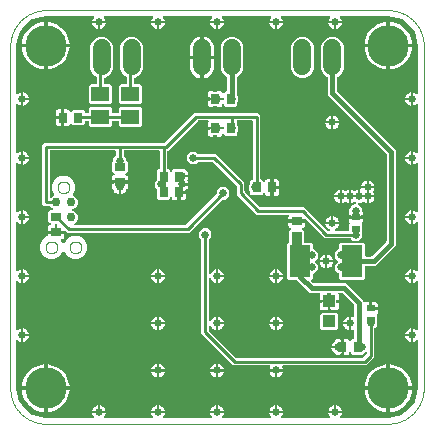
<source format=gbl>
G04 EAGLE Gerber RS-274X export*
G75*
%MOMM*%
%FSLAX35Y35*%
%LPD*%
%INcopper_bottom*%
%IPPOS*%
%AMOC8*
5,1,8,0,0,1.08239X$1,22.5*%
G01*
%ADD10C,0.000000*%
%ADD11R,0.700000X0.900000*%
%ADD12R,0.900000X0.700000*%
%ADD13R,0.700000X0.600000*%
%ADD14R,1.500000X1.300000*%
%ADD15R,1.800000X2.700000*%
%ADD16R,1.100000X1.000000*%
%ADD17C,1.524000*%
%ADD18C,3.516000*%
%ADD19C,0.750000*%
%ADD20C,0.650000*%
%ADD21C,0.250000*%
%ADD22C,0.400000*%
%ADD23C,0.812800*%

G36*
X299906Y49804D02*
X299906Y49804D01*
X299941Y49801D01*
X322133Y49974D01*
X322469Y49937D01*
X322713Y49864D01*
X323031Y49874D01*
X323694Y49800D01*
X699921Y49800D01*
X700628Y49916D01*
X701345Y49934D01*
X701836Y50114D01*
X702350Y50198D01*
X702983Y50533D01*
X703656Y50779D01*
X704063Y51104D01*
X704525Y51348D01*
X705019Y51868D01*
X705578Y52315D01*
X705860Y52753D01*
X706220Y53132D01*
X706523Y53783D01*
X706910Y54385D01*
X707038Y54890D01*
X707258Y55363D01*
X707337Y56076D01*
X707513Y56771D01*
X707473Y57290D01*
X707531Y57809D01*
X707379Y58510D01*
X707324Y59224D01*
X707120Y59704D01*
X707010Y60214D01*
X706643Y60829D01*
X706363Y61489D01*
X705916Y62048D01*
X705749Y62328D01*
X705568Y62483D01*
X705308Y62808D01*
X705026Y63091D01*
X698689Y72573D01*
X694325Y83110D01*
X692706Y91250D01*
X748868Y91250D01*
X749062Y91282D01*
X749257Y91260D01*
X749864Y91392D01*
X751132Y91250D01*
X807294Y91250D01*
X805675Y83110D01*
X801311Y72573D01*
X794974Y63091D01*
X794692Y62808D01*
X794274Y62228D01*
X793780Y61707D01*
X793559Y61233D01*
X793255Y60811D01*
X793044Y60126D01*
X792742Y59476D01*
X792684Y58958D01*
X792530Y58459D01*
X792548Y57743D01*
X792469Y57030D01*
X792580Y56520D01*
X792593Y55999D01*
X792838Y55326D01*
X792990Y54625D01*
X793257Y54177D01*
X793436Y53687D01*
X793883Y53128D01*
X794250Y52512D01*
X794647Y52172D01*
X794972Y51765D01*
X795574Y51377D01*
X796118Y50910D01*
X796602Y50714D01*
X797041Y50432D01*
X797737Y50256D01*
X798400Y49988D01*
X799109Y49908D01*
X799426Y49828D01*
X799665Y49847D01*
X800078Y49800D01*
X1199921Y49800D01*
X1200628Y49916D01*
X1201345Y49934D01*
X1201836Y50114D01*
X1202350Y50198D01*
X1202983Y50533D01*
X1203656Y50779D01*
X1204063Y51104D01*
X1204525Y51348D01*
X1205019Y51868D01*
X1205578Y52315D01*
X1205860Y52753D01*
X1206220Y53132D01*
X1206523Y53783D01*
X1206910Y54385D01*
X1207038Y54890D01*
X1207258Y55363D01*
X1207337Y56076D01*
X1207513Y56771D01*
X1207473Y57290D01*
X1207531Y57809D01*
X1207379Y58510D01*
X1207324Y59224D01*
X1207120Y59704D01*
X1207010Y60214D01*
X1206643Y60829D01*
X1206363Y61489D01*
X1205916Y62048D01*
X1205749Y62328D01*
X1205568Y62483D01*
X1205308Y62808D01*
X1205026Y63091D01*
X1198689Y72573D01*
X1194325Y83110D01*
X1192706Y91250D01*
X1248868Y91250D01*
X1249062Y91282D01*
X1249257Y91260D01*
X1249864Y91392D01*
X1251132Y91250D01*
X1307294Y91250D01*
X1305675Y83110D01*
X1301311Y72573D01*
X1294974Y63091D01*
X1294692Y62808D01*
X1294274Y62228D01*
X1293780Y61707D01*
X1293559Y61233D01*
X1293255Y60811D01*
X1293044Y60126D01*
X1292742Y59476D01*
X1292684Y58958D01*
X1292530Y58459D01*
X1292548Y57743D01*
X1292469Y57030D01*
X1292580Y56520D01*
X1292593Y55999D01*
X1292838Y55326D01*
X1292990Y54625D01*
X1293257Y54177D01*
X1293436Y53687D01*
X1293883Y53128D01*
X1294250Y52512D01*
X1294647Y52172D01*
X1294972Y51765D01*
X1295574Y51377D01*
X1296118Y50910D01*
X1296602Y50714D01*
X1297041Y50432D01*
X1297737Y50256D01*
X1298400Y49988D01*
X1299109Y49908D01*
X1299426Y49828D01*
X1299665Y49847D01*
X1300078Y49800D01*
X1699921Y49800D01*
X1700628Y49916D01*
X1701345Y49934D01*
X1701836Y50114D01*
X1702350Y50198D01*
X1702983Y50533D01*
X1703656Y50779D01*
X1704063Y51104D01*
X1704525Y51348D01*
X1705019Y51868D01*
X1705578Y52315D01*
X1705860Y52753D01*
X1706220Y53132D01*
X1706523Y53783D01*
X1706910Y54385D01*
X1707038Y54890D01*
X1707258Y55363D01*
X1707337Y56076D01*
X1707513Y56771D01*
X1707473Y57290D01*
X1707531Y57809D01*
X1707379Y58510D01*
X1707324Y59224D01*
X1707120Y59704D01*
X1707010Y60214D01*
X1706643Y60829D01*
X1706363Y61489D01*
X1705916Y62048D01*
X1705749Y62328D01*
X1705568Y62483D01*
X1705308Y62808D01*
X1705026Y63091D01*
X1698689Y72573D01*
X1694325Y83110D01*
X1692706Y91250D01*
X1748868Y91250D01*
X1749062Y91282D01*
X1749257Y91260D01*
X1749864Y91392D01*
X1751132Y91250D01*
X1807294Y91250D01*
X1805675Y83110D01*
X1801311Y72573D01*
X1794974Y63091D01*
X1794692Y62808D01*
X1794274Y62228D01*
X1793780Y61707D01*
X1793559Y61233D01*
X1793255Y60811D01*
X1793044Y60126D01*
X1792742Y59476D01*
X1792684Y58958D01*
X1792530Y58459D01*
X1792548Y57743D01*
X1792469Y57030D01*
X1792580Y56520D01*
X1792593Y55999D01*
X1792838Y55326D01*
X1792990Y54625D01*
X1793257Y54177D01*
X1793436Y53687D01*
X1793883Y53128D01*
X1794250Y52512D01*
X1794647Y52172D01*
X1794972Y51765D01*
X1795574Y51377D01*
X1796118Y50910D01*
X1796602Y50714D01*
X1797041Y50432D01*
X1797737Y50256D01*
X1798400Y49988D01*
X1799109Y49908D01*
X1799426Y49828D01*
X1799665Y49847D01*
X1800078Y49800D01*
X2199921Y49800D01*
X2200628Y49916D01*
X2201345Y49934D01*
X2201836Y50114D01*
X2202350Y50198D01*
X2202983Y50533D01*
X2203656Y50779D01*
X2204063Y51104D01*
X2204525Y51348D01*
X2205019Y51868D01*
X2205578Y52315D01*
X2205860Y52753D01*
X2206220Y53132D01*
X2206523Y53783D01*
X2206910Y54385D01*
X2207038Y54890D01*
X2207258Y55363D01*
X2207337Y56076D01*
X2207513Y56771D01*
X2207473Y57290D01*
X2207531Y57809D01*
X2207379Y58510D01*
X2207324Y59224D01*
X2207120Y59704D01*
X2207010Y60214D01*
X2206643Y60829D01*
X2206363Y61489D01*
X2205916Y62048D01*
X2205749Y62328D01*
X2205568Y62483D01*
X2205308Y62808D01*
X2205026Y63091D01*
X2198689Y72573D01*
X2194325Y83110D01*
X2192706Y91250D01*
X2248868Y91250D01*
X2249062Y91282D01*
X2249257Y91260D01*
X2249864Y91392D01*
X2251132Y91250D01*
X2307294Y91250D01*
X2305675Y83110D01*
X2301311Y72573D01*
X2294974Y63091D01*
X2294692Y62808D01*
X2294274Y62228D01*
X2293780Y61707D01*
X2293559Y61233D01*
X2293255Y60811D01*
X2293044Y60126D01*
X2292742Y59476D01*
X2292684Y58958D01*
X2292530Y58459D01*
X2292548Y57743D01*
X2292469Y57030D01*
X2292580Y56520D01*
X2292593Y55999D01*
X2292838Y55326D01*
X2292990Y54625D01*
X2293257Y54177D01*
X2293436Y53687D01*
X2293883Y53128D01*
X2294250Y52512D01*
X2294647Y52172D01*
X2294972Y51765D01*
X2295574Y51377D01*
X2296118Y50910D01*
X2296602Y50714D01*
X2297041Y50432D01*
X2297737Y50256D01*
X2298400Y49988D01*
X2299109Y49908D01*
X2299426Y49828D01*
X2299665Y49847D01*
X2300078Y49800D01*
X2699921Y49800D01*
X2700628Y49916D01*
X2701345Y49934D01*
X2701836Y50114D01*
X2702350Y50198D01*
X2702983Y50533D01*
X2703656Y50779D01*
X2704063Y51104D01*
X2704525Y51348D01*
X2705019Y51868D01*
X2705578Y52315D01*
X2705860Y52753D01*
X2706220Y53132D01*
X2706523Y53783D01*
X2706910Y54385D01*
X2707038Y54890D01*
X2707258Y55363D01*
X2707337Y56076D01*
X2707513Y56771D01*
X2707473Y57290D01*
X2707531Y57809D01*
X2707379Y58510D01*
X2707324Y59224D01*
X2707120Y59704D01*
X2707010Y60214D01*
X2706643Y60829D01*
X2706363Y61489D01*
X2705916Y62048D01*
X2705749Y62328D01*
X2705568Y62483D01*
X2705308Y62808D01*
X2705026Y63091D01*
X2698689Y72573D01*
X2694325Y83110D01*
X2692706Y91250D01*
X2748868Y91250D01*
X2749062Y91282D01*
X2749257Y91260D01*
X2749864Y91392D01*
X2751132Y91250D01*
X2807294Y91250D01*
X2805675Y83110D01*
X2801311Y72573D01*
X2794974Y63091D01*
X2794692Y62808D01*
X2794274Y62228D01*
X2793780Y61707D01*
X2793559Y61233D01*
X2793255Y60811D01*
X2793044Y60126D01*
X2792742Y59476D01*
X2792684Y58958D01*
X2792530Y58459D01*
X2792548Y57743D01*
X2792469Y57030D01*
X2792580Y56520D01*
X2792593Y55999D01*
X2792838Y55326D01*
X2792990Y54625D01*
X2793257Y54177D01*
X2793436Y53687D01*
X2793883Y53128D01*
X2794250Y52512D01*
X2794647Y52172D01*
X2794972Y51765D01*
X2795574Y51377D01*
X2796118Y50910D01*
X2796602Y50714D01*
X2797041Y50432D01*
X2797737Y50256D01*
X2798400Y49988D01*
X2799109Y49908D01*
X2799426Y49828D01*
X2799665Y49847D01*
X2800078Y49800D01*
X3200100Y49800D01*
X3200319Y49836D01*
X3200698Y49824D01*
X3238614Y52808D01*
X3238665Y52820D01*
X3238717Y52817D01*
X3240371Y53157D01*
X3312493Y76591D01*
X3312806Y76753D01*
X3313149Y76838D01*
X3314617Y77673D01*
X3375967Y122247D01*
X3376214Y122497D01*
X3376515Y122685D01*
X3377653Y123933D01*
X3422226Y185283D01*
X3422385Y185598D01*
X3422612Y185868D01*
X3423309Y187407D01*
X3446743Y259529D01*
X3446750Y259581D01*
X3446773Y259627D01*
X3447092Y261286D01*
X3450076Y299202D01*
X3450058Y299423D01*
X3450099Y299800D01*
X3450099Y699821D01*
X3449983Y700529D01*
X3449965Y701245D01*
X3449786Y701735D01*
X3449702Y702250D01*
X3449367Y702883D01*
X3449121Y703557D01*
X3448795Y703964D01*
X3448551Y704425D01*
X3448032Y704919D01*
X3447584Y705478D01*
X3447146Y705761D01*
X3446768Y706120D01*
X3446118Y706422D01*
X3445515Y706810D01*
X3445008Y706938D01*
X3444536Y707158D01*
X3443824Y707237D01*
X3443129Y707413D01*
X3442609Y707373D01*
X3442091Y707431D01*
X3441390Y707279D01*
X3440675Y707224D01*
X3440196Y707020D01*
X3439686Y706910D01*
X3439069Y706542D01*
X3438410Y706263D01*
X3437853Y705817D01*
X3437572Y705649D01*
X3437417Y705468D01*
X3437091Y705208D01*
X3436909Y705025D01*
X3427426Y698689D01*
X3416889Y694325D01*
X3408749Y692706D01*
X3408749Y748868D01*
X3408718Y749062D01*
X3408739Y749257D01*
X3408608Y749864D01*
X3408749Y751132D01*
X3408749Y807294D01*
X3416889Y805675D01*
X3427426Y801311D01*
X3436909Y794974D01*
X3437091Y794792D01*
X3437672Y794374D01*
X3438193Y793880D01*
X3438666Y793659D01*
X3439089Y793355D01*
X3439774Y793144D01*
X3440424Y792842D01*
X3440942Y792784D01*
X3441441Y792630D01*
X3442157Y792648D01*
X3442869Y792569D01*
X3443380Y792680D01*
X3443901Y792693D01*
X3444573Y792938D01*
X3445274Y793090D01*
X3445723Y793357D01*
X3446213Y793536D01*
X3446773Y793983D01*
X3447388Y794350D01*
X3447727Y794746D01*
X3448135Y795072D01*
X3448523Y795674D01*
X3448990Y796218D01*
X3449186Y796703D01*
X3449468Y797141D01*
X3449643Y797834D01*
X3449912Y798500D01*
X3449992Y799211D01*
X3450071Y799526D01*
X3450053Y799763D01*
X3450099Y800178D01*
X3450099Y1199821D01*
X3449983Y1200529D01*
X3449965Y1201245D01*
X3449786Y1201735D01*
X3449702Y1202250D01*
X3449367Y1202883D01*
X3449121Y1203557D01*
X3448795Y1203964D01*
X3448551Y1204425D01*
X3448032Y1204919D01*
X3447584Y1205478D01*
X3447146Y1205761D01*
X3446768Y1206120D01*
X3446118Y1206422D01*
X3445515Y1206810D01*
X3445008Y1206938D01*
X3444536Y1207158D01*
X3443824Y1207237D01*
X3443129Y1207413D01*
X3442609Y1207373D01*
X3442091Y1207431D01*
X3441390Y1207279D01*
X3440675Y1207224D01*
X3440196Y1207020D01*
X3439686Y1206910D01*
X3439069Y1206542D01*
X3438410Y1206263D01*
X3437853Y1205817D01*
X3437572Y1205649D01*
X3437417Y1205468D01*
X3437091Y1205208D01*
X3436909Y1205025D01*
X3427426Y1198689D01*
X3416889Y1194325D01*
X3408749Y1192706D01*
X3408749Y1248868D01*
X3408718Y1249062D01*
X3408739Y1249257D01*
X3408608Y1249864D01*
X3408749Y1251132D01*
X3408749Y1307294D01*
X3416889Y1305675D01*
X3427426Y1301311D01*
X3436909Y1294974D01*
X3437091Y1294792D01*
X3437672Y1294374D01*
X3438193Y1293880D01*
X3438666Y1293659D01*
X3439089Y1293355D01*
X3439774Y1293144D01*
X3440424Y1292842D01*
X3440942Y1292784D01*
X3441441Y1292630D01*
X3442157Y1292648D01*
X3442869Y1292569D01*
X3443380Y1292680D01*
X3443901Y1292693D01*
X3444573Y1292938D01*
X3445274Y1293090D01*
X3445723Y1293357D01*
X3446213Y1293536D01*
X3446773Y1293983D01*
X3447388Y1294350D01*
X3447727Y1294746D01*
X3448135Y1295072D01*
X3448523Y1295674D01*
X3448990Y1296218D01*
X3449186Y1296703D01*
X3449468Y1297141D01*
X3449643Y1297834D01*
X3449912Y1298500D01*
X3449992Y1299211D01*
X3450071Y1299526D01*
X3450053Y1299763D01*
X3450099Y1300178D01*
X3450099Y1699821D01*
X3449983Y1700529D01*
X3449965Y1701245D01*
X3449786Y1701735D01*
X3449702Y1702250D01*
X3449367Y1702883D01*
X3449121Y1703557D01*
X3448795Y1703964D01*
X3448551Y1704425D01*
X3448032Y1704919D01*
X3447584Y1705478D01*
X3447146Y1705761D01*
X3446768Y1706120D01*
X3446118Y1706422D01*
X3445515Y1706810D01*
X3445008Y1706938D01*
X3444536Y1707158D01*
X3443824Y1707237D01*
X3443129Y1707413D01*
X3442609Y1707373D01*
X3442091Y1707431D01*
X3441390Y1707279D01*
X3440675Y1707224D01*
X3440196Y1707020D01*
X3439686Y1706910D01*
X3439069Y1706542D01*
X3438410Y1706263D01*
X3437853Y1705817D01*
X3437572Y1705649D01*
X3437417Y1705468D01*
X3437091Y1705208D01*
X3436909Y1705025D01*
X3427426Y1698689D01*
X3416889Y1694325D01*
X3408749Y1692706D01*
X3408749Y1748868D01*
X3408718Y1749062D01*
X3408739Y1749257D01*
X3408608Y1749864D01*
X3408749Y1751132D01*
X3408749Y1807294D01*
X3416889Y1805675D01*
X3427426Y1801311D01*
X3436909Y1794974D01*
X3437091Y1794792D01*
X3437672Y1794374D01*
X3438193Y1793880D01*
X3438666Y1793659D01*
X3439089Y1793355D01*
X3439774Y1793144D01*
X3440424Y1792842D01*
X3440942Y1792784D01*
X3441441Y1792630D01*
X3442157Y1792648D01*
X3442869Y1792569D01*
X3443380Y1792680D01*
X3443901Y1792693D01*
X3444573Y1792938D01*
X3445274Y1793090D01*
X3445723Y1793357D01*
X3446213Y1793536D01*
X3446773Y1793983D01*
X3447388Y1794350D01*
X3447727Y1794746D01*
X3448135Y1795072D01*
X3448523Y1795674D01*
X3448990Y1796218D01*
X3449186Y1796703D01*
X3449468Y1797141D01*
X3449643Y1797834D01*
X3449912Y1798500D01*
X3449992Y1799211D01*
X3450071Y1799526D01*
X3450053Y1799763D01*
X3450099Y1800178D01*
X3450099Y2199821D01*
X3449983Y2200529D01*
X3449965Y2201245D01*
X3449786Y2201735D01*
X3449702Y2202250D01*
X3449367Y2202883D01*
X3449121Y2203557D01*
X3448795Y2203964D01*
X3448551Y2204425D01*
X3448032Y2204919D01*
X3447584Y2205478D01*
X3447146Y2205761D01*
X3446768Y2206120D01*
X3446118Y2206422D01*
X3445515Y2206810D01*
X3445008Y2206938D01*
X3444536Y2207158D01*
X3443824Y2207237D01*
X3443129Y2207413D01*
X3442609Y2207373D01*
X3442091Y2207431D01*
X3441390Y2207279D01*
X3440675Y2207224D01*
X3440196Y2207020D01*
X3439686Y2206910D01*
X3439069Y2206542D01*
X3438410Y2206263D01*
X3437853Y2205817D01*
X3437572Y2205649D01*
X3437417Y2205468D01*
X3437091Y2205208D01*
X3436909Y2205025D01*
X3427426Y2198689D01*
X3416889Y2194325D01*
X3408749Y2192706D01*
X3408749Y2248868D01*
X3408718Y2249062D01*
X3408739Y2249257D01*
X3408608Y2249864D01*
X3408749Y2251132D01*
X3408749Y2307294D01*
X3416889Y2305675D01*
X3427426Y2301311D01*
X3436909Y2294974D01*
X3437091Y2294792D01*
X3437672Y2294374D01*
X3438193Y2293880D01*
X3438666Y2293659D01*
X3439089Y2293355D01*
X3439774Y2293144D01*
X3440424Y2292842D01*
X3440942Y2292784D01*
X3441441Y2292630D01*
X3442157Y2292648D01*
X3442869Y2292569D01*
X3443380Y2292680D01*
X3443901Y2292693D01*
X3444573Y2292938D01*
X3445274Y2293090D01*
X3445723Y2293357D01*
X3446213Y2293536D01*
X3446773Y2293983D01*
X3447388Y2294350D01*
X3447727Y2294746D01*
X3448135Y2295072D01*
X3448523Y2295674D01*
X3448990Y2296218D01*
X3449186Y2296703D01*
X3449468Y2297141D01*
X3449643Y2297834D01*
X3449912Y2298500D01*
X3449992Y2299211D01*
X3450071Y2299526D01*
X3450053Y2299763D01*
X3450099Y2300178D01*
X3450099Y2699821D01*
X3449983Y2700529D01*
X3449965Y2701245D01*
X3449786Y2701735D01*
X3449702Y2702250D01*
X3449367Y2702883D01*
X3449121Y2703557D01*
X3448795Y2703964D01*
X3448551Y2704425D01*
X3448032Y2704919D01*
X3447584Y2705478D01*
X3447146Y2705761D01*
X3446768Y2706120D01*
X3446118Y2706422D01*
X3445515Y2706810D01*
X3445008Y2706938D01*
X3444536Y2707158D01*
X3443824Y2707237D01*
X3443129Y2707413D01*
X3442609Y2707373D01*
X3442091Y2707431D01*
X3441390Y2707279D01*
X3440675Y2707224D01*
X3440196Y2707020D01*
X3439686Y2706910D01*
X3439069Y2706542D01*
X3438410Y2706263D01*
X3437853Y2705817D01*
X3437572Y2705649D01*
X3437417Y2705468D01*
X3437091Y2705208D01*
X3436909Y2705025D01*
X3427426Y2698689D01*
X3416889Y2694325D01*
X3408749Y2692706D01*
X3408749Y2748868D01*
X3408718Y2749062D01*
X3408739Y2749257D01*
X3408608Y2749864D01*
X3408749Y2751132D01*
X3408749Y2807294D01*
X3416889Y2805675D01*
X3427426Y2801311D01*
X3436909Y2794974D01*
X3437091Y2794792D01*
X3437672Y2794374D01*
X3438193Y2793880D01*
X3438666Y2793659D01*
X3439089Y2793355D01*
X3439774Y2793144D01*
X3440424Y2792842D01*
X3440942Y2792784D01*
X3441441Y2792630D01*
X3442157Y2792648D01*
X3442869Y2792569D01*
X3443380Y2792680D01*
X3443901Y2792693D01*
X3444573Y2792938D01*
X3445274Y2793090D01*
X3445723Y2793357D01*
X3446213Y2793536D01*
X3446773Y2793983D01*
X3447388Y2794350D01*
X3447727Y2794746D01*
X3448135Y2795072D01*
X3448523Y2795674D01*
X3448990Y2796218D01*
X3449186Y2796703D01*
X3449468Y2797141D01*
X3449643Y2797834D01*
X3449912Y2798500D01*
X3449992Y2799211D01*
X3450071Y2799526D01*
X3450053Y2799763D01*
X3450099Y2800178D01*
X3450099Y3199817D01*
X3450063Y3200036D01*
X3450076Y3200415D01*
X3447092Y3238330D01*
X3447080Y3238381D01*
X3447083Y3238433D01*
X3446743Y3240087D01*
X3423311Y3312206D01*
X3423148Y3312520D01*
X3423063Y3312862D01*
X3422228Y3314330D01*
X3377658Y3375679D01*
X3377407Y3375928D01*
X3377220Y3376227D01*
X3375972Y3377365D01*
X3314625Y3421939D01*
X3314311Y3422098D01*
X3314040Y3422325D01*
X3312502Y3423021D01*
X3240384Y3446458D01*
X3240333Y3446465D01*
X3240286Y3446489D01*
X3238627Y3446807D01*
X3200712Y3449793D01*
X3200491Y3449775D01*
X3200114Y3449817D01*
X3176249Y3449818D01*
X3176247Y3449818D01*
X2800439Y3449840D01*
X2799731Y3449724D01*
X2799016Y3449706D01*
X2798527Y3449527D01*
X2798010Y3449443D01*
X2797377Y3449108D01*
X2796705Y3448862D01*
X2796297Y3448536D01*
X2795835Y3448292D01*
X2795341Y3447772D01*
X2794783Y3447326D01*
X2794500Y3446887D01*
X2794140Y3446508D01*
X2793838Y3445858D01*
X2793450Y3445257D01*
X2793323Y3444751D01*
X2793102Y3444277D01*
X2793023Y3443565D01*
X2792847Y3442871D01*
X2792887Y3442350D01*
X2792829Y3441831D01*
X2792980Y3441132D01*
X2793035Y3440418D01*
X2793239Y3439937D01*
X2793350Y3439426D01*
X2793717Y3438810D01*
X2793996Y3438152D01*
X2794443Y3437593D01*
X2794610Y3437313D01*
X2794790Y3437158D01*
X2794896Y3437026D01*
X2801311Y3427426D01*
X2805675Y3416889D01*
X2807294Y3408749D01*
X2751132Y3408749D01*
X2750938Y3408718D01*
X2750743Y3408739D01*
X2750136Y3408608D01*
X2748868Y3408749D01*
X2692706Y3408749D01*
X2694325Y3416889D01*
X2698689Y3427426D01*
X2705288Y3437301D01*
X2705372Y3437419D01*
X2705866Y3437938D01*
X2706086Y3438411D01*
X2706390Y3438834D01*
X2706602Y3439520D01*
X2706904Y3440169D01*
X2706962Y3440687D01*
X2707115Y3441186D01*
X2707097Y3441903D01*
X2707177Y3442615D01*
X2707066Y3443124D01*
X2707053Y3443646D01*
X2706808Y3444319D01*
X2706656Y3445020D01*
X2706389Y3445468D01*
X2706210Y3445958D01*
X2705763Y3446518D01*
X2705396Y3447133D01*
X2705000Y3447473D01*
X2704674Y3447880D01*
X2704072Y3448268D01*
X2703528Y3448735D01*
X2703044Y3448931D01*
X2702606Y3449213D01*
X2701912Y3449389D01*
X2701246Y3449658D01*
X2700536Y3449738D01*
X2700220Y3449817D01*
X2699983Y3449799D01*
X2699568Y3449845D01*
X2300410Y3449868D01*
X2299702Y3449752D01*
X2298985Y3449734D01*
X2298496Y3449555D01*
X2297982Y3449471D01*
X2297347Y3449135D01*
X2296674Y3448889D01*
X2296267Y3448564D01*
X2295806Y3448320D01*
X2295312Y3447800D01*
X2294752Y3447352D01*
X2294470Y3446914D01*
X2294111Y3446537D01*
X2293809Y3445887D01*
X2293420Y3445283D01*
X2293293Y3444777D01*
X2293073Y3444305D01*
X2292994Y3443593D01*
X2292818Y3442897D01*
X2292858Y3442377D01*
X2292800Y3441860D01*
X2292952Y3441159D01*
X2293007Y3440443D01*
X2293211Y3439964D01*
X2293321Y3439455D01*
X2293688Y3438838D01*
X2293969Y3438178D01*
X2294414Y3437621D01*
X2294581Y3437341D01*
X2294763Y3437186D01*
X2294924Y3436983D01*
X2301311Y3427426D01*
X2305675Y3416889D01*
X2307294Y3408749D01*
X2251132Y3408749D01*
X2250938Y3408718D01*
X2250743Y3408739D01*
X2250136Y3408608D01*
X2248868Y3408749D01*
X2192706Y3408749D01*
X2194325Y3416889D01*
X2198689Y3427426D01*
X2205186Y3437149D01*
X2205399Y3437446D01*
X2205894Y3437967D01*
X2206114Y3438440D01*
X2206418Y3438863D01*
X2206630Y3439548D01*
X2206932Y3440198D01*
X2206990Y3440715D01*
X2207144Y3441214D01*
X2207126Y3441932D01*
X2207205Y3442643D01*
X2207095Y3443153D01*
X2207082Y3443674D01*
X2206836Y3444348D01*
X2206684Y3445048D01*
X2206418Y3445496D01*
X2206239Y3445986D01*
X2205791Y3446547D01*
X2205424Y3447162D01*
X2205028Y3447501D01*
X2204703Y3447909D01*
X2204101Y3448297D01*
X2203556Y3448764D01*
X2203072Y3448960D01*
X2202634Y3449242D01*
X2201941Y3449417D01*
X2201275Y3449687D01*
X2200564Y3449766D01*
X2200249Y3449846D01*
X2200011Y3449828D01*
X2199596Y3449874D01*
X1800382Y3449897D01*
X1799673Y3449781D01*
X1798957Y3449762D01*
X1798468Y3449583D01*
X1797953Y3449499D01*
X1797319Y3449164D01*
X1796645Y3448918D01*
X1796239Y3448593D01*
X1795778Y3448349D01*
X1795283Y3447828D01*
X1794724Y3447381D01*
X1794443Y3446943D01*
X1794083Y3446565D01*
X1793780Y3445913D01*
X1793392Y3445311D01*
X1793265Y3444807D01*
X1793045Y3444334D01*
X1792965Y3443622D01*
X1792789Y3442926D01*
X1792830Y3442405D01*
X1792772Y3441888D01*
X1792923Y3441188D01*
X1792979Y3440472D01*
X1793182Y3439993D01*
X1793293Y3439483D01*
X1793660Y3438866D01*
X1793940Y3438207D01*
X1794386Y3437650D01*
X1794553Y3437370D01*
X1794734Y3437214D01*
X1794953Y3436941D01*
X1801311Y3427426D01*
X1805675Y3416889D01*
X1807294Y3408749D01*
X1751132Y3408749D01*
X1750938Y3408718D01*
X1750743Y3408739D01*
X1750136Y3408608D01*
X1748868Y3408749D01*
X1692706Y3408749D01*
X1694325Y3416889D01*
X1698689Y3427426D01*
X1705080Y3436991D01*
X1705428Y3437475D01*
X1705923Y3437995D01*
X1706143Y3438469D01*
X1706447Y3438892D01*
X1706658Y3439576D01*
X1706961Y3440227D01*
X1707019Y3440745D01*
X1707173Y3441243D01*
X1707154Y3441961D01*
X1707234Y3442672D01*
X1707123Y3443182D01*
X1707110Y3443703D01*
X1706865Y3444376D01*
X1706713Y3445077D01*
X1706446Y3445526D01*
X1706267Y3446015D01*
X1705820Y3446574D01*
X1705453Y3447191D01*
X1705056Y3447531D01*
X1704731Y3447938D01*
X1704130Y3448325D01*
X1703585Y3448793D01*
X1703100Y3448988D01*
X1702663Y3449270D01*
X1701970Y3449446D01*
X1701303Y3449715D01*
X1700592Y3449795D01*
X1700277Y3449874D01*
X1700040Y3449856D01*
X1699625Y3449903D01*
X1300353Y3449925D01*
X1299646Y3449810D01*
X1298931Y3449791D01*
X1298441Y3449613D01*
X1297925Y3449528D01*
X1297291Y3449193D01*
X1296619Y3448948D01*
X1296211Y3448622D01*
X1295749Y3448378D01*
X1295256Y3447858D01*
X1294697Y3447411D01*
X1294415Y3446973D01*
X1294054Y3446594D01*
X1293752Y3445943D01*
X1293365Y3445342D01*
X1293237Y3444837D01*
X1293016Y3444363D01*
X1292937Y3443651D01*
X1292761Y3442957D01*
X1292801Y3442435D01*
X1292743Y3441917D01*
X1292895Y3441218D01*
X1292950Y3440503D01*
X1293153Y3440023D01*
X1293264Y3439512D01*
X1293631Y3438896D01*
X1293911Y3438238D01*
X1294358Y3437678D01*
X1294524Y3437398D01*
X1294705Y3437244D01*
X1294965Y3436918D01*
X1294974Y3436909D01*
X1301311Y3427426D01*
X1305675Y3416889D01*
X1307294Y3408749D01*
X1251132Y3408749D01*
X1250938Y3408718D01*
X1250743Y3408739D01*
X1250136Y3408608D01*
X1248868Y3408749D01*
X1192706Y3408749D01*
X1194325Y3416889D01*
X1198689Y3427426D01*
X1205025Y3436908D01*
X1205039Y3436922D01*
X1205458Y3437504D01*
X1205951Y3438024D01*
X1206171Y3438497D01*
X1206476Y3438920D01*
X1206687Y3439605D01*
X1206989Y3440255D01*
X1207047Y3440773D01*
X1207201Y3441272D01*
X1207183Y3441989D01*
X1207262Y3442701D01*
X1207152Y3443210D01*
X1207139Y3443732D01*
X1206893Y3444404D01*
X1206742Y3445106D01*
X1206474Y3445554D01*
X1206296Y3446043D01*
X1205848Y3446603D01*
X1205481Y3447219D01*
X1205085Y3447558D01*
X1204760Y3447966D01*
X1204157Y3448355D01*
X1203613Y3448821D01*
X1203130Y3449017D01*
X1202691Y3449299D01*
X1201997Y3449475D01*
X1201332Y3449744D01*
X1200621Y3449823D01*
X1200306Y3449903D01*
X1200068Y3449885D01*
X1199653Y3449931D01*
X800325Y3449954D01*
X799617Y3449838D01*
X798902Y3449820D01*
X798413Y3449641D01*
X797896Y3449557D01*
X797263Y3449222D01*
X796591Y3448976D01*
X796183Y3448650D01*
X795721Y3448406D01*
X795227Y3447886D01*
X794668Y3447440D01*
X794386Y3447001D01*
X794026Y3446622D01*
X793723Y3445972D01*
X793336Y3445371D01*
X793208Y3444865D01*
X792988Y3444391D01*
X792908Y3443679D01*
X792733Y3442985D01*
X792773Y3442464D01*
X792715Y3441945D01*
X792866Y3441246D01*
X792921Y3440532D01*
X793125Y3440051D01*
X793236Y3439540D01*
X793603Y3438924D01*
X793882Y3438266D01*
X794329Y3437707D01*
X794496Y3437427D01*
X794676Y3437272D01*
X794937Y3436947D01*
X794974Y3436909D01*
X801311Y3427426D01*
X805675Y3416889D01*
X807294Y3408749D01*
X751132Y3408749D01*
X750938Y3408718D01*
X750743Y3408739D01*
X750136Y3408608D01*
X748868Y3408749D01*
X692706Y3408749D01*
X694325Y3416889D01*
X698689Y3427426D01*
X705025Y3436909D01*
X705068Y3436951D01*
X705486Y3437532D01*
X705980Y3438052D01*
X706200Y3438525D01*
X706504Y3438949D01*
X706716Y3439634D01*
X707018Y3440283D01*
X707076Y3440802D01*
X707229Y3441300D01*
X707211Y3442018D01*
X707291Y3442729D01*
X707180Y3443238D01*
X707167Y3443760D01*
X706922Y3444434D01*
X706770Y3445134D01*
X706503Y3445582D01*
X706324Y3446072D01*
X705877Y3446633D01*
X705510Y3447248D01*
X705114Y3447587D01*
X704788Y3447995D01*
X704186Y3448383D01*
X703642Y3448849D01*
X703158Y3449045D01*
X702719Y3449328D01*
X702025Y3449503D01*
X701360Y3449772D01*
X700649Y3449852D01*
X700334Y3449931D01*
X700097Y3449913D01*
X699682Y3449959D01*
X300101Y3449982D01*
X299881Y3449946D01*
X299499Y3449958D01*
X261959Y3446989D01*
X261919Y3446979D01*
X261878Y3446982D01*
X260223Y3446645D01*
X188752Y3423610D01*
X188451Y3423455D01*
X188121Y3423375D01*
X186648Y3422549D01*
X125631Y3378780D01*
X125391Y3378541D01*
X125103Y3378364D01*
X123952Y3377127D01*
X79224Y3316810D01*
X79069Y3316509D01*
X78848Y3316253D01*
X78131Y3314723D01*
X53968Y3243626D01*
X53962Y3243585D01*
X53943Y3243548D01*
X53597Y3241895D01*
X50043Y3204494D01*
X50060Y3204236D01*
X50009Y3203773D01*
X50020Y2800298D01*
X50046Y2800143D01*
X50030Y2800005D01*
X50138Y2799507D01*
X50155Y2798874D01*
X50333Y2798385D01*
X50418Y2797870D01*
X50545Y2797629D01*
X50551Y2797600D01*
X50632Y2797466D01*
X50753Y2797237D01*
X50999Y2796563D01*
X51325Y2796155D01*
X51568Y2795695D01*
X52088Y2795201D01*
X52536Y2794641D01*
X52975Y2794358D01*
X53353Y2794000D01*
X54003Y2793697D01*
X54605Y2793309D01*
X55110Y2793182D01*
X55584Y2792962D01*
X56297Y2792882D01*
X56991Y2792707D01*
X57510Y2792747D01*
X58029Y2792689D01*
X58730Y2792841D01*
X59445Y2792896D01*
X59924Y2793100D01*
X60434Y2793210D01*
X61050Y2793577D01*
X61710Y2793857D01*
X62201Y2794250D01*
X62340Y2794323D01*
X62390Y2794377D01*
X62548Y2794471D01*
X62703Y2794652D01*
X63029Y2794912D01*
X63091Y2794974D01*
X72573Y2801311D01*
X83110Y2805675D01*
X91250Y2807294D01*
X91250Y2751132D01*
X91282Y2750938D01*
X91260Y2750743D01*
X91392Y2750136D01*
X91250Y2748868D01*
X91250Y2692706D01*
X83110Y2694325D01*
X72573Y2698689D01*
X63091Y2705025D01*
X63032Y2705085D01*
X62449Y2705503D01*
X61930Y2705997D01*
X61457Y2706217D01*
X61034Y2706522D01*
X60349Y2706733D01*
X59698Y2707035D01*
X59180Y2707093D01*
X58682Y2707247D01*
X57965Y2707228D01*
X57253Y2707308D01*
X56744Y2707198D01*
X56222Y2707184D01*
X55548Y2706938D01*
X54848Y2706787D01*
X54400Y2706520D01*
X53910Y2706341D01*
X53349Y2705893D01*
X52734Y2705526D01*
X52396Y2705131D01*
X51988Y2704805D01*
X51599Y2704202D01*
X51133Y2703658D01*
X50938Y2703175D01*
X50655Y2702737D01*
X50479Y2702042D01*
X50210Y2701377D01*
X50131Y2700667D01*
X50051Y2700351D01*
X50069Y2700113D01*
X50023Y2699698D01*
X50034Y2300313D01*
X50150Y2299606D01*
X50168Y2298891D01*
X50348Y2298400D01*
X50432Y2297884D01*
X50767Y2297252D01*
X51012Y2296579D01*
X51338Y2296171D01*
X51583Y2295709D01*
X52102Y2295216D01*
X52548Y2294657D01*
X52988Y2294374D01*
X53367Y2294014D01*
X54016Y2293712D01*
X54618Y2293325D01*
X55123Y2293197D01*
X55598Y2292976D01*
X56310Y2292897D01*
X57003Y2292721D01*
X57524Y2292761D01*
X58043Y2292703D01*
X58743Y2292855D01*
X59457Y2292910D01*
X59938Y2293114D01*
X60448Y2293224D01*
X61063Y2293591D01*
X61722Y2293871D01*
X62282Y2294318D01*
X62562Y2294485D01*
X62716Y2294665D01*
X63042Y2294925D01*
X63091Y2294974D01*
X72573Y2301311D01*
X83110Y2305675D01*
X91250Y2307294D01*
X91250Y2251132D01*
X91282Y2250938D01*
X91260Y2250743D01*
X91392Y2250136D01*
X91250Y2248868D01*
X91250Y2192706D01*
X83110Y2194325D01*
X72573Y2198689D01*
X63091Y2205025D01*
X63046Y2205070D01*
X62464Y2205489D01*
X61944Y2205983D01*
X61472Y2206203D01*
X61048Y2206507D01*
X60363Y2206718D01*
X59713Y2207021D01*
X59194Y2207079D01*
X58697Y2207232D01*
X57980Y2207214D01*
X57267Y2207293D01*
X56758Y2207183D01*
X56237Y2207170D01*
X55563Y2206924D01*
X54862Y2206773D01*
X54415Y2206506D01*
X53925Y2206327D01*
X53364Y2205879D01*
X52749Y2205512D01*
X52410Y2205117D01*
X52002Y2204791D01*
X51614Y2204188D01*
X51147Y2203644D01*
X50952Y2203161D01*
X50669Y2202722D01*
X50493Y2202027D01*
X50225Y2201363D01*
X50146Y2200653D01*
X50066Y2200337D01*
X50084Y2200099D01*
X50038Y2199684D01*
X50049Y1800327D01*
X50165Y1799619D01*
X50183Y1798903D01*
X50362Y1798413D01*
X50446Y1797898D01*
X50782Y1797264D01*
X51028Y1796591D01*
X51353Y1796184D01*
X51597Y1795723D01*
X52117Y1795229D01*
X52564Y1794669D01*
X53003Y1794387D01*
X53381Y1794028D01*
X54031Y1793726D01*
X54634Y1793338D01*
X55139Y1793210D01*
X55612Y1792990D01*
X56325Y1792911D01*
X57020Y1792735D01*
X57540Y1792775D01*
X58058Y1792718D01*
X58758Y1792869D01*
X59473Y1792924D01*
X59953Y1793128D01*
X60463Y1793238D01*
X61078Y1793605D01*
X61738Y1793886D01*
X62297Y1794333D01*
X62576Y1794499D01*
X62731Y1794680D01*
X63057Y1794941D01*
X63091Y1794974D01*
X72573Y1801311D01*
X83110Y1805675D01*
X91250Y1807294D01*
X91250Y1751132D01*
X91282Y1750938D01*
X91260Y1750743D01*
X91392Y1750136D01*
X91250Y1748868D01*
X91250Y1692706D01*
X83110Y1694325D01*
X72573Y1698689D01*
X63091Y1705025D01*
X63060Y1705056D01*
X62478Y1705475D01*
X61958Y1705969D01*
X61486Y1706188D01*
X61063Y1706493D01*
X60377Y1706705D01*
X59727Y1707007D01*
X59209Y1707065D01*
X58711Y1707218D01*
X57994Y1707200D01*
X57281Y1707279D01*
X56772Y1707169D01*
X56251Y1707156D01*
X55578Y1706910D01*
X54876Y1706758D01*
X54428Y1706491D01*
X53939Y1706313D01*
X53379Y1705865D01*
X52763Y1705498D01*
X52424Y1705103D01*
X52016Y1704777D01*
X51628Y1704174D01*
X51161Y1703630D01*
X50966Y1703147D01*
X50683Y1702708D01*
X50508Y1702013D01*
X50239Y1701348D01*
X50160Y1700638D01*
X50080Y1700323D01*
X50098Y1700085D01*
X50052Y1699670D01*
X50063Y1300341D01*
X50179Y1299633D01*
X50198Y1298917D01*
X50376Y1298427D01*
X50461Y1297913D01*
X50796Y1297278D01*
X51042Y1296606D01*
X51367Y1296199D01*
X51611Y1295738D01*
X52131Y1295244D01*
X52579Y1294684D01*
X53018Y1294401D01*
X53395Y1294043D01*
X54045Y1293740D01*
X54648Y1293352D01*
X55153Y1293225D01*
X55627Y1293004D01*
X56339Y1292925D01*
X57034Y1292749D01*
X57555Y1292790D01*
X58072Y1292732D01*
X58773Y1292883D01*
X59488Y1292939D01*
X59968Y1293143D01*
X60477Y1293253D01*
X61092Y1293620D01*
X61753Y1293900D01*
X62312Y1294347D01*
X62591Y1294513D01*
X62745Y1294694D01*
X63072Y1294955D01*
X63092Y1294975D01*
X72573Y1301311D01*
X83110Y1305675D01*
X91250Y1307294D01*
X91250Y1251132D01*
X91282Y1250938D01*
X91260Y1250743D01*
X91392Y1250136D01*
X91250Y1248868D01*
X91250Y1192706D01*
X83110Y1194325D01*
X72573Y1198689D01*
X63092Y1205025D01*
X63075Y1205042D01*
X62492Y1205461D01*
X61973Y1205954D01*
X61500Y1206174D01*
X61077Y1206478D01*
X60392Y1206690D01*
X59741Y1206993D01*
X59223Y1207050D01*
X58725Y1207204D01*
X58008Y1207186D01*
X57296Y1207265D01*
X56787Y1207155D01*
X56265Y1207142D01*
X55592Y1206896D01*
X54891Y1206744D01*
X54443Y1206477D01*
X53953Y1206298D01*
X53393Y1205851D01*
X52777Y1205483D01*
X52438Y1205088D01*
X52031Y1204763D01*
X51642Y1204159D01*
X51176Y1203615D01*
X50981Y1203133D01*
X50698Y1202694D01*
X50522Y1201998D01*
X50253Y1201334D01*
X50174Y1200624D01*
X50094Y1200308D01*
X50112Y1200071D01*
X50066Y1199655D01*
X50077Y800355D01*
X50193Y799648D01*
X50211Y798933D01*
X50390Y798443D01*
X50475Y797927D01*
X50809Y797294D01*
X51055Y796622D01*
X51381Y796214D01*
X51625Y795752D01*
X52144Y795259D01*
X52591Y794700D01*
X53030Y794417D01*
X53409Y794057D01*
X54059Y793755D01*
X54660Y793368D01*
X55166Y793240D01*
X55641Y793019D01*
X56353Y792939D01*
X57046Y792764D01*
X57567Y792804D01*
X58086Y792746D01*
X58785Y792898D01*
X59499Y792953D01*
X59980Y793157D01*
X60491Y793267D01*
X61106Y793634D01*
X61765Y793913D01*
X62325Y794361D01*
X62605Y794528D01*
X62759Y794708D01*
X63084Y794968D01*
X63091Y794974D01*
X72573Y801311D01*
X83110Y805675D01*
X91250Y807294D01*
X91250Y751132D01*
X91282Y750938D01*
X91260Y750743D01*
X91392Y750136D01*
X91250Y748868D01*
X91250Y692706D01*
X83110Y694325D01*
X72573Y698689D01*
X63091Y705025D01*
X63087Y705029D01*
X62505Y705448D01*
X61987Y705940D01*
X61513Y706160D01*
X61089Y706465D01*
X60404Y706676D01*
X59755Y706978D01*
X59236Y707036D01*
X58737Y707190D01*
X58022Y707171D01*
X57310Y707251D01*
X56799Y707140D01*
X56277Y707127D01*
X55606Y706882D01*
X54905Y706730D01*
X54456Y706462D01*
X53966Y706283D01*
X53406Y705836D01*
X52791Y705469D01*
X52452Y705073D01*
X52043Y704747D01*
X51656Y704145D01*
X51190Y703601D01*
X50993Y703116D01*
X50711Y702678D01*
X50536Y701984D01*
X50267Y701320D01*
X50188Y700608D01*
X50108Y700292D01*
X50126Y700054D01*
X50080Y699641D01*
X50092Y295561D01*
X50130Y295324D01*
X50120Y294904D01*
X53369Y257396D01*
X53382Y257345D01*
X53379Y257294D01*
X53732Y255643D01*
X77501Y184398D01*
X77570Y184268D01*
X77594Y184155D01*
X77688Y183997D01*
X77753Y183743D01*
X78600Y182282D01*
X123222Y121869D01*
X123474Y121623D01*
X123663Y121325D01*
X124920Y120197D01*
X186026Y76528D01*
X186343Y76373D01*
X186615Y76148D01*
X188158Y75463D01*
X259768Y52814D01*
X259820Y52807D01*
X259866Y52784D01*
X261527Y52479D01*
X299075Y49819D01*
X299277Y49838D01*
X299613Y49800D01*
X299881Y49800D01*
X299906Y49804D01*
G37*
%LPC*%
G36*
X2248868Y458749D02*
X2248868Y458749D01*
X2192706Y458749D01*
X2194325Y466889D01*
X2198689Y477426D01*
X2200841Y480646D01*
X2201344Y481751D01*
X2201843Y482824D01*
X2201846Y482856D01*
X2201860Y482886D01*
X2201986Y484103D01*
X2202116Y485269D01*
X2202109Y485301D01*
X2202112Y485334D01*
X2201847Y486511D01*
X2201595Y487674D01*
X2201578Y487703D01*
X2201571Y487735D01*
X2200941Y488771D01*
X2200334Y489788D01*
X2200310Y489809D01*
X2200293Y489838D01*
X2199368Y490617D01*
X2198466Y491390D01*
X2198436Y491402D01*
X2198411Y491423D01*
X2197293Y491864D01*
X2196185Y492312D01*
X2196146Y492317D01*
X2196122Y492326D01*
X2196005Y492332D01*
X2194506Y492499D01*
X1886538Y492499D01*
X1617499Y761538D01*
X1617499Y1555098D01*
X1617353Y1555993D01*
X1617283Y1556901D01*
X1617155Y1557203D01*
X1617102Y1557526D01*
X1616678Y1558328D01*
X1616322Y1559166D01*
X1616063Y1559491D01*
X1615951Y1559701D01*
X1615715Y1559926D01*
X1615268Y1560485D01*
X1597499Y1578253D01*
X1597499Y1621746D01*
X1628253Y1652500D01*
X1671746Y1652500D01*
X1702500Y1621746D01*
X1702500Y1578253D01*
X1684732Y1560485D01*
X1684202Y1559748D01*
X1683610Y1559058D01*
X1683487Y1558753D01*
X1683296Y1558487D01*
X1683028Y1557619D01*
X1682688Y1556776D01*
X1682642Y1556363D01*
X1682571Y1556135D01*
X1682580Y1555808D01*
X1682500Y1555098D01*
X1682500Y1276648D01*
X1682658Y1275688D01*
X1682749Y1274717D01*
X1682856Y1274477D01*
X1682898Y1274219D01*
X1683352Y1273360D01*
X1683748Y1272469D01*
X1683926Y1272276D01*
X1684048Y1272044D01*
X1684756Y1271372D01*
X1685413Y1270656D01*
X1685642Y1270530D01*
X1685832Y1270349D01*
X1686716Y1269938D01*
X1687568Y1269468D01*
X1687826Y1269421D01*
X1688063Y1269311D01*
X1689031Y1269203D01*
X1689989Y1269029D01*
X1690248Y1269067D01*
X1690509Y1269038D01*
X1691461Y1269244D01*
X1692424Y1269385D01*
X1692658Y1269503D01*
X1692914Y1269559D01*
X1693749Y1270057D01*
X1694619Y1270498D01*
X1694803Y1270686D01*
X1695028Y1270819D01*
X1695661Y1271558D01*
X1696344Y1272253D01*
X1696501Y1272538D01*
X1696629Y1272688D01*
X1696755Y1272999D01*
X1697159Y1273732D01*
X1698689Y1277427D01*
X1705025Y1286909D01*
X1713091Y1294974D01*
X1722573Y1301311D01*
X1733110Y1305675D01*
X1741250Y1307294D01*
X1741250Y1251132D01*
X1741282Y1250938D01*
X1741260Y1250743D01*
X1741392Y1250136D01*
X1741250Y1248868D01*
X1741250Y1192706D01*
X1733110Y1194325D01*
X1722573Y1198689D01*
X1713091Y1205025D01*
X1705025Y1213091D01*
X1698689Y1222573D01*
X1697159Y1226268D01*
X1696645Y1227097D01*
X1696191Y1227956D01*
X1696001Y1228137D01*
X1695863Y1228359D01*
X1695113Y1228980D01*
X1694407Y1229651D01*
X1694169Y1229762D01*
X1693968Y1229929D01*
X1693058Y1230278D01*
X1692176Y1230689D01*
X1691915Y1230718D01*
X1691671Y1230812D01*
X1690699Y1230853D01*
X1689730Y1230962D01*
X1689474Y1230906D01*
X1689212Y1230917D01*
X1688278Y1230647D01*
X1687325Y1230441D01*
X1687100Y1230306D01*
X1686848Y1230233D01*
X1686049Y1229679D01*
X1685212Y1229180D01*
X1685041Y1228981D01*
X1684826Y1228832D01*
X1684245Y1228053D01*
X1683610Y1227312D01*
X1683511Y1227068D01*
X1683355Y1226859D01*
X1683053Y1225935D01*
X1682688Y1225031D01*
X1682651Y1224707D01*
X1682590Y1224520D01*
X1682593Y1224184D01*
X1682500Y1223352D01*
X1682500Y876648D01*
X1682658Y875688D01*
X1682749Y874717D01*
X1682856Y874477D01*
X1682898Y874219D01*
X1683352Y873360D01*
X1683748Y872469D01*
X1683926Y872276D01*
X1684048Y872044D01*
X1684756Y871372D01*
X1685413Y870656D01*
X1685642Y870530D01*
X1685832Y870349D01*
X1686716Y869938D01*
X1687568Y869468D01*
X1687826Y869421D01*
X1688063Y869311D01*
X1689031Y869203D01*
X1689989Y869029D01*
X1690248Y869067D01*
X1690509Y869038D01*
X1691461Y869244D01*
X1692424Y869385D01*
X1692658Y869503D01*
X1692914Y869559D01*
X1693749Y870057D01*
X1694619Y870498D01*
X1694803Y870686D01*
X1695028Y870819D01*
X1695661Y871558D01*
X1696344Y872253D01*
X1696501Y872538D01*
X1696629Y872688D01*
X1696755Y872999D01*
X1697159Y873732D01*
X1698689Y877427D01*
X1705025Y886909D01*
X1713091Y894974D01*
X1722573Y901311D01*
X1733110Y905675D01*
X1741250Y907294D01*
X1741250Y851132D01*
X1741282Y850938D01*
X1741260Y850743D01*
X1741392Y850136D01*
X1741250Y848868D01*
X1741250Y792706D01*
X1733110Y794325D01*
X1722573Y798689D01*
X1713091Y805025D01*
X1705025Y813091D01*
X1698689Y822573D01*
X1697159Y826268D01*
X1696645Y827097D01*
X1696191Y827956D01*
X1696001Y828137D01*
X1695863Y828359D01*
X1695113Y828980D01*
X1694407Y829651D01*
X1694169Y829762D01*
X1693968Y829929D01*
X1693058Y830278D01*
X1692176Y830689D01*
X1691915Y830718D01*
X1691671Y830812D01*
X1690699Y830853D01*
X1689730Y830962D01*
X1689474Y830906D01*
X1689212Y830917D01*
X1688278Y830647D01*
X1687325Y830441D01*
X1687100Y830306D01*
X1686848Y830233D01*
X1686049Y829679D01*
X1685212Y829180D01*
X1685041Y828981D01*
X1684826Y828832D01*
X1684245Y828053D01*
X1683610Y827312D01*
X1683511Y827068D01*
X1683355Y826859D01*
X1683053Y825935D01*
X1682688Y825031D01*
X1682651Y824707D01*
X1682590Y824520D01*
X1682593Y824184D01*
X1682500Y823352D01*
X1682500Y791618D01*
X1682647Y790723D01*
X1682717Y789815D01*
X1682845Y789513D01*
X1682898Y789190D01*
X1683322Y788387D01*
X1683678Y787550D01*
X1683937Y787225D01*
X1684048Y787014D01*
X1684285Y786790D01*
X1684732Y786230D01*
X1911230Y559732D01*
X1911968Y559202D01*
X1912658Y558610D01*
X1912963Y558487D01*
X1913229Y558296D01*
X1914098Y558028D01*
X1914940Y557688D01*
X1915352Y557642D01*
X1915580Y557571D01*
X1915907Y557580D01*
X1916618Y557500D01*
X2983382Y557500D01*
X2984277Y557647D01*
X2985184Y557717D01*
X2985487Y557845D01*
X2985810Y557898D01*
X2986613Y558322D01*
X2987450Y558678D01*
X2987775Y558937D01*
X2987985Y559048D01*
X2988210Y559285D01*
X2988769Y559732D01*
X3015268Y586230D01*
X3015799Y586969D01*
X3016390Y587658D01*
X3016513Y587962D01*
X3016704Y588228D01*
X3016972Y589098D01*
X3017312Y589939D01*
X3017358Y590352D01*
X3017428Y590580D01*
X3017420Y590907D01*
X3017499Y591618D01*
X3017499Y599858D01*
X3017384Y600565D01*
X3017365Y601280D01*
X3017186Y601771D01*
X3017102Y602286D01*
X3016768Y602918D01*
X3016522Y603592D01*
X3016195Y604000D01*
X3015951Y604462D01*
X3015433Y604954D01*
X3014985Y605514D01*
X3014546Y605797D01*
X3014168Y606157D01*
X3013519Y606458D01*
X3012916Y606846D01*
X3012409Y606974D01*
X3011936Y607194D01*
X3011226Y607274D01*
X3010531Y607449D01*
X3010010Y607409D01*
X3009491Y607467D01*
X3008790Y607316D01*
X3008077Y607261D01*
X3007597Y607057D01*
X3007086Y606946D01*
X3006471Y606579D01*
X3005812Y606300D01*
X3005253Y605853D01*
X3004972Y605686D01*
X3004817Y605505D01*
X3004492Y605245D01*
X2996166Y596919D01*
X2995709Y596678D01*
X2994872Y596322D01*
X2994547Y596063D01*
X2994337Y595951D01*
X2994112Y595715D01*
X2993553Y595268D01*
X2983284Y584999D01*
X2896716Y584999D01*
X2884999Y596716D01*
X2884999Y598266D01*
X2884961Y598504D01*
X2884984Y598743D01*
X2884763Y599714D01*
X2884602Y600695D01*
X2884490Y600907D01*
X2884436Y601142D01*
X2883916Y601992D01*
X2883451Y602870D01*
X2883277Y603036D01*
X2883151Y603241D01*
X2882389Y603880D01*
X2881668Y604565D01*
X2881449Y604666D01*
X2881265Y604821D01*
X2880337Y605184D01*
X2879436Y605603D01*
X2879198Y605629D01*
X2878973Y605717D01*
X2877979Y605765D01*
X2876991Y605876D01*
X2876755Y605825D01*
X2876515Y605836D01*
X2875559Y605566D01*
X2874586Y605355D01*
X2874379Y605232D01*
X2874148Y605166D01*
X2873325Y604603D01*
X2872472Y604094D01*
X2872316Y603912D01*
X2872117Y603776D01*
X2871518Y602981D01*
X2870870Y602226D01*
X2870780Y602003D01*
X2870635Y601811D01*
X2870020Y600238D01*
X2868670Y595197D01*
X2865325Y589403D01*
X2860596Y584675D01*
X2854803Y581330D01*
X2848344Y579599D01*
X2825238Y579599D01*
X2825238Y599960D01*
X2825123Y600667D01*
X2825104Y601384D01*
X2824925Y601875D01*
X2824841Y602389D01*
X2824507Y603021D01*
X2824260Y603695D01*
X2823934Y604103D01*
X2823690Y604564D01*
X2823171Y605058D01*
X2822723Y605617D01*
X2822285Y605899D01*
X2821907Y606259D01*
X2821256Y606562D01*
X2820654Y606949D01*
X2820148Y607077D01*
X2819675Y607297D01*
X2818963Y607376D01*
X2818268Y607552D01*
X2817748Y607512D01*
X2817230Y607570D01*
X2816530Y607418D01*
X2815815Y607363D01*
X2815334Y607159D01*
X2814825Y607049D01*
X2814210Y606682D01*
X2813549Y606402D01*
X2812990Y605955D01*
X2812711Y605788D01*
X2812557Y605608D01*
X2812230Y605347D01*
X2811908Y605025D01*
X2802426Y598689D01*
X2799465Y597463D01*
X2798472Y596847D01*
X2797473Y596251D01*
X2797430Y596201D01*
X2797373Y596166D01*
X2796628Y595267D01*
X2795871Y594383D01*
X2795846Y594322D01*
X2795804Y594271D01*
X2795384Y593179D01*
X2794948Y592102D01*
X2794939Y592024D01*
X2794920Y591974D01*
X2794912Y591777D01*
X2794761Y590423D01*
X2794761Y579599D01*
X2771656Y579599D01*
X2765196Y581330D01*
X2759403Y584675D01*
X2754674Y589404D01*
X2751154Y595502D01*
X2750892Y595822D01*
X2750704Y596192D01*
X2750117Y596769D01*
X2749596Y597406D01*
X2749245Y597627D01*
X2748949Y597917D01*
X2747694Y598609D01*
X2738091Y605025D01*
X2730025Y613091D01*
X2723689Y622573D01*
X2719325Y633110D01*
X2717706Y641250D01*
X2773868Y641250D01*
X2774062Y641282D01*
X2774257Y641260D01*
X2774864Y641392D01*
X2776132Y641250D01*
X2802379Y641250D01*
X2802573Y641282D01*
X2802768Y641260D01*
X2803783Y641480D01*
X2804807Y641648D01*
X2804981Y641739D01*
X2805173Y641781D01*
X2806065Y642313D01*
X2806983Y642798D01*
X2807118Y642941D01*
X2807287Y643041D01*
X2807962Y643828D01*
X2808678Y644582D01*
X2808760Y644760D01*
X2808888Y644909D01*
X2809278Y645873D01*
X2809715Y646813D01*
X2809737Y647008D01*
X2809811Y647191D01*
X2809998Y648869D01*
X2809998Y651130D01*
X2809966Y651324D01*
X2809988Y651519D01*
X2809768Y652535D01*
X2809601Y653558D01*
X2809509Y653732D01*
X2809467Y653924D01*
X2808935Y654817D01*
X2808450Y655734D01*
X2808308Y655869D01*
X2808207Y656038D01*
X2807420Y656713D01*
X2806666Y657429D01*
X2806488Y657512D01*
X2806339Y657640D01*
X2805375Y658029D01*
X2804435Y658467D01*
X2804240Y658488D01*
X2804057Y658562D01*
X2802379Y658749D01*
X2776132Y658749D01*
X2775938Y658718D01*
X2775743Y658739D01*
X2775136Y658608D01*
X2773868Y658749D01*
X2717706Y658749D01*
X2719325Y666889D01*
X2723689Y677426D01*
X2730025Y686909D01*
X2738091Y694974D01*
X2747851Y701496D01*
X2748213Y701623D01*
X2748864Y702131D01*
X2749562Y702564D01*
X2749825Y702882D01*
X2750153Y703138D01*
X2751078Y704394D01*
X2751132Y704459D01*
X2751138Y704477D01*
X2751154Y704498D01*
X2754674Y710596D01*
X2759403Y715325D01*
X2765196Y718669D01*
X2771656Y720400D01*
X2794761Y720400D01*
X2794761Y709577D01*
X2794950Y708424D01*
X2795118Y707272D01*
X2795148Y707213D01*
X2795158Y707148D01*
X2795702Y706120D01*
X2796231Y705078D01*
X2796278Y705031D01*
X2796309Y704973D01*
X2797159Y704165D01*
X2797986Y703352D01*
X2798054Y703314D01*
X2798093Y703278D01*
X2798271Y703195D01*
X2799465Y702537D01*
X2802426Y701311D01*
X2811908Y694975D01*
X2812230Y694653D01*
X2812812Y694234D01*
X2813332Y693741D01*
X2813805Y693521D01*
X2814228Y693216D01*
X2814913Y693005D01*
X2815563Y692703D01*
X2816081Y692645D01*
X2816580Y692491D01*
X2817296Y692509D01*
X2818008Y692430D01*
X2818518Y692541D01*
X2819040Y692554D01*
X2819713Y692799D01*
X2820413Y692951D01*
X2820862Y693218D01*
X2821352Y693397D01*
X2821911Y693844D01*
X2822527Y694211D01*
X2822867Y694608D01*
X2823274Y694933D01*
X2823662Y695534D01*
X2824129Y696079D01*
X2824325Y696564D01*
X2824607Y697002D01*
X2824783Y697697D01*
X2825051Y698361D01*
X2825130Y699070D01*
X2825211Y699388D01*
X2825192Y699626D01*
X2825238Y700039D01*
X2825238Y720400D01*
X2848344Y720400D01*
X2854803Y718669D01*
X2860596Y715325D01*
X2865325Y710596D01*
X2868670Y704803D01*
X2870020Y699762D01*
X2870119Y699542D01*
X2870158Y699305D01*
X2870623Y698426D01*
X2871033Y697519D01*
X2871196Y697343D01*
X2871309Y697130D01*
X2872030Y696444D01*
X2872707Y695715D01*
X2872918Y695601D01*
X2873093Y695435D01*
X2873994Y695015D01*
X2874869Y694540D01*
X2875106Y694498D01*
X2875324Y694397D01*
X2876312Y694287D01*
X2877293Y694115D01*
X2877530Y694151D01*
X2877769Y694124D01*
X2878743Y694335D01*
X2879725Y694484D01*
X2879939Y694594D01*
X2880174Y694645D01*
X2881029Y695154D01*
X2881914Y695610D01*
X2882082Y695783D01*
X2882288Y695905D01*
X2882936Y696661D01*
X2883629Y697374D01*
X2883733Y697590D01*
X2883890Y697773D01*
X2884263Y698698D01*
X2884693Y699593D01*
X2884722Y699832D01*
X2884812Y700055D01*
X2884999Y701733D01*
X2884999Y703284D01*
X2896716Y715000D01*
X2902380Y715000D01*
X2902574Y715032D01*
X2902769Y715010D01*
X2903785Y715230D01*
X2904808Y715398D01*
X2904982Y715490D01*
X2905174Y715531D01*
X2906067Y716063D01*
X2906984Y716548D01*
X2907119Y716691D01*
X2907288Y716792D01*
X2907963Y717579D01*
X2908679Y718332D01*
X2908762Y718510D01*
X2908890Y718660D01*
X2909279Y719624D01*
X2909717Y720563D01*
X2909738Y720758D01*
X2909812Y720941D01*
X2909999Y722620D01*
X2909999Y790423D01*
X2909926Y790874D01*
X2909945Y791331D01*
X2909728Y792081D01*
X2909602Y792852D01*
X2909388Y793256D01*
X2909261Y793695D01*
X2908817Y794336D01*
X2908451Y795027D01*
X2908119Y795342D01*
X2907859Y795718D01*
X2907235Y796183D01*
X2906668Y796722D01*
X2906252Y796915D01*
X2905886Y797188D01*
X2905145Y797430D01*
X2904436Y797760D01*
X2903982Y797810D01*
X2903547Y797953D01*
X2902767Y797946D01*
X2901991Y798033D01*
X2901544Y797936D01*
X2901086Y797932D01*
X2899777Y797553D01*
X2899586Y797512D01*
X2899540Y797485D01*
X2899464Y797463D01*
X2891889Y794325D01*
X2883749Y792706D01*
X2883749Y848868D01*
X2883718Y849062D01*
X2883739Y849257D01*
X2883608Y849864D01*
X2883749Y851132D01*
X2883749Y907294D01*
X2891889Y905675D01*
X2899464Y902537D01*
X2899910Y902433D01*
X2900324Y902240D01*
X2901099Y902153D01*
X2901860Y901975D01*
X2902315Y902018D01*
X2902769Y901967D01*
X2903533Y902133D01*
X2904310Y902206D01*
X2904728Y902391D01*
X2905174Y902488D01*
X2905844Y902888D01*
X2906558Y903205D01*
X2906896Y903515D01*
X2907288Y903748D01*
X2907796Y904341D01*
X2908371Y904869D01*
X2908592Y905269D01*
X2908890Y905617D01*
X2909183Y906341D01*
X2909559Y907024D01*
X2909641Y907474D01*
X2909812Y907898D01*
X2909963Y909253D01*
X2909998Y909445D01*
X2909991Y909497D01*
X2909999Y909577D01*
X2909999Y1005275D01*
X2909853Y1006170D01*
X2909783Y1007078D01*
X2909655Y1007381D01*
X2909602Y1007703D01*
X2909178Y1008506D01*
X2908822Y1009343D01*
X2908563Y1009668D01*
X2908451Y1009879D01*
X2908215Y1010103D01*
X2907768Y1010663D01*
X2810663Y1107768D01*
X2809925Y1108298D01*
X2809235Y1108890D01*
X2808931Y1109013D01*
X2808664Y1109204D01*
X2807796Y1109472D01*
X2806953Y1109812D01*
X2806541Y1109858D01*
X2806313Y1109928D01*
X2805986Y1109920D01*
X2805275Y1109999D01*
X2783093Y1109999D01*
X2782154Y1109846D01*
X2781205Y1109762D01*
X2780944Y1109648D01*
X2780665Y1109602D01*
X2779824Y1109157D01*
X2778951Y1108775D01*
X2778741Y1108584D01*
X2778489Y1108451D01*
X2777832Y1107760D01*
X2777129Y1107121D01*
X2776991Y1106874D01*
X2776794Y1106668D01*
X2776393Y1105804D01*
X2775928Y1104973D01*
X2775876Y1104693D01*
X2775757Y1104436D01*
X2775651Y1103493D01*
X2775476Y1102554D01*
X2775515Y1102273D01*
X2775484Y1101991D01*
X2775685Y1101061D01*
X2775818Y1100117D01*
X2775960Y1099791D01*
X2776005Y1099586D01*
X2776176Y1099299D01*
X2776495Y1098570D01*
X2778669Y1094804D01*
X2780400Y1088344D01*
X2780400Y1050238D01*
X2763298Y1050238D01*
X2762370Y1050087D01*
X2761432Y1050006D01*
X2761161Y1049888D01*
X2760870Y1049841D01*
X2760038Y1049401D01*
X2759175Y1049026D01*
X2758956Y1048828D01*
X2758695Y1048690D01*
X2758045Y1048007D01*
X2757348Y1047378D01*
X2757203Y1047121D01*
X2757000Y1046907D01*
X2756603Y1046053D01*
X2756141Y1045233D01*
X2756086Y1044942D01*
X2755962Y1044675D01*
X2755858Y1043742D01*
X2755682Y1042815D01*
X2755713Y1042446D01*
X2755689Y1042230D01*
X2755760Y1041904D01*
X2755826Y1041133D01*
X2757900Y1030703D01*
X2757900Y1027380D01*
X2757932Y1027186D01*
X2757910Y1026991D01*
X2758131Y1025973D01*
X2758298Y1024952D01*
X2758390Y1024778D01*
X2758431Y1024586D01*
X2758963Y1023694D01*
X2759448Y1022777D01*
X2759591Y1022641D01*
X2759692Y1022473D01*
X2760479Y1021798D01*
X2761232Y1021082D01*
X2761410Y1020999D01*
X2761560Y1020871D01*
X2762524Y1020481D01*
X2763463Y1020044D01*
X2763658Y1020022D01*
X2763841Y1019948D01*
X2765520Y1019761D01*
X2780400Y1019761D01*
X2780400Y981656D01*
X2778669Y975196D01*
X2775325Y969403D01*
X2770596Y964675D01*
X2764803Y961330D01*
X2758344Y959599D01*
X2715238Y959599D01*
X2715238Y959712D01*
X2715086Y960641D01*
X2715006Y961580D01*
X2714888Y961851D01*
X2714841Y962141D01*
X2714402Y962971D01*
X2714025Y963837D01*
X2713828Y964056D01*
X2713690Y964316D01*
X2713007Y964965D01*
X2712376Y965664D01*
X2712120Y965808D01*
X2711907Y966011D01*
X2711052Y966409D01*
X2710231Y966870D01*
X2709942Y966925D01*
X2709675Y967049D01*
X2708749Y967152D01*
X2708749Y1023868D01*
X2708718Y1024062D01*
X2708739Y1024257D01*
X2708608Y1024864D01*
X2708749Y1026132D01*
X2708749Y1027379D01*
X2708718Y1027573D01*
X2708739Y1027768D01*
X2708519Y1028783D01*
X2708352Y1029807D01*
X2708260Y1029981D01*
X2708218Y1030173D01*
X2707686Y1031065D01*
X2707201Y1031983D01*
X2707059Y1032118D01*
X2706958Y1032287D01*
X2706171Y1032962D01*
X2705418Y1033678D01*
X2705239Y1033760D01*
X2705090Y1033888D01*
X2704126Y1034278D01*
X2703186Y1034715D01*
X2702991Y1034737D01*
X2702808Y1034811D01*
X2701130Y1034998D01*
X2698869Y1034998D01*
X2698675Y1034966D01*
X2698480Y1034988D01*
X2697465Y1034768D01*
X2696441Y1034601D01*
X2696268Y1034509D01*
X2696075Y1034467D01*
X2695183Y1033935D01*
X2694266Y1033450D01*
X2694130Y1033308D01*
X2693962Y1033207D01*
X2693287Y1032420D01*
X2692571Y1031666D01*
X2692488Y1031488D01*
X2692360Y1031339D01*
X2691970Y1030375D01*
X2691533Y1029435D01*
X2691511Y1029240D01*
X2691437Y1029057D01*
X2691250Y1027379D01*
X2691250Y1026132D01*
X2691282Y1025938D01*
X2691260Y1025743D01*
X2691392Y1025136D01*
X2691250Y1023868D01*
X2691250Y967222D01*
X2690505Y967000D01*
X2689586Y966801D01*
X2689333Y966650D01*
X2689051Y966566D01*
X2688280Y966022D01*
X2687473Y965540D01*
X2687281Y965317D01*
X2687040Y965147D01*
X2686484Y964388D01*
X2685871Y963672D01*
X2685760Y963398D01*
X2685586Y963161D01*
X2685301Y962264D01*
X2684948Y961391D01*
X2684907Y961023D01*
X2684841Y960816D01*
X2684847Y960483D01*
X2684761Y959712D01*
X2684761Y959599D01*
X2641656Y959599D01*
X2635196Y961330D01*
X2629403Y964675D01*
X2624675Y969403D01*
X2621330Y975196D01*
X2619599Y981656D01*
X2619599Y1019761D01*
X2634480Y1019761D01*
X2634674Y1019793D01*
X2634869Y1019771D01*
X2635885Y1019991D01*
X2636908Y1020158D01*
X2637082Y1020250D01*
X2637274Y1020292D01*
X2638167Y1020824D01*
X2639084Y1021309D01*
X2639219Y1021452D01*
X2639388Y1021552D01*
X2640063Y1022339D01*
X2640779Y1023093D01*
X2640862Y1023271D01*
X2640990Y1023420D01*
X2641379Y1024384D01*
X2641817Y1025324D01*
X2641838Y1025519D01*
X2641912Y1025702D01*
X2642099Y1027380D01*
X2642099Y1030703D01*
X2644174Y1041133D01*
X2644206Y1042072D01*
X2644311Y1043008D01*
X2644248Y1043297D01*
X2644258Y1043592D01*
X2643989Y1044493D01*
X2643790Y1045413D01*
X2643638Y1045667D01*
X2643554Y1045950D01*
X2643011Y1046719D01*
X2642529Y1047527D01*
X2642305Y1047719D01*
X2642135Y1047960D01*
X2641377Y1048515D01*
X2640661Y1049129D01*
X2640387Y1049240D01*
X2640149Y1049413D01*
X2639254Y1049698D01*
X2638380Y1050051D01*
X2638011Y1050092D01*
X2637804Y1050158D01*
X2637472Y1050153D01*
X2636701Y1050238D01*
X2619599Y1050238D01*
X2619599Y1088344D01*
X2621330Y1094804D01*
X2623505Y1098570D01*
X2623842Y1099462D01*
X2624243Y1100324D01*
X2624275Y1100605D01*
X2624375Y1100872D01*
X2624411Y1101825D01*
X2624516Y1102769D01*
X2624456Y1103047D01*
X2624466Y1103331D01*
X2624197Y1104244D01*
X2623995Y1105174D01*
X2623850Y1105418D01*
X2623769Y1105691D01*
X2623222Y1106472D01*
X2622735Y1107288D01*
X2622519Y1107473D01*
X2622356Y1107705D01*
X2621591Y1108269D01*
X2620867Y1108890D01*
X2620602Y1108997D01*
X2620374Y1109164D01*
X2619469Y1109455D01*
X2618585Y1109812D01*
X2618232Y1109852D01*
X2618031Y1109916D01*
X2617697Y1109911D01*
X2616907Y1109999D01*
X2533431Y1109999D01*
X2425663Y1217768D01*
X2424925Y1218298D01*
X2424235Y1218890D01*
X2423931Y1219013D01*
X2423665Y1219204D01*
X2422796Y1219472D01*
X2421954Y1219812D01*
X2421541Y1219858D01*
X2421313Y1219928D01*
X2420987Y1219920D01*
X2420275Y1219999D01*
X2356716Y1219999D01*
X2344999Y1231716D01*
X2344999Y1518284D01*
X2358828Y1532112D01*
X2358943Y1532273D01*
X2359097Y1532396D01*
X2359658Y1533268D01*
X2360264Y1534111D01*
X2360322Y1534299D01*
X2360428Y1534465D01*
X2360682Y1535469D01*
X2360988Y1536462D01*
X2360983Y1536660D01*
X2361031Y1536851D01*
X2360952Y1537886D01*
X2360925Y1538922D01*
X2360858Y1539107D01*
X2360843Y1539304D01*
X2360437Y1540260D01*
X2360082Y1541234D01*
X2359999Y1541337D01*
X2359999Y1628284D01*
X2371716Y1640000D01*
X2373267Y1640000D01*
X2373504Y1640039D01*
X2373743Y1640015D01*
X2374714Y1640237D01*
X2375695Y1640398D01*
X2375907Y1640510D01*
X2376142Y1640564D01*
X2376992Y1641084D01*
X2377870Y1641548D01*
X2378036Y1641723D01*
X2378241Y1641848D01*
X2378879Y1642610D01*
X2379565Y1643332D01*
X2379667Y1643551D01*
X2379821Y1643735D01*
X2380184Y1644662D01*
X2380603Y1645563D01*
X2380630Y1645802D01*
X2380718Y1646027D01*
X2380766Y1647020D01*
X2380876Y1648009D01*
X2380825Y1648245D01*
X2380837Y1648485D01*
X2380566Y1649442D01*
X2380355Y1650414D01*
X2380232Y1650621D01*
X2380166Y1650852D01*
X2379604Y1651673D01*
X2379095Y1652528D01*
X2378912Y1652684D01*
X2378776Y1652883D01*
X2377983Y1653481D01*
X2377227Y1654129D01*
X2377003Y1654220D01*
X2376811Y1654364D01*
X2375238Y1654979D01*
X2370197Y1656330D01*
X2364403Y1659675D01*
X2359675Y1664403D01*
X2356330Y1670196D01*
X2354599Y1676656D01*
X2354599Y1699761D01*
X2417379Y1699761D01*
X2417573Y1699793D01*
X2417768Y1699771D01*
X2418783Y1699991D01*
X2419807Y1700158D01*
X2419981Y1700250D01*
X2420173Y1700292D01*
X2421065Y1700824D01*
X2421983Y1701309D01*
X2422118Y1701452D01*
X2422287Y1701552D01*
X2422962Y1702339D01*
X2423678Y1703093D01*
X2423760Y1703271D01*
X2423888Y1703420D01*
X2424278Y1704384D01*
X2424715Y1705324D01*
X2424737Y1705519D01*
X2424811Y1705702D01*
X2424998Y1707380D01*
X2424998Y1722619D01*
X2424966Y1722813D01*
X2424988Y1723008D01*
X2424768Y1724024D01*
X2424601Y1725048D01*
X2424509Y1725221D01*
X2424467Y1725413D01*
X2423935Y1726306D01*
X2423450Y1727223D01*
X2423308Y1727358D01*
X2423207Y1727527D01*
X2422420Y1728202D01*
X2421666Y1728918D01*
X2421488Y1729001D01*
X2421339Y1729129D01*
X2420375Y1729518D01*
X2419435Y1729956D01*
X2419240Y1729978D01*
X2419057Y1730051D01*
X2417379Y1730238D01*
X2354599Y1730238D01*
X2354599Y1753344D01*
X2355823Y1757908D01*
X2355941Y1759093D01*
X2356072Y1760269D01*
X2356063Y1760313D01*
X2356067Y1760356D01*
X2355802Y1761518D01*
X2355551Y1762674D01*
X2355529Y1762712D01*
X2355519Y1762755D01*
X2354898Y1763770D01*
X2354291Y1764788D01*
X2354258Y1764816D01*
X2354235Y1764854D01*
X2353325Y1765616D01*
X2352423Y1766390D01*
X2352382Y1766406D01*
X2352348Y1766434D01*
X2351241Y1766868D01*
X2350141Y1767312D01*
X2350090Y1767318D01*
X2350057Y1767331D01*
X2349909Y1767338D01*
X2348463Y1767499D01*
X2086538Y1767499D01*
X1917499Y1936538D01*
X1917499Y2008382D01*
X1917353Y2009277D01*
X1917283Y2010184D01*
X1917155Y2010487D01*
X1917102Y2010810D01*
X1916678Y2011613D01*
X1916322Y2012450D01*
X1916063Y2012775D01*
X1915951Y2012985D01*
X1915715Y2013210D01*
X1915268Y2013769D01*
X1713769Y2215268D01*
X1713031Y2215798D01*
X1712342Y2216390D01*
X1712037Y2216513D01*
X1711771Y2216704D01*
X1710902Y2216972D01*
X1710060Y2217312D01*
X1709648Y2217358D01*
X1709419Y2217428D01*
X1709093Y2217420D01*
X1708382Y2217499D01*
X1594903Y2217499D01*
X1594007Y2217353D01*
X1593100Y2217283D01*
X1592797Y2217155D01*
X1592474Y2217102D01*
X1591672Y2216678D01*
X1590834Y2216322D01*
X1590509Y2216063D01*
X1590299Y2215951D01*
X1590074Y2215715D01*
X1589515Y2215268D01*
X1571746Y2197499D01*
X1528253Y2197499D01*
X1497499Y2228253D01*
X1497499Y2271746D01*
X1528253Y2302500D01*
X1571746Y2302500D01*
X1589515Y2284732D01*
X1590253Y2284202D01*
X1590943Y2283610D01*
X1591247Y2283487D01*
X1591513Y2283296D01*
X1592382Y2283028D01*
X1593224Y2282688D01*
X1593637Y2282642D01*
X1593865Y2282571D01*
X1594191Y2282580D01*
X1594903Y2282500D01*
X1738462Y2282500D01*
X1982500Y2038462D01*
X1982500Y1966618D01*
X1982647Y1965723D01*
X1982717Y1964815D01*
X1982845Y1964513D01*
X1982898Y1964190D01*
X1983322Y1963387D01*
X1983678Y1962550D01*
X1983937Y1962225D01*
X1984048Y1962014D01*
X1984285Y1961790D01*
X1984732Y1961230D01*
X2111230Y1834732D01*
X2111968Y1834202D01*
X2112658Y1833610D01*
X2112963Y1833487D01*
X2113229Y1833296D01*
X2114098Y1833028D01*
X2114940Y1832688D01*
X2115352Y1832642D01*
X2115580Y1832571D01*
X2115907Y1832580D01*
X2116618Y1832500D01*
X2488462Y1832500D01*
X2686230Y1634732D01*
X2686968Y1634202D01*
X2687658Y1633610D01*
X2687963Y1633487D01*
X2688229Y1633296D01*
X2689098Y1633028D01*
X2689940Y1632688D01*
X2690352Y1632642D01*
X2690580Y1632571D01*
X2690907Y1632580D01*
X2691618Y1632500D01*
X2698352Y1632500D01*
X2699312Y1632658D01*
X2700282Y1632749D01*
X2700522Y1632856D01*
X2700780Y1632898D01*
X2701640Y1633352D01*
X2702531Y1633748D01*
X2702724Y1633926D01*
X2702956Y1634048D01*
X2703626Y1634754D01*
X2704343Y1635413D01*
X2704470Y1635642D01*
X2704651Y1635832D01*
X2705061Y1636715D01*
X2705531Y1637568D01*
X2705578Y1637826D01*
X2705688Y1638063D01*
X2705796Y1639031D01*
X2705970Y1639989D01*
X2705932Y1640248D01*
X2705961Y1640509D01*
X2705755Y1641461D01*
X2705614Y1642424D01*
X2705496Y1642658D01*
X2705440Y1642914D01*
X2704942Y1643750D01*
X2704501Y1644618D01*
X2704314Y1644802D01*
X2704180Y1645028D01*
X2703441Y1645662D01*
X2702747Y1646344D01*
X2702461Y1646501D01*
X2702312Y1646629D01*
X2702000Y1646756D01*
X2701268Y1647159D01*
X2697574Y1648689D01*
X2688091Y1655025D01*
X2680025Y1663091D01*
X2673689Y1672573D01*
X2669325Y1683110D01*
X2667706Y1691250D01*
X2723868Y1691250D01*
X2724062Y1691282D01*
X2724257Y1691260D01*
X2724864Y1691392D01*
X2726132Y1691250D01*
X2782294Y1691250D01*
X2780675Y1683110D01*
X2776311Y1672573D01*
X2769974Y1663091D01*
X2761909Y1655025D01*
X2752426Y1648689D01*
X2748732Y1647159D01*
X2747904Y1646646D01*
X2747044Y1646191D01*
X2746863Y1646001D01*
X2746641Y1645863D01*
X2746021Y1645114D01*
X2745349Y1644407D01*
X2745238Y1644169D01*
X2745071Y1643967D01*
X2744722Y1643058D01*
X2744311Y1642176D01*
X2744282Y1641916D01*
X2744188Y1641671D01*
X2744146Y1640697D01*
X2744038Y1639730D01*
X2744094Y1639474D01*
X2744083Y1639212D01*
X2744353Y1638277D01*
X2744559Y1637325D01*
X2744694Y1637100D01*
X2744767Y1636848D01*
X2745321Y1636048D01*
X2745820Y1635212D01*
X2746019Y1635041D01*
X2746168Y1634826D01*
X2746948Y1634244D01*
X2747688Y1633610D01*
X2747931Y1633512D01*
X2748141Y1633355D01*
X2749067Y1633052D01*
X2749969Y1632688D01*
X2750294Y1632651D01*
X2750480Y1632590D01*
X2750816Y1632593D01*
X2751648Y1632500D01*
X2862380Y1632500D01*
X2862574Y1632532D01*
X2862769Y1632510D01*
X2863785Y1632730D01*
X2864808Y1632898D01*
X2864982Y1632990D01*
X2865174Y1633031D01*
X2866067Y1633563D01*
X2866984Y1634048D01*
X2867119Y1634191D01*
X2867288Y1634292D01*
X2867963Y1635079D01*
X2868679Y1635832D01*
X2868762Y1636010D01*
X2868890Y1636160D01*
X2869279Y1637124D01*
X2869717Y1638063D01*
X2869738Y1638258D01*
X2869812Y1638441D01*
X2869999Y1640120D01*
X2869999Y1688284D01*
X2872509Y1690794D01*
X2872624Y1690954D01*
X2872778Y1691077D01*
X2873338Y1691948D01*
X2873945Y1692792D01*
X2874003Y1692980D01*
X2874110Y1693146D01*
X2874364Y1694151D01*
X2874670Y1695144D01*
X2874665Y1695341D01*
X2874713Y1695531D01*
X2874633Y1696566D01*
X2874607Y1697604D01*
X2874539Y1697788D01*
X2874524Y1697985D01*
X2874119Y1698940D01*
X2873763Y1699915D01*
X2873640Y1700069D01*
X2873563Y1700250D01*
X2872509Y1701569D01*
X2869675Y1704403D01*
X2866330Y1710196D01*
X2864599Y1716656D01*
X2864599Y1735000D01*
X2892943Y1735000D01*
X2893169Y1735037D01*
X2893398Y1735013D01*
X2894382Y1735235D01*
X2895372Y1735398D01*
X2895575Y1735505D01*
X2895799Y1735555D01*
X2896658Y1736078D01*
X2897547Y1736548D01*
X2897706Y1736715D01*
X2897901Y1736834D01*
X2898548Y1737601D01*
X2899242Y1738332D01*
X2899339Y1738540D01*
X2899487Y1738716D01*
X2899856Y1739652D01*
X2900280Y1740563D01*
X2900305Y1740791D01*
X2900390Y1741005D01*
X2900441Y1742009D01*
X2900553Y1743009D01*
X2900504Y1743233D01*
X2900516Y1743463D01*
X2900245Y1744431D01*
X2900032Y1745414D01*
X2899914Y1745611D01*
X2899853Y1745832D01*
X2899286Y1746664D01*
X2898772Y1747527D01*
X2898598Y1747677D01*
X2898468Y1747867D01*
X2897177Y1748955D01*
X2888091Y1755025D01*
X2880348Y1762768D01*
X2879610Y1763298D01*
X2878921Y1763890D01*
X2878616Y1764013D01*
X2878350Y1764204D01*
X2877481Y1764472D01*
X2876639Y1764812D01*
X2876227Y1764858D01*
X2875998Y1764928D01*
X2875672Y1764920D01*
X2874961Y1764999D01*
X2864599Y1764999D01*
X2864599Y1783344D01*
X2866439Y1790209D01*
X2866692Y1790659D01*
X2866799Y1791224D01*
X2867003Y1791762D01*
X2867028Y1792426D01*
X2867068Y1792638D01*
X2867370Y1792798D01*
X2867834Y1793286D01*
X2868364Y1793700D01*
X2868834Y1794339D01*
X2869065Y1794582D01*
X2869154Y1794774D01*
X2869365Y1795060D01*
X2869674Y1795595D01*
X2869820Y1795741D01*
X2870238Y1796323D01*
X2870732Y1796843D01*
X2870952Y1797316D01*
X2871257Y1797739D01*
X2871468Y1798424D01*
X2871770Y1799074D01*
X2871828Y1799592D01*
X2871981Y1800091D01*
X2871963Y1800807D01*
X2872043Y1801519D01*
X2871932Y1802029D01*
X2871919Y1802551D01*
X2871673Y1803224D01*
X2871522Y1803924D01*
X2871254Y1804373D01*
X2871076Y1804863D01*
X2870628Y1805422D01*
X2870261Y1806038D01*
X2869865Y1806378D01*
X2869539Y1806785D01*
X2868938Y1807173D01*
X2868393Y1807640D01*
X2867909Y1807836D01*
X2867568Y1808055D01*
X2869325Y1816889D01*
X2873689Y1827426D01*
X2880025Y1836909D01*
X2888091Y1844974D01*
X2897573Y1851311D01*
X2908110Y1855675D01*
X2919298Y1857900D01*
X2922386Y1857900D01*
X2923346Y1858058D01*
X2924317Y1858149D01*
X2924557Y1858256D01*
X2924815Y1858298D01*
X2925673Y1858752D01*
X2926565Y1859148D01*
X2926758Y1859326D01*
X2926990Y1859448D01*
X2927662Y1860156D01*
X2928378Y1860813D01*
X2928504Y1861042D01*
X2928685Y1861232D01*
X2929096Y1862116D01*
X2929566Y1862968D01*
X2929613Y1863226D01*
X2929723Y1863463D01*
X2929831Y1864431D01*
X2930004Y1865389D01*
X2929967Y1865648D01*
X2929996Y1865909D01*
X2929789Y1866861D01*
X2929649Y1867824D01*
X2929530Y1868058D01*
X2929475Y1868314D01*
X2928977Y1869149D01*
X2928536Y1870019D01*
X2928348Y1870203D01*
X2928214Y1870428D01*
X2927476Y1871061D01*
X2926781Y1871744D01*
X2926496Y1871901D01*
X2926346Y1872029D01*
X2926033Y1872156D01*
X2925302Y1872559D01*
X2922574Y1873688D01*
X2916733Y1877592D01*
X2915675Y1878073D01*
X2914619Y1878575D01*
X2914553Y1878583D01*
X2914493Y1878611D01*
X2913328Y1878730D01*
X2912175Y1878869D01*
X2912111Y1878856D01*
X2912045Y1878863D01*
X2910913Y1878607D01*
X2909766Y1878369D01*
X2909695Y1878332D01*
X2909645Y1878321D01*
X2909481Y1878221D01*
X2908266Y1877592D01*
X2902427Y1873689D01*
X2891889Y1869325D01*
X2883749Y1867706D01*
X2883749Y1916250D01*
X2948868Y1916250D01*
X2949062Y1916282D01*
X2949257Y1916260D01*
X2949864Y1916392D01*
X2951132Y1916250D01*
X3016250Y1916250D01*
X3016250Y1867706D01*
X3008110Y1869325D01*
X2997573Y1873689D01*
X2991733Y1877592D01*
X2990675Y1878073D01*
X2989619Y1878575D01*
X2989553Y1878583D01*
X2989493Y1878611D01*
X2988328Y1878730D01*
X2987175Y1878869D01*
X2987111Y1878856D01*
X2987045Y1878863D01*
X2985913Y1878607D01*
X2984766Y1878369D01*
X2984695Y1878332D01*
X2984645Y1878321D01*
X2984481Y1878221D01*
X2983266Y1877592D01*
X2977427Y1873689D01*
X2966889Y1869325D01*
X2955702Y1867099D01*
X2952613Y1867099D01*
X2951651Y1866942D01*
X2950683Y1866851D01*
X2950443Y1866744D01*
X2950185Y1866702D01*
X2949323Y1866246D01*
X2948434Y1865851D01*
X2948241Y1865674D01*
X2948009Y1865551D01*
X2947338Y1864844D01*
X2946622Y1864187D01*
X2946496Y1863958D01*
X2946314Y1863768D01*
X2945903Y1862883D01*
X2945434Y1862032D01*
X2945387Y1861774D01*
X2945277Y1861536D01*
X2945168Y1860568D01*
X2944995Y1859610D01*
X2945033Y1859351D01*
X2945004Y1859091D01*
X2945210Y1858139D01*
X2945351Y1857175D01*
X2945469Y1856941D01*
X2945525Y1856686D01*
X2946024Y1855849D01*
X2946464Y1854981D01*
X2946651Y1854798D01*
X2946785Y1854572D01*
X2947526Y1853937D01*
X2948219Y1853256D01*
X2948503Y1853099D01*
X2948653Y1852970D01*
X2948965Y1852844D01*
X2949698Y1852440D01*
X2952427Y1851310D01*
X2961909Y1844974D01*
X2969974Y1836909D01*
X2976311Y1827426D01*
X2980675Y1816889D01*
X2982444Y1807995D01*
X2981832Y1807771D01*
X2981423Y1807445D01*
X2980963Y1807201D01*
X2980469Y1806682D01*
X2979910Y1806234D01*
X2979628Y1805796D01*
X2979268Y1805418D01*
X2978965Y1804767D01*
X2978578Y1804165D01*
X2978450Y1803659D01*
X2978230Y1803186D01*
X2978151Y1802474D01*
X2977975Y1801779D01*
X2978015Y1801259D01*
X2977957Y1800741D01*
X2978109Y1800041D01*
X2978164Y1799326D01*
X2978368Y1798845D01*
X2978478Y1798336D01*
X2978845Y1797721D01*
X2979125Y1797060D01*
X2979572Y1796501D01*
X2979738Y1796222D01*
X2979919Y1796068D01*
X2980180Y1795741D01*
X2980326Y1795595D01*
X2980635Y1795060D01*
X2981061Y1794539D01*
X2981405Y1793962D01*
X2981835Y1793593D01*
X2982193Y1793156D01*
X2982762Y1792798D01*
X2982920Y1792663D01*
X2982908Y1792300D01*
X2983098Y1791664D01*
X2983190Y1791008D01*
X2983515Y1790264D01*
X2983612Y1789942D01*
X2983645Y1789895D01*
X2985400Y1783344D01*
X2985400Y1764999D01*
X2975039Y1764999D01*
X2974144Y1764853D01*
X2973236Y1764783D01*
X2972933Y1764655D01*
X2972611Y1764602D01*
X2971808Y1764178D01*
X2970971Y1763822D01*
X2970646Y1763563D01*
X2970435Y1763451D01*
X2970211Y1763215D01*
X2969651Y1762768D01*
X2961909Y1755025D01*
X2952823Y1748955D01*
X2952655Y1748798D01*
X2952453Y1748691D01*
X2951759Y1747961D01*
X2951025Y1747275D01*
X2950916Y1747073D01*
X2950758Y1746907D01*
X2950334Y1745996D01*
X2949855Y1745110D01*
X2949816Y1744883D01*
X2949720Y1744676D01*
X2949608Y1743678D01*
X2949437Y1742685D01*
X2949472Y1742458D01*
X2949447Y1742230D01*
X2949660Y1741246D01*
X2949814Y1740253D01*
X2949919Y1740050D01*
X2949968Y1739825D01*
X2950483Y1738960D01*
X2950946Y1738068D01*
X2951111Y1737909D01*
X2951228Y1737712D01*
X2951992Y1737057D01*
X2952715Y1736358D01*
X2952922Y1736259D01*
X2953096Y1736110D01*
X2954029Y1735733D01*
X2954937Y1735301D01*
X2955165Y1735273D01*
X2955378Y1735187D01*
X2957056Y1735000D01*
X2985400Y1735000D01*
X2985400Y1716656D01*
X2983669Y1710196D01*
X2980325Y1704403D01*
X2977491Y1701569D01*
X2977376Y1701410D01*
X2977223Y1701287D01*
X2976661Y1700414D01*
X2976055Y1699571D01*
X2975997Y1699383D01*
X2975890Y1699218D01*
X2975636Y1698214D01*
X2975330Y1697220D01*
X2975335Y1697023D01*
X2975287Y1696832D01*
X2975366Y1695798D01*
X2975393Y1694760D01*
X2975460Y1694575D01*
X2975475Y1694379D01*
X2975881Y1693423D01*
X2976237Y1692448D01*
X2976359Y1692294D01*
X2976436Y1692113D01*
X2977491Y1690794D01*
X2980000Y1688284D01*
X2980000Y1611716D01*
X2979732Y1611447D01*
X2979202Y1610709D01*
X2978610Y1610019D01*
X2978487Y1609715D01*
X2978296Y1609449D01*
X2978028Y1608580D01*
X2977688Y1607738D01*
X2977642Y1607325D01*
X2977571Y1607097D01*
X2977580Y1606771D01*
X2977500Y1606059D01*
X2977500Y1578253D01*
X2946746Y1547499D01*
X2903253Y1547499D01*
X2885485Y1565268D01*
X2884747Y1565798D01*
X2884057Y1566390D01*
X2883753Y1566513D01*
X2883487Y1566704D01*
X2882618Y1566972D01*
X2881776Y1567312D01*
X2881363Y1567358D01*
X2881135Y1567428D01*
X2880808Y1567420D01*
X2880097Y1567499D01*
X2661538Y1567499D01*
X2501030Y1728007D01*
X2500292Y1728537D01*
X2499603Y1729129D01*
X2499298Y1729252D01*
X2499032Y1729443D01*
X2498163Y1729711D01*
X2497321Y1730051D01*
X2496908Y1730097D01*
X2496680Y1730168D01*
X2496354Y1730159D01*
X2495643Y1730238D01*
X2432621Y1730238D01*
X2432427Y1730207D01*
X2432232Y1730228D01*
X2431216Y1730008D01*
X2430193Y1729841D01*
X2430019Y1729749D01*
X2429827Y1729708D01*
X2428934Y1729175D01*
X2428017Y1728690D01*
X2427882Y1728548D01*
X2427713Y1728447D01*
X2427038Y1727660D01*
X2426322Y1726907D01*
X2426239Y1726728D01*
X2426111Y1726579D01*
X2425722Y1725615D01*
X2425284Y1724675D01*
X2425263Y1724480D01*
X2425189Y1724298D01*
X2425002Y1722619D01*
X2425002Y1707380D01*
X2425033Y1707186D01*
X2425012Y1706991D01*
X2425232Y1705976D01*
X2425399Y1704952D01*
X2425491Y1704778D01*
X2425533Y1704586D01*
X2426065Y1703694D01*
X2426550Y1702777D01*
X2426692Y1702641D01*
X2426793Y1702473D01*
X2427580Y1701798D01*
X2428333Y1701082D01*
X2428512Y1700999D01*
X2428661Y1700871D01*
X2429625Y1700481D01*
X2430565Y1700044D01*
X2430760Y1700022D01*
X2430943Y1699948D01*
X2432621Y1699761D01*
X2495400Y1699761D01*
X2495400Y1676656D01*
X2493669Y1670196D01*
X2490325Y1664403D01*
X2485596Y1659675D01*
X2479803Y1656330D01*
X2474761Y1654979D01*
X2474542Y1654880D01*
X2474305Y1654842D01*
X2473426Y1654377D01*
X2472518Y1653967D01*
X2472342Y1653803D01*
X2472129Y1653691D01*
X2471444Y1652969D01*
X2470715Y1652293D01*
X2470600Y1652082D01*
X2470434Y1651907D01*
X2470015Y1651006D01*
X2469539Y1650131D01*
X2469498Y1649893D01*
X2469397Y1649676D01*
X2469286Y1648688D01*
X2469114Y1647707D01*
X2469150Y1647470D01*
X2469124Y1647230D01*
X2469334Y1646257D01*
X2469484Y1645274D01*
X2469594Y1645061D01*
X2469645Y1644825D01*
X2470154Y1643971D01*
X2470609Y1643086D01*
X2470782Y1642918D01*
X2470905Y1642712D01*
X2471662Y1642063D01*
X2472374Y1641371D01*
X2472590Y1641267D01*
X2472773Y1641110D01*
X2473698Y1640736D01*
X2474593Y1640307D01*
X2474831Y1640278D01*
X2475055Y1640188D01*
X2476733Y1640000D01*
X2478284Y1640000D01*
X2490000Y1628284D01*
X2490000Y1541211D01*
X2489856Y1541010D01*
X2489645Y1540325D01*
X2489343Y1539676D01*
X2489285Y1539158D01*
X2489132Y1538659D01*
X2489150Y1537943D01*
X2489070Y1537230D01*
X2489181Y1536720D01*
X2489194Y1536199D01*
X2489440Y1535526D01*
X2489591Y1534825D01*
X2489858Y1534378D01*
X2490037Y1533887D01*
X2490485Y1533326D01*
X2490852Y1532712D01*
X2491247Y1532373D01*
X2491573Y1531964D01*
X2492176Y1531577D01*
X2492720Y1531110D01*
X2493204Y1530914D01*
X2493642Y1530632D01*
X2494337Y1530456D01*
X2495001Y1530188D01*
X2495711Y1530108D01*
X2496028Y1530028D01*
X2496266Y1530047D01*
X2496680Y1530000D01*
X2553284Y1530000D01*
X2565000Y1518284D01*
X2565000Y1485120D01*
X2565032Y1484926D01*
X2565010Y1484730D01*
X2565230Y1483715D01*
X2565398Y1482691D01*
X2565490Y1482518D01*
X2565531Y1482325D01*
X2566063Y1481433D01*
X2566548Y1480516D01*
X2566691Y1480380D01*
X2566792Y1480212D01*
X2567579Y1479537D01*
X2568332Y1478821D01*
X2568510Y1478738D01*
X2568660Y1478610D01*
X2569624Y1478220D01*
X2570563Y1477783D01*
X2570758Y1477761D01*
X2570941Y1477688D01*
X2571637Y1477610D01*
X2602500Y1446746D01*
X2602500Y1403253D01*
X2579634Y1380388D01*
X2579519Y1380228D01*
X2579366Y1380105D01*
X2578807Y1379237D01*
X2578198Y1378390D01*
X2578140Y1378201D01*
X2578034Y1378036D01*
X2577780Y1377033D01*
X2577474Y1376038D01*
X2577479Y1375841D01*
X2577431Y1375651D01*
X2577510Y1374617D01*
X2577537Y1373578D01*
X2577604Y1373393D01*
X2577619Y1373197D01*
X2578024Y1372243D01*
X2578380Y1371266D01*
X2578503Y1371113D01*
X2578580Y1370932D01*
X2579634Y1369612D01*
X2602500Y1346746D01*
X2602500Y1303253D01*
X2571600Y1272353D01*
X2571215Y1272269D01*
X2570191Y1272102D01*
X2570018Y1272010D01*
X2569825Y1271968D01*
X2568933Y1271436D01*
X2568016Y1270951D01*
X2567880Y1270809D01*
X2567712Y1270708D01*
X2567037Y1269921D01*
X2566321Y1269168D01*
X2566238Y1268989D01*
X2566110Y1268840D01*
X2565720Y1267876D01*
X2565283Y1266936D01*
X2565261Y1266741D01*
X2565188Y1266558D01*
X2565000Y1264880D01*
X2565000Y1231716D01*
X2552955Y1219671D01*
X2552536Y1219602D01*
X2551904Y1219268D01*
X2551230Y1219022D01*
X2550821Y1218695D01*
X2550360Y1218451D01*
X2549867Y1217932D01*
X2549308Y1217485D01*
X2549026Y1217047D01*
X2548665Y1216668D01*
X2548363Y1216017D01*
X2547976Y1215416D01*
X2547848Y1214910D01*
X2547628Y1214436D01*
X2547548Y1213725D01*
X2547373Y1213031D01*
X2547413Y1212509D01*
X2547355Y1211991D01*
X2547506Y1211292D01*
X2547561Y1210577D01*
X2547765Y1210095D01*
X2547876Y1209586D01*
X2548242Y1208971D01*
X2548522Y1208312D01*
X2548969Y1207753D01*
X2549136Y1207472D01*
X2549317Y1207317D01*
X2549577Y1206992D01*
X2564337Y1192232D01*
X2565074Y1191702D01*
X2565765Y1191110D01*
X2566069Y1190987D01*
X2566335Y1190796D01*
X2567204Y1190528D01*
X2568046Y1190188D01*
X2568459Y1190142D01*
X2568687Y1190071D01*
X2569013Y1190080D01*
X2569725Y1190000D01*
X2841568Y1190000D01*
X2990000Y1041568D01*
X2990000Y1033093D01*
X2990154Y1032154D01*
X2990238Y1031205D01*
X2990352Y1030944D01*
X2990398Y1030665D01*
X2990843Y1029824D01*
X2991225Y1028951D01*
X2991416Y1028741D01*
X2991548Y1028489D01*
X2992240Y1027832D01*
X2992878Y1027129D01*
X2993126Y1026991D01*
X2993332Y1026794D01*
X2994195Y1026393D01*
X2995027Y1025928D01*
X2995307Y1025876D01*
X2995563Y1025757D01*
X2996507Y1025651D01*
X2997445Y1025476D01*
X2997727Y1025515D01*
X2998009Y1025484D01*
X2998939Y1025685D01*
X2999883Y1025818D01*
X3000208Y1025960D01*
X3000414Y1026005D01*
X3000701Y1026176D01*
X3001430Y1026495D01*
X3005196Y1028669D01*
X3011656Y1030400D01*
X3035000Y1030400D01*
X3035000Y982382D01*
X3035032Y982188D01*
X3035010Y981993D01*
X3035230Y980977D01*
X3035398Y979953D01*
X3035489Y979780D01*
X3035531Y979588D01*
X3036063Y978695D01*
X3036548Y977778D01*
X3036691Y977643D01*
X3036791Y977474D01*
X3037578Y976799D01*
X3038332Y976083D01*
X3038510Y976000D01*
X3038659Y975872D01*
X3039623Y975483D01*
X3040563Y975045D01*
X3040758Y975023D01*
X3040941Y974950D01*
X3042619Y974763D01*
X3049763Y974763D01*
X3049763Y967619D01*
X3049794Y967425D01*
X3049773Y967230D01*
X3049993Y966215D01*
X3050160Y965191D01*
X3050252Y965018D01*
X3050293Y964825D01*
X3050826Y963933D01*
X3051311Y963016D01*
X3051453Y962880D01*
X3051554Y962712D01*
X3052341Y962037D01*
X3053094Y961321D01*
X3053273Y961238D01*
X3053422Y961110D01*
X3054386Y960720D01*
X3055326Y960283D01*
X3055521Y960261D01*
X3055703Y960187D01*
X3057382Y960000D01*
X3110400Y960000D01*
X3110400Y941656D01*
X3108669Y935196D01*
X3105325Y929403D01*
X3102491Y926569D01*
X3102376Y926410D01*
X3102223Y926287D01*
X3101661Y925414D01*
X3101055Y924571D01*
X3100997Y924383D01*
X3100890Y924218D01*
X3100636Y923214D01*
X3100330Y922220D01*
X3100335Y922023D01*
X3100287Y921832D01*
X3100366Y920798D01*
X3100393Y919760D01*
X3100460Y919575D01*
X3100475Y919379D01*
X3100881Y918423D01*
X3101237Y917448D01*
X3101359Y917294D01*
X3101436Y917113D01*
X3102491Y915794D01*
X3105000Y913284D01*
X3105000Y836716D01*
X3104732Y836447D01*
X3104202Y835709D01*
X3103610Y835019D01*
X3103487Y834715D01*
X3103296Y834449D01*
X3103028Y833580D01*
X3102688Y832738D01*
X3102642Y832325D01*
X3102571Y832097D01*
X3102580Y831771D01*
X3102500Y831059D01*
X3102500Y828253D01*
X3084732Y810485D01*
X3084202Y809747D01*
X3083610Y809057D01*
X3083487Y808753D01*
X3083296Y808487D01*
X3083028Y807618D01*
X3082688Y806776D01*
X3082642Y806363D01*
X3082571Y806135D01*
X3082580Y805808D01*
X3082500Y805097D01*
X3082500Y561538D01*
X3061232Y540269D01*
X3061230Y540268D01*
X3013462Y492499D01*
X2305493Y492499D01*
X2304320Y492307D01*
X2303127Y492123D01*
X2303097Y492107D01*
X2303065Y492102D01*
X2302019Y491549D01*
X2300942Y490990D01*
X2300918Y490967D01*
X2300890Y490951D01*
X2300061Y490079D01*
X2299232Y489221D01*
X2299218Y489192D01*
X2299195Y489168D01*
X2298690Y488082D01*
X2298174Y486998D01*
X2298170Y486965D01*
X2298157Y486936D01*
X2298026Y485764D01*
X2297881Y484555D01*
X2297888Y484523D01*
X2297884Y484491D01*
X2298137Y483322D01*
X2298382Y482146D01*
X2298399Y482112D01*
X2298405Y482086D01*
X2298464Y481986D01*
X2299158Y480646D01*
X2301311Y477426D01*
X2305675Y466889D01*
X2307294Y458749D01*
X2251132Y458749D01*
X2250938Y458718D01*
X2250743Y458739D01*
X2250136Y458608D01*
X2248868Y458749D01*
G37*
%LPD*%
%LPC*%
G36*
X479613Y1617499D02*
X479613Y1617499D01*
X461606Y1635507D01*
X460868Y1636037D01*
X460178Y1636629D01*
X459874Y1636752D01*
X459608Y1636943D01*
X458740Y1637210D01*
X457897Y1637551D01*
X457484Y1637597D01*
X457256Y1637668D01*
X456929Y1637659D01*
X456218Y1637738D01*
X455689Y1637738D01*
X454886Y1637607D01*
X454796Y1637605D01*
X454742Y1637585D01*
X453823Y1637506D01*
X453551Y1637388D01*
X453261Y1637341D01*
X452430Y1636901D01*
X451566Y1636526D01*
X451347Y1636328D01*
X451086Y1636190D01*
X450437Y1635508D01*
X449738Y1634878D01*
X449594Y1634621D01*
X449391Y1634407D01*
X448994Y1633553D01*
X448532Y1632733D01*
X448477Y1632442D01*
X448353Y1632175D01*
X448249Y1631241D01*
X448073Y1630315D01*
X448078Y1630249D01*
X397249Y1630249D01*
X397249Y1680880D01*
X397218Y1681074D01*
X397239Y1681269D01*
X397019Y1682285D01*
X396852Y1683308D01*
X396760Y1683482D01*
X396718Y1683674D01*
X396186Y1684567D01*
X395701Y1685484D01*
X395559Y1685619D01*
X395458Y1685788D01*
X394671Y1686463D01*
X393918Y1687179D01*
X393739Y1687262D01*
X393590Y1687390D01*
X392626Y1687779D01*
X391686Y1688217D01*
X391491Y1688238D01*
X391308Y1688312D01*
X389630Y1688499D01*
X382369Y1688499D01*
X382175Y1688468D01*
X381980Y1688489D01*
X380965Y1688269D01*
X379941Y1688102D01*
X379768Y1688010D01*
X379575Y1687968D01*
X378683Y1687436D01*
X377766Y1686951D01*
X377630Y1686809D01*
X377462Y1686708D01*
X376787Y1685921D01*
X376071Y1685168D01*
X375988Y1684989D01*
X375860Y1684840D01*
X375470Y1683876D01*
X375033Y1682936D01*
X375011Y1682741D01*
X374937Y1682558D01*
X374750Y1680880D01*
X374750Y1630249D01*
X323891Y1630249D01*
X323920Y1630508D01*
X323858Y1630796D01*
X323868Y1631092D01*
X323598Y1631994D01*
X323399Y1632913D01*
X323248Y1633167D01*
X323163Y1633450D01*
X322620Y1634219D01*
X322138Y1635027D01*
X321915Y1635219D01*
X321744Y1635460D01*
X320986Y1636015D01*
X320270Y1636629D01*
X319996Y1636740D01*
X319758Y1636913D01*
X318863Y1637198D01*
X317989Y1637551D01*
X317620Y1637592D01*
X317413Y1637658D01*
X317099Y1637653D01*
X317099Y1660844D01*
X318830Y1667303D01*
X322175Y1673096D01*
X326903Y1677825D01*
X332696Y1681169D01*
X337738Y1682520D01*
X337957Y1682619D01*
X338194Y1682658D01*
X339071Y1683122D01*
X339981Y1683533D01*
X340157Y1683697D01*
X340369Y1683809D01*
X341056Y1684531D01*
X341784Y1685207D01*
X341898Y1685418D01*
X342064Y1685593D01*
X342485Y1686496D01*
X342959Y1687369D01*
X343001Y1687606D01*
X343102Y1687824D01*
X343213Y1688813D01*
X343384Y1689793D01*
X343348Y1690030D01*
X343375Y1690269D01*
X343164Y1691242D01*
X343015Y1692226D01*
X342905Y1692440D01*
X342854Y1692674D01*
X342345Y1693528D01*
X341889Y1694414D01*
X341717Y1694582D01*
X341594Y1694788D01*
X340840Y1695434D01*
X340125Y1696129D01*
X339909Y1696233D01*
X339726Y1696390D01*
X338800Y1696764D01*
X337906Y1697193D01*
X337668Y1697222D01*
X337444Y1697312D01*
X335766Y1697499D01*
X334216Y1697499D01*
X322499Y1709216D01*
X322499Y1795784D01*
X334216Y1807500D01*
X355569Y1807500D01*
X356529Y1807658D01*
X357499Y1807749D01*
X357739Y1807856D01*
X357997Y1807898D01*
X358857Y1808352D01*
X359748Y1808748D01*
X359941Y1808926D01*
X360173Y1809048D01*
X360843Y1809754D01*
X361560Y1810413D01*
X361687Y1810642D01*
X361868Y1810832D01*
X362278Y1811715D01*
X362748Y1812568D01*
X362795Y1812826D01*
X362905Y1813063D01*
X363013Y1814031D01*
X363187Y1814989D01*
X363149Y1815248D01*
X363178Y1815509D01*
X362972Y1816461D01*
X362831Y1817424D01*
X362713Y1817658D01*
X362657Y1817914D01*
X362158Y1818750D01*
X361718Y1819618D01*
X361531Y1819802D01*
X361397Y1820028D01*
X360656Y1820663D01*
X359963Y1821344D01*
X359679Y1821501D01*
X359529Y1821629D01*
X359216Y1821756D01*
X358484Y1822159D01*
X353428Y1824253D01*
X339414Y1838268D01*
X338678Y1838797D01*
X337987Y1839390D01*
X337682Y1839513D01*
X337416Y1839704D01*
X336548Y1839971D01*
X335705Y1840312D01*
X335292Y1840358D01*
X335064Y1840428D01*
X334738Y1840420D01*
X334027Y1840499D01*
X286538Y1840499D01*
X267499Y1859538D01*
X267499Y2359462D01*
X286538Y2378500D01*
X1304182Y2378500D01*
X1305077Y2378647D01*
X1305984Y2378717D01*
X1306287Y2378845D01*
X1306610Y2378898D01*
X1307413Y2379322D01*
X1308250Y2379678D01*
X1308575Y2379937D01*
X1308785Y2380048D01*
X1309010Y2380285D01*
X1309569Y2380732D01*
X1561338Y2632500D01*
X2098462Y2632500D01*
X2117500Y2613462D01*
X2117500Y2072620D01*
X2117532Y2072426D01*
X2117510Y2072230D01*
X2117730Y2071215D01*
X2117898Y2070191D01*
X2117990Y2070018D01*
X2118031Y2069825D01*
X2118563Y2068933D01*
X2119048Y2068016D01*
X2119191Y2067880D01*
X2119292Y2067712D01*
X2120079Y2067037D01*
X2120832Y2066321D01*
X2121010Y2066238D01*
X2121160Y2066110D01*
X2122124Y2065720D01*
X2123063Y2065283D01*
X2123258Y2065261D01*
X2123441Y2065188D01*
X2125120Y2065000D01*
X2128284Y2065000D01*
X2140000Y2053284D01*
X2140000Y2051734D01*
X2140039Y2051496D01*
X2140015Y2051257D01*
X2140237Y2050287D01*
X2140398Y2049305D01*
X2140510Y2049093D01*
X2140564Y2048858D01*
X2141084Y2048008D01*
X2141548Y2047130D01*
X2141723Y2046964D01*
X2141848Y2046759D01*
X2142611Y2046121D01*
X2143332Y2045435D01*
X2143550Y2045333D01*
X2143735Y2045179D01*
X2144663Y2044816D01*
X2145563Y2044397D01*
X2145802Y2044371D01*
X2146027Y2044283D01*
X2147020Y2044235D01*
X2148009Y2044124D01*
X2148244Y2044175D01*
X2148484Y2044164D01*
X2149441Y2044434D01*
X2150414Y2044645D01*
X2150621Y2044768D01*
X2150852Y2044834D01*
X2151673Y2045396D01*
X2152528Y2045906D01*
X2152684Y2046088D01*
X2152883Y2046224D01*
X2153481Y2047018D01*
X2154129Y2047774D01*
X2154219Y2047997D01*
X2154364Y2048189D01*
X2154979Y2049762D01*
X2156330Y2054803D01*
X2159675Y2060596D01*
X2164403Y2065325D01*
X2170196Y2068669D01*
X2176656Y2070400D01*
X2199761Y2070400D01*
X2199761Y2007621D01*
X2199793Y2007427D01*
X2199771Y2007232D01*
X2199991Y2006216D01*
X2200158Y2005193D01*
X2200250Y2005019D01*
X2200292Y2004827D01*
X2200824Y2003934D01*
X2201309Y2003017D01*
X2201452Y2002882D01*
X2201552Y2002713D01*
X2202339Y2002038D01*
X2203093Y2001322D01*
X2203271Y2001239D01*
X2203420Y2001111D01*
X2204384Y2000722D01*
X2205324Y2000284D01*
X2205519Y2000263D01*
X2205702Y2000189D01*
X2207380Y2000002D01*
X2215002Y2000002D01*
X2215002Y1999998D01*
X2207380Y1999998D01*
X2207186Y1999966D01*
X2206991Y1999988D01*
X2205976Y1999768D01*
X2204952Y1999601D01*
X2204778Y1999509D01*
X2204586Y1999467D01*
X2203694Y1998935D01*
X2202777Y1998450D01*
X2202641Y1998308D01*
X2202473Y1998207D01*
X2201798Y1997420D01*
X2201082Y1996666D01*
X2200999Y1996488D01*
X2200871Y1996339D01*
X2200480Y1995373D01*
X2200044Y1994435D01*
X2200022Y1994240D01*
X2199948Y1994057D01*
X2199761Y1992379D01*
X2199761Y1929599D01*
X2176656Y1929599D01*
X2170196Y1931330D01*
X2164403Y1934675D01*
X2159675Y1939403D01*
X2156330Y1945197D01*
X2154979Y1950238D01*
X2154880Y1950457D01*
X2154842Y1950694D01*
X2154377Y1951572D01*
X2153967Y1952481D01*
X2153803Y1952658D01*
X2153691Y1952870D01*
X2152970Y1953554D01*
X2152293Y1954284D01*
X2152082Y1954399D01*
X2151907Y1954565D01*
X2151006Y1954984D01*
X2150131Y1955460D01*
X2149893Y1955501D01*
X2149676Y1955603D01*
X2148688Y1955713D01*
X2147707Y1955885D01*
X2147470Y1955849D01*
X2147230Y1955875D01*
X2146258Y1955665D01*
X2145274Y1955515D01*
X2145060Y1955405D01*
X2144825Y1955354D01*
X2143972Y1954845D01*
X2143086Y1954390D01*
X2142918Y1954217D01*
X2142712Y1954094D01*
X2142064Y1953339D01*
X2141371Y1952625D01*
X2141267Y1952409D01*
X2141110Y1952226D01*
X2140736Y1951302D01*
X2140307Y1950406D01*
X2140278Y1950168D01*
X2140188Y1949944D01*
X2140000Y1948266D01*
X2140000Y1946716D01*
X2128284Y1934999D01*
X2041716Y1934999D01*
X2029999Y1946716D01*
X2029999Y1967598D01*
X2029853Y1968493D01*
X2029783Y1969401D01*
X2029655Y1969703D01*
X2029602Y1970026D01*
X2029177Y1970829D01*
X2028822Y1971666D01*
X2028563Y1971991D01*
X2028451Y1972201D01*
X2028214Y1972427D01*
X2027768Y1972985D01*
X2022499Y1978253D01*
X2022499Y2021747D01*
X2027768Y2027014D01*
X2028297Y2027751D01*
X2028890Y2028442D01*
X2029013Y2028747D01*
X2029204Y2029013D01*
X2029471Y2029880D01*
X2029812Y2030724D01*
X2029858Y2031137D01*
X2029928Y2031364D01*
X2029920Y2031691D01*
X2029999Y2032402D01*
X2029999Y2053284D01*
X2041716Y2065000D01*
X2044880Y2065000D01*
X2045074Y2065032D01*
X2045269Y2065010D01*
X2046285Y2065230D01*
X2047308Y2065398D01*
X2047482Y2065490D01*
X2047674Y2065531D01*
X2048567Y2066063D01*
X2049484Y2066548D01*
X2049619Y2066691D01*
X2049788Y2066792D01*
X2050463Y2067579D01*
X2051179Y2068332D01*
X2051262Y2068510D01*
X2051390Y2068660D01*
X2051779Y2069624D01*
X2052217Y2070563D01*
X2052238Y2070758D01*
X2052312Y2070941D01*
X2052499Y2072620D01*
X2052499Y2559880D01*
X2052468Y2560074D01*
X2052489Y2560269D01*
X2052269Y2561285D01*
X2052102Y2562308D01*
X2052010Y2562482D01*
X2051968Y2562674D01*
X2051436Y2563567D01*
X2050951Y2564484D01*
X2050809Y2564619D01*
X2050708Y2564788D01*
X2049921Y2565463D01*
X2049168Y2566179D01*
X2048989Y2566262D01*
X2048840Y2566390D01*
X2047876Y2566779D01*
X2046936Y2567217D01*
X2046741Y2567238D01*
X2046558Y2567312D01*
X2044880Y2567499D01*
X1924180Y2567499D01*
X1923473Y2567384D01*
X1922757Y2567365D01*
X1922267Y2567186D01*
X1921751Y2567102D01*
X1921118Y2566767D01*
X1920446Y2566522D01*
X1920038Y2566195D01*
X1919576Y2565951D01*
X1919082Y2565432D01*
X1918523Y2564985D01*
X1918241Y2564547D01*
X1917881Y2564168D01*
X1917579Y2563518D01*
X1917191Y2562916D01*
X1917063Y2562409D01*
X1916843Y2561936D01*
X1916764Y2561225D01*
X1916588Y2560530D01*
X1916628Y2560009D01*
X1916570Y2559491D01*
X1916722Y2558790D01*
X1916777Y2558077D01*
X1916981Y2557596D01*
X1917091Y2557086D01*
X1917458Y2556471D01*
X1917738Y2555811D01*
X1918185Y2555252D01*
X1918352Y2554972D01*
X1918532Y2554817D01*
X1918792Y2554492D01*
X1920000Y2553284D01*
X1920000Y2532403D01*
X1920147Y2531507D01*
X1920217Y2530600D01*
X1920345Y2530297D01*
X1920398Y2529974D01*
X1920822Y2529172D01*
X1921178Y2528334D01*
X1921437Y2528009D01*
X1921548Y2527799D01*
X1921785Y2527574D01*
X1922232Y2527015D01*
X1927500Y2521746D01*
X1927500Y2478253D01*
X1922232Y2472985D01*
X1921702Y2472247D01*
X1921110Y2471557D01*
X1920987Y2471253D01*
X1920796Y2470987D01*
X1920528Y2470118D01*
X1920188Y2469276D01*
X1920142Y2468863D01*
X1920071Y2468635D01*
X1920080Y2468308D01*
X1920000Y2467597D01*
X1920000Y2446716D01*
X1908284Y2434999D01*
X1821716Y2434999D01*
X1809999Y2446716D01*
X1809999Y2448266D01*
X1809961Y2448504D01*
X1809984Y2448743D01*
X1809763Y2449714D01*
X1809602Y2450695D01*
X1809490Y2450907D01*
X1809436Y2451142D01*
X1808916Y2451992D01*
X1808451Y2452870D01*
X1808277Y2453036D01*
X1808151Y2453241D01*
X1807389Y2453880D01*
X1806668Y2454565D01*
X1806449Y2454666D01*
X1806265Y2454821D01*
X1805337Y2455184D01*
X1804436Y2455603D01*
X1804198Y2455629D01*
X1803973Y2455717D01*
X1802979Y2455765D01*
X1801991Y2455876D01*
X1801755Y2455825D01*
X1801515Y2455836D01*
X1800559Y2455566D01*
X1799586Y2455355D01*
X1799379Y2455232D01*
X1799148Y2455166D01*
X1798325Y2454603D01*
X1797472Y2454094D01*
X1797316Y2453912D01*
X1797117Y2453776D01*
X1796518Y2452981D01*
X1795870Y2452226D01*
X1795780Y2452003D01*
X1795635Y2451811D01*
X1795020Y2450238D01*
X1793670Y2445197D01*
X1790325Y2439403D01*
X1785596Y2434675D01*
X1779803Y2431330D01*
X1773344Y2429599D01*
X1750238Y2429599D01*
X1750238Y2434665D01*
X1750207Y2434859D01*
X1750228Y2435054D01*
X1750125Y2435532D01*
X1750117Y2436023D01*
X1749930Y2436547D01*
X1749841Y2437093D01*
X1749749Y2437267D01*
X1749708Y2437459D01*
X1749457Y2437880D01*
X1749293Y2438342D01*
X1748950Y2438778D01*
X1748690Y2439268D01*
X1748548Y2439404D01*
X1748447Y2439573D01*
X1748076Y2439891D01*
X1747773Y2440277D01*
X1747309Y2440581D01*
X1746907Y2440963D01*
X1746728Y2441046D01*
X1746579Y2441174D01*
X1746124Y2441358D01*
X1745715Y2441627D01*
X1744977Y2441861D01*
X1744675Y2442001D01*
X1744480Y2442023D01*
X1744298Y2442097D01*
X1744200Y2442108D01*
X1744105Y2442138D01*
X1733110Y2444325D01*
X1730297Y2445490D01*
X1729852Y2445595D01*
X1729437Y2445788D01*
X1728661Y2445874D01*
X1727901Y2446053D01*
X1727445Y2446010D01*
X1726991Y2446061D01*
X1726228Y2445895D01*
X1725451Y2445822D01*
X1725033Y2445637D01*
X1724586Y2445540D01*
X1723917Y2445140D01*
X1723202Y2444823D01*
X1722864Y2444513D01*
X1722473Y2444279D01*
X1721965Y2443687D01*
X1721389Y2443159D01*
X1721169Y2442759D01*
X1720871Y2442411D01*
X1720578Y2441687D01*
X1720201Y2441004D01*
X1720120Y2440554D01*
X1719948Y2440130D01*
X1719797Y2438775D01*
X1719762Y2438583D01*
X1719770Y2438531D01*
X1719761Y2438451D01*
X1719761Y2429599D01*
X1696656Y2429599D01*
X1690196Y2431330D01*
X1684403Y2434675D01*
X1679675Y2439403D01*
X1676330Y2445196D01*
X1674599Y2451656D01*
X1674599Y2484761D01*
X1684712Y2484761D01*
X1685642Y2484913D01*
X1686580Y2484993D01*
X1686850Y2485111D01*
X1687141Y2485158D01*
X1687973Y2485599D01*
X1688837Y2485974D01*
X1689055Y2486171D01*
X1689316Y2486309D01*
X1689966Y2486993D01*
X1690664Y2487623D01*
X1690808Y2487879D01*
X1691011Y2488093D01*
X1691408Y2488947D01*
X1691870Y2489768D01*
X1691925Y2490058D01*
X1692049Y2490324D01*
X1692152Y2491250D01*
X1727379Y2491250D01*
X1727573Y2491282D01*
X1727768Y2491260D01*
X1728783Y2491480D01*
X1729807Y2491648D01*
X1729981Y2491739D01*
X1730173Y2491781D01*
X1731065Y2492313D01*
X1731983Y2492798D01*
X1732118Y2492941D01*
X1732287Y2493041D01*
X1732962Y2493828D01*
X1733678Y2494582D01*
X1733760Y2494760D01*
X1733888Y2494909D01*
X1734278Y2495873D01*
X1734715Y2496813D01*
X1734737Y2497008D01*
X1734811Y2497191D01*
X1734998Y2498869D01*
X1734998Y2501130D01*
X1734966Y2501324D01*
X1734988Y2501519D01*
X1734768Y2502535D01*
X1734601Y2503558D01*
X1734509Y2503732D01*
X1734467Y2503924D01*
X1733935Y2504817D01*
X1733450Y2505734D01*
X1733308Y2505869D01*
X1733207Y2506038D01*
X1732420Y2506713D01*
X1731666Y2507429D01*
X1731488Y2507512D01*
X1731339Y2507640D01*
X1730375Y2508029D01*
X1729435Y2508467D01*
X1729240Y2508488D01*
X1729057Y2508562D01*
X1727379Y2508749D01*
X1692222Y2508749D01*
X1692000Y2509493D01*
X1691801Y2510413D01*
X1691650Y2510666D01*
X1691566Y2510948D01*
X1691023Y2511718D01*
X1690540Y2512527D01*
X1690317Y2512718D01*
X1690147Y2512959D01*
X1689388Y2513514D01*
X1688672Y2514129D01*
X1688398Y2514239D01*
X1688162Y2514413D01*
X1687264Y2514698D01*
X1686391Y2515051D01*
X1686024Y2515092D01*
X1685817Y2515158D01*
X1685483Y2515153D01*
X1684712Y2515238D01*
X1674599Y2515238D01*
X1674599Y2548344D01*
X1676330Y2554803D01*
X1677062Y2556070D01*
X1677397Y2556958D01*
X1677800Y2557824D01*
X1677831Y2558106D01*
X1677932Y2558372D01*
X1677967Y2559322D01*
X1678073Y2560269D01*
X1678012Y2560547D01*
X1678023Y2560831D01*
X1677753Y2561743D01*
X1677552Y2562674D01*
X1677406Y2562918D01*
X1677326Y2563191D01*
X1676779Y2563970D01*
X1676291Y2564788D01*
X1676076Y2564973D01*
X1675913Y2565205D01*
X1675147Y2565769D01*
X1674423Y2566390D01*
X1674159Y2566497D01*
X1673931Y2566664D01*
X1673025Y2566955D01*
X1672142Y2567312D01*
X1671788Y2567352D01*
X1671588Y2567416D01*
X1671253Y2567411D01*
X1670463Y2567499D01*
X1591418Y2567499D01*
X1590523Y2567353D01*
X1589615Y2567283D01*
X1589313Y2567155D01*
X1588990Y2567102D01*
X1588187Y2566678D01*
X1587350Y2566322D01*
X1587025Y2566063D01*
X1586814Y2565951D01*
X1586590Y2565715D01*
X1586030Y2565268D01*
X1332232Y2311469D01*
X1331702Y2310731D01*
X1331110Y2310042D01*
X1330987Y2309737D01*
X1330796Y2309471D01*
X1330528Y2308602D01*
X1330188Y2307760D01*
X1330142Y2307348D01*
X1330071Y2307119D01*
X1330080Y2306793D01*
X1330000Y2306082D01*
X1330000Y2160120D01*
X1330016Y2160026D01*
X1330010Y2159978D01*
X1330028Y2159893D01*
X1330010Y2159730D01*
X1330230Y2158715D01*
X1330398Y2157691D01*
X1330490Y2157518D01*
X1330531Y2157325D01*
X1331063Y2156433D01*
X1331548Y2155516D01*
X1331691Y2155380D01*
X1331792Y2155212D01*
X1332579Y2154537D01*
X1333332Y2153821D01*
X1333510Y2153738D01*
X1333660Y2153610D01*
X1334624Y2153220D01*
X1335563Y2152783D01*
X1335758Y2152761D01*
X1335941Y2152688D01*
X1337620Y2152500D01*
X1340784Y2152500D01*
X1352500Y2140784D01*
X1352500Y2139233D01*
X1352539Y2138996D01*
X1352515Y2138757D01*
X1352737Y2137786D01*
X1352898Y2136805D01*
X1353010Y2136593D01*
X1353064Y2136358D01*
X1353584Y2135508D01*
X1354048Y2134630D01*
X1354223Y2134464D01*
X1354348Y2134259D01*
X1355111Y2133620D01*
X1355832Y2132935D01*
X1356050Y2132833D01*
X1356235Y2132679D01*
X1357163Y2132316D01*
X1358063Y2131897D01*
X1358302Y2131870D01*
X1358527Y2131783D01*
X1359520Y2131734D01*
X1360509Y2131624D01*
X1360744Y2131675D01*
X1360984Y2131663D01*
X1361941Y2131934D01*
X1362914Y2132145D01*
X1363121Y2132268D01*
X1363352Y2132334D01*
X1364174Y2132897D01*
X1365028Y2133405D01*
X1365184Y2133588D01*
X1365383Y2133724D01*
X1365982Y2134518D01*
X1366629Y2135273D01*
X1366720Y2135497D01*
X1366864Y2135689D01*
X1367479Y2137262D01*
X1368830Y2142303D01*
X1372175Y2148096D01*
X1376903Y2152825D01*
X1382696Y2156169D01*
X1389156Y2157900D01*
X1412331Y2157900D01*
X1412315Y2157534D01*
X1412533Y2156784D01*
X1412658Y2156014D01*
X1412872Y2155610D01*
X1412999Y2155170D01*
X1413444Y2154528D01*
X1413809Y2153838D01*
X1414141Y2153523D01*
X1414401Y2153148D01*
X1415026Y2152682D01*
X1415593Y2152143D01*
X1416008Y2151950D01*
X1416374Y2151678D01*
X1417116Y2151435D01*
X1417824Y2151106D01*
X1418278Y2151055D01*
X1418713Y2150913D01*
X1419494Y2150919D01*
X1420270Y2150833D01*
X1420717Y2150930D01*
X1421174Y2150933D01*
X1422483Y2151312D01*
X1422675Y2151354D01*
X1422720Y2151381D01*
X1422796Y2151403D01*
X1433112Y2155676D01*
X1436606Y2156371D01*
X1437245Y2156610D01*
X1437913Y2156755D01*
X1438390Y2157039D01*
X1438910Y2157234D01*
X1439441Y2157666D01*
X1439833Y2157900D01*
X1443545Y2157900D01*
X1443547Y2157900D01*
X1448867Y2157900D01*
X1448869Y2157900D01*
X1451130Y2157900D01*
X1451132Y2157900D01*
X1456451Y2157900D01*
X1456454Y2157900D01*
X1465844Y2157900D01*
X1472303Y2156169D01*
X1478096Y2152825D01*
X1483480Y2147442D01*
X1483684Y2147295D01*
X1484634Y2146494D01*
X1486909Y2144974D01*
X1494974Y2136909D01*
X1501311Y2127426D01*
X1505675Y2116889D01*
X1507294Y2108749D01*
X1495520Y2108749D01*
X1495326Y2108718D01*
X1495130Y2108739D01*
X1494115Y2108519D01*
X1493091Y2108352D01*
X1492918Y2108260D01*
X1492725Y2108218D01*
X1491833Y2107686D01*
X1490916Y2107201D01*
X1490780Y2107059D01*
X1490612Y2106958D01*
X1489937Y2106171D01*
X1489221Y2105418D01*
X1489138Y2105239D01*
X1489010Y2105090D01*
X1488620Y2104126D01*
X1488183Y2103186D01*
X1488161Y2102991D01*
X1488088Y2102808D01*
X1487900Y2101130D01*
X1487900Y2098869D01*
X1487932Y2098675D01*
X1487910Y2098480D01*
X1488130Y2097465D01*
X1488298Y2096441D01*
X1488390Y2096268D01*
X1488431Y2096075D01*
X1488963Y2095183D01*
X1489448Y2094266D01*
X1489591Y2094130D01*
X1489692Y2093962D01*
X1490479Y2093287D01*
X1491232Y2092571D01*
X1491410Y2092488D01*
X1491560Y2092360D01*
X1492524Y2091970D01*
X1493463Y2091533D01*
X1493658Y2091511D01*
X1493841Y2091437D01*
X1495520Y2091250D01*
X1507294Y2091250D01*
X1505675Y2083110D01*
X1501310Y2072573D01*
X1497408Y2066733D01*
X1496924Y2065669D01*
X1496424Y2064619D01*
X1496417Y2064554D01*
X1496389Y2064493D01*
X1496269Y2063328D01*
X1496131Y2062176D01*
X1496144Y2062112D01*
X1496137Y2062046D01*
X1496395Y2060903D01*
X1496631Y2059767D01*
X1496667Y2059697D01*
X1496679Y2059645D01*
X1496781Y2059477D01*
X1497408Y2058267D01*
X1501311Y2052426D01*
X1505675Y2041889D01*
X1507294Y2033749D01*
X1491177Y2033749D01*
X1490513Y2033641D01*
X1489841Y2033631D01*
X1489307Y2033443D01*
X1488748Y2033352D01*
X1488154Y2033038D01*
X1487519Y2032814D01*
X1487073Y2032466D01*
X1486573Y2032201D01*
X1486109Y2031713D01*
X1485580Y2031300D01*
X1485109Y2030661D01*
X1484878Y2030418D01*
X1484789Y2030226D01*
X1484578Y2029940D01*
X1483926Y2028810D01*
X1483688Y2028181D01*
X1483359Y2027593D01*
X1483255Y2027036D01*
X1483056Y2026508D01*
X1483031Y2025838D01*
X1482907Y2025174D01*
X1482985Y2024613D01*
X1482964Y2024049D01*
X1483155Y2023405D01*
X1483248Y2022738D01*
X1483567Y2022010D01*
X1483662Y2021689D01*
X1483783Y2021517D01*
X1483926Y2021190D01*
X1484578Y2020059D01*
X1485005Y2019538D01*
X1485349Y2018962D01*
X1485778Y2018593D01*
X1486137Y2018155D01*
X1486706Y2017798D01*
X1487217Y2017360D01*
X1487742Y2017148D01*
X1488221Y2016847D01*
X1488875Y2016689D01*
X1489498Y2016437D01*
X1490289Y2016349D01*
X1490613Y2016271D01*
X1490823Y2016289D01*
X1491177Y2016250D01*
X1507294Y2016250D01*
X1505675Y2008110D01*
X1501311Y1997573D01*
X1494974Y1988091D01*
X1490132Y1983248D01*
X1489602Y1982510D01*
X1489010Y1981821D01*
X1488887Y1981516D01*
X1488696Y1981250D01*
X1488428Y1980381D01*
X1488088Y1979539D01*
X1488042Y1979127D01*
X1487971Y1978898D01*
X1487980Y1978572D01*
X1487900Y1977861D01*
X1487900Y1977738D01*
X1485798Y1977738D01*
X1485636Y1977712D01*
X1485473Y1977732D01*
X1484422Y1977513D01*
X1483369Y1977341D01*
X1483225Y1977265D01*
X1483064Y1977231D01*
X1481564Y1976454D01*
X1477426Y1973689D01*
X1466889Y1969325D01*
X1458749Y1967706D01*
X1458749Y1970119D01*
X1458733Y1970218D01*
X1458739Y1970272D01*
X1458722Y1970353D01*
X1458739Y1970508D01*
X1458519Y1971524D01*
X1458352Y1972548D01*
X1458260Y1972721D01*
X1458218Y1972913D01*
X1457686Y1973806D01*
X1457201Y1974723D01*
X1457059Y1974858D01*
X1456958Y1975027D01*
X1456171Y1975702D01*
X1455418Y1976418D01*
X1455239Y1976501D01*
X1455090Y1976629D01*
X1454126Y1977018D01*
X1453186Y1977456D01*
X1452991Y1977478D01*
X1452808Y1977551D01*
X1451130Y1977738D01*
X1448869Y1977738D01*
X1448675Y1977707D01*
X1448480Y1977728D01*
X1447465Y1977508D01*
X1446441Y1977341D01*
X1446268Y1977249D01*
X1446075Y1977208D01*
X1445183Y1976675D01*
X1444266Y1976190D01*
X1444130Y1976048D01*
X1443962Y1975947D01*
X1443287Y1975160D01*
X1442571Y1974407D01*
X1442488Y1974228D01*
X1442360Y1974079D01*
X1441970Y1973115D01*
X1441533Y1972175D01*
X1441511Y1971980D01*
X1441437Y1971798D01*
X1441250Y1970119D01*
X1441250Y1967706D01*
X1436608Y1968629D01*
X1435665Y1968661D01*
X1434732Y1968765D01*
X1434443Y1968703D01*
X1434148Y1968713D01*
X1433247Y1968444D01*
X1432327Y1968244D01*
X1432073Y1968093D01*
X1431790Y1968009D01*
X1431020Y1967465D01*
X1430213Y1966984D01*
X1430021Y1966760D01*
X1429780Y1966590D01*
X1429224Y1965831D01*
X1428611Y1965116D01*
X1428501Y1964842D01*
X1428326Y1964604D01*
X1428042Y1963707D01*
X1427689Y1962834D01*
X1427651Y1962498D01*
X1419880Y1962498D01*
X1419686Y1962466D01*
X1419491Y1962488D01*
X1418476Y1962268D01*
X1417452Y1962101D01*
X1417278Y1962009D01*
X1417086Y1961967D01*
X1416194Y1961435D01*
X1415277Y1960950D01*
X1415141Y1960808D01*
X1414973Y1960707D01*
X1414298Y1959920D01*
X1413582Y1959166D01*
X1413499Y1958988D01*
X1413371Y1958839D01*
X1412981Y1957875D01*
X1412544Y1956935D01*
X1412522Y1956740D01*
X1412448Y1956557D01*
X1412261Y1954879D01*
X1412261Y1892099D01*
X1389156Y1892099D01*
X1382696Y1893830D01*
X1376903Y1897175D01*
X1372175Y1901903D01*
X1368830Y1907697D01*
X1367479Y1912738D01*
X1367380Y1912957D01*
X1367342Y1913194D01*
X1366877Y1914072D01*
X1366467Y1914981D01*
X1366303Y1915158D01*
X1366191Y1915370D01*
X1365470Y1916054D01*
X1364793Y1916784D01*
X1364582Y1916899D01*
X1364407Y1917065D01*
X1363506Y1917484D01*
X1362631Y1917960D01*
X1362393Y1918001D01*
X1362176Y1918103D01*
X1361188Y1918213D01*
X1360207Y1918385D01*
X1359970Y1918349D01*
X1359730Y1918375D01*
X1358758Y1918165D01*
X1357774Y1918015D01*
X1357560Y1917905D01*
X1357325Y1917854D01*
X1356472Y1917345D01*
X1355586Y1916890D01*
X1355418Y1916717D01*
X1355212Y1916594D01*
X1354564Y1915839D01*
X1353871Y1915125D01*
X1353767Y1914909D01*
X1353610Y1914726D01*
X1353236Y1913802D01*
X1352807Y1912906D01*
X1352778Y1912668D01*
X1352688Y1912444D01*
X1352500Y1910766D01*
X1352500Y1909216D01*
X1340784Y1897499D01*
X1254216Y1897499D01*
X1242499Y1909216D01*
X1242499Y1980098D01*
X1242353Y1980993D01*
X1242283Y1981901D01*
X1242155Y1982203D01*
X1242102Y1982526D01*
X1241678Y1983328D01*
X1241322Y1984166D01*
X1241063Y1984491D01*
X1240951Y1984701D01*
X1240715Y1984926D01*
X1240268Y1985485D01*
X1222499Y2003253D01*
X1222499Y2046746D01*
X1240268Y2064514D01*
X1240798Y2065252D01*
X1241390Y2065942D01*
X1241513Y2066247D01*
X1241704Y2066513D01*
X1241971Y2067380D01*
X1242312Y2068224D01*
X1242358Y2068637D01*
X1242428Y2068864D01*
X1242420Y2069191D01*
X1242499Y2069902D01*
X1242499Y2140784D01*
X1254216Y2152500D01*
X1257380Y2152500D01*
X1257574Y2152532D01*
X1257769Y2152510D01*
X1258785Y2152730D01*
X1259808Y2152898D01*
X1259982Y2152990D01*
X1260174Y2153031D01*
X1261067Y2153563D01*
X1261984Y2154048D01*
X1262119Y2154191D01*
X1262288Y2154292D01*
X1262963Y2155079D01*
X1263679Y2155832D01*
X1263762Y2156010D01*
X1263890Y2156160D01*
X1264279Y2157124D01*
X1264717Y2158063D01*
X1264738Y2158258D01*
X1264812Y2158441D01*
X1264999Y2160120D01*
X1264999Y2305880D01*
X1264968Y2306074D01*
X1264989Y2306269D01*
X1264769Y2307285D01*
X1264602Y2308308D01*
X1264510Y2308482D01*
X1264468Y2308674D01*
X1263936Y2309567D01*
X1263451Y2310484D01*
X1263309Y2310619D01*
X1263208Y2310788D01*
X1262421Y2311463D01*
X1261668Y2312179D01*
X1261489Y2312262D01*
X1261340Y2312390D01*
X1260376Y2312779D01*
X1259436Y2313217D01*
X1259241Y2313238D01*
X1259058Y2313312D01*
X1257380Y2313499D01*
X967120Y2313499D01*
X966926Y2313468D01*
X966730Y2313489D01*
X965715Y2313269D01*
X964691Y2313102D01*
X964518Y2313010D01*
X964325Y2312968D01*
X963433Y2312436D01*
X962516Y2311951D01*
X962380Y2311809D01*
X962212Y2311708D01*
X961537Y2310921D01*
X960821Y2310168D01*
X960738Y2309989D01*
X960610Y2309840D01*
X960220Y2308876D01*
X959783Y2307936D01*
X959761Y2307741D01*
X959688Y2307558D01*
X959500Y2305880D01*
X959500Y2267902D01*
X959647Y2267007D01*
X959717Y2266099D01*
X959845Y2265796D01*
X959898Y2265474D01*
X960322Y2264672D01*
X960678Y2263834D01*
X960937Y2263509D01*
X961048Y2263298D01*
X961285Y2263074D01*
X961732Y2262514D01*
X977500Y2246746D01*
X977500Y2234440D01*
X977647Y2233545D01*
X977717Y2232638D01*
X977845Y2232335D01*
X977898Y2232012D01*
X978322Y2231209D01*
X978678Y2230372D01*
X978937Y2230047D01*
X979048Y2229837D01*
X979285Y2229612D01*
X979732Y2229053D01*
X992000Y2216784D01*
X992000Y2130216D01*
X980284Y2118499D01*
X978733Y2118499D01*
X978496Y2118461D01*
X978257Y2118484D01*
X977286Y2118263D01*
X976305Y2118102D01*
X976093Y2117990D01*
X975858Y2117936D01*
X975008Y2117416D01*
X974130Y2116951D01*
X973964Y2116777D01*
X973759Y2116651D01*
X973120Y2115889D01*
X972435Y2115168D01*
X972333Y2114949D01*
X972179Y2114765D01*
X971816Y2113837D01*
X971397Y2112936D01*
X971370Y2112698D01*
X971283Y2112473D01*
X971234Y2111479D01*
X971124Y2110491D01*
X971175Y2110255D01*
X971163Y2110015D01*
X971434Y2109059D01*
X971645Y2108086D01*
X971768Y2107878D01*
X971834Y2107648D01*
X972397Y2106825D01*
X972905Y2105972D01*
X973088Y2105816D01*
X973224Y2105617D01*
X974018Y2105018D01*
X974773Y2104370D01*
X974997Y2104280D01*
X975189Y2104135D01*
X976762Y2103520D01*
X981803Y2102170D01*
X987596Y2098825D01*
X992325Y2094096D01*
X995669Y2088303D01*
X997400Y2081844D01*
X997400Y2058738D01*
X966427Y2058738D01*
X966199Y2058701D01*
X965969Y2058725D01*
X964988Y2058503D01*
X963998Y2058341D01*
X963795Y2058233D01*
X963569Y2058182D01*
X962708Y2057658D01*
X961823Y2057190D01*
X961664Y2057023D01*
X961467Y2056903D01*
X960819Y2056134D01*
X960128Y2055407D01*
X960031Y2055197D01*
X959882Y2055020D01*
X959513Y2054085D01*
X959090Y2053175D01*
X959065Y2052946D01*
X958980Y2052731D01*
X958929Y2051728D01*
X958818Y2050730D01*
X958867Y2050504D01*
X958855Y2050273D01*
X959126Y2049305D01*
X959338Y2048325D01*
X959457Y2048127D01*
X959519Y2047904D01*
X960085Y2047073D01*
X960599Y2046211D01*
X960774Y2046061D01*
X960904Y2045870D01*
X961594Y2045289D01*
X969974Y2036909D01*
X973490Y2031647D01*
X973780Y2031337D01*
X973997Y2030973D01*
X974615Y2030443D01*
X975170Y2029849D01*
X975543Y2029647D01*
X975865Y2029371D01*
X976619Y2029066D01*
X977335Y2028679D01*
X977753Y2028607D01*
X978147Y2028448D01*
X979645Y2028281D01*
X979760Y2028261D01*
X979786Y2028265D01*
X979825Y2028261D01*
X997400Y2028261D01*
X997400Y2005156D01*
X995669Y1998696D01*
X992325Y1992903D01*
X987596Y1988174D01*
X983497Y1985808D01*
X983176Y1985546D01*
X982808Y1985359D01*
X982230Y1984772D01*
X981593Y1984250D01*
X981372Y1983899D01*
X981082Y1983604D01*
X980330Y1982239D01*
X980284Y1982166D01*
X980279Y1982148D01*
X980267Y1982125D01*
X976311Y1972574D01*
X969974Y1963091D01*
X961909Y1955025D01*
X952426Y1948689D01*
X941889Y1944325D01*
X933749Y1942706D01*
X933749Y1998868D01*
X933718Y1999062D01*
X933739Y1999257D01*
X933519Y2000273D01*
X933352Y2001296D01*
X933260Y2001470D01*
X933218Y2001662D01*
X932687Y2002553D01*
X932201Y2003472D01*
X932059Y2003607D01*
X931958Y2003776D01*
X931171Y2004451D01*
X930418Y2005167D01*
X930239Y2005249D01*
X930090Y2005378D01*
X929126Y2005767D01*
X928186Y2006204D01*
X927991Y2006226D01*
X927808Y2006300D01*
X926130Y2006487D01*
X923869Y2006487D01*
X923675Y2006455D01*
X923480Y2006477D01*
X922465Y2006257D01*
X921441Y2006090D01*
X921268Y2005998D01*
X921075Y2005956D01*
X920183Y2005424D01*
X919266Y2004939D01*
X919130Y2004797D01*
X918962Y2004696D01*
X918287Y2003909D01*
X917571Y2003155D01*
X917488Y2002977D01*
X917360Y2002828D01*
X916970Y2001864D01*
X916533Y2000924D01*
X916511Y2000729D01*
X916437Y2000546D01*
X916250Y1998868D01*
X916250Y1942706D01*
X908110Y1944325D01*
X897573Y1948689D01*
X888091Y1955025D01*
X880025Y1963091D01*
X873689Y1972573D01*
X869324Y1983112D01*
X869239Y1983541D01*
X869133Y1983824D01*
X869128Y1983880D01*
X868985Y1984217D01*
X868832Y1984627D01*
X868437Y1985736D01*
X868398Y1985786D01*
X868375Y1985845D01*
X868207Y1986052D01*
X868167Y1986146D01*
X867113Y1987465D01*
X866942Y1987636D01*
X866915Y1987670D01*
X866889Y1987689D01*
X861675Y1992903D01*
X858330Y1998696D01*
X856599Y2005156D01*
X856599Y2028261D01*
X870174Y2028261D01*
X870594Y2028330D01*
X871017Y2028308D01*
X871800Y2028527D01*
X872603Y2028658D01*
X872978Y2028857D01*
X873387Y2028971D01*
X874060Y2029429D01*
X874778Y2029809D01*
X875071Y2030117D01*
X875422Y2030356D01*
X876392Y2031507D01*
X876473Y2031593D01*
X876484Y2031617D01*
X876510Y2031647D01*
X880025Y2036909D01*
X888151Y2045034D01*
X888177Y2045048D01*
X888408Y2045291D01*
X888621Y2045505D01*
X888654Y2045550D01*
X888869Y2045776D01*
X889603Y2046461D01*
X889712Y2046664D01*
X889872Y2046832D01*
X890295Y2047741D01*
X890773Y2048626D01*
X890812Y2048854D01*
X890909Y2049063D01*
X891020Y2050055D01*
X891192Y2051051D01*
X891157Y2051279D01*
X891182Y2051508D01*
X890969Y2052490D01*
X890816Y2053483D01*
X890710Y2053688D01*
X890661Y2053913D01*
X890147Y2054777D01*
X889685Y2055668D01*
X889519Y2055828D01*
X889401Y2056027D01*
X888636Y2056683D01*
X887917Y2057379D01*
X887709Y2057478D01*
X887533Y2057629D01*
X886599Y2058006D01*
X885695Y2058437D01*
X885466Y2058464D01*
X885251Y2058551D01*
X883573Y2058738D01*
X856599Y2058738D01*
X856599Y2081844D01*
X858330Y2088303D01*
X861675Y2094096D01*
X866403Y2098825D01*
X872197Y2102170D01*
X877238Y2103520D01*
X877458Y2103619D01*
X877695Y2103658D01*
X878573Y2104123D01*
X879481Y2104533D01*
X879657Y2104696D01*
X879870Y2104809D01*
X880556Y2105530D01*
X881284Y2106207D01*
X881399Y2106418D01*
X881565Y2106593D01*
X881984Y2107494D01*
X882460Y2108369D01*
X882502Y2108606D01*
X882603Y2108824D01*
X882713Y2109812D01*
X882885Y2110793D01*
X882849Y2111030D01*
X882876Y2111269D01*
X882665Y2112243D01*
X882516Y2113225D01*
X882406Y2113439D01*
X882355Y2113674D01*
X881845Y2114529D01*
X881390Y2115414D01*
X881217Y2115582D01*
X881094Y2115788D01*
X880341Y2116434D01*
X879626Y2117129D01*
X879409Y2117233D01*
X879226Y2117390D01*
X878302Y2117763D01*
X877407Y2118193D01*
X877168Y2118222D01*
X876945Y2118312D01*
X875266Y2118499D01*
X873716Y2118499D01*
X861999Y2130216D01*
X861999Y2216784D01*
X870268Y2225053D01*
X870798Y2225791D01*
X871390Y2226480D01*
X871513Y2226785D01*
X871704Y2227051D01*
X871972Y2227920D01*
X872312Y2228762D01*
X872358Y2229174D01*
X872428Y2229403D01*
X872420Y2229729D01*
X872499Y2230440D01*
X872499Y2246746D01*
X892268Y2266514D01*
X892799Y2267253D01*
X893390Y2267942D01*
X893513Y2268246D01*
X893704Y2268513D01*
X893972Y2269382D01*
X894312Y2270224D01*
X894358Y2270636D01*
X894428Y2270864D01*
X894420Y2271191D01*
X894499Y2271902D01*
X894499Y2305880D01*
X894468Y2306074D01*
X894489Y2306269D01*
X894269Y2307285D01*
X894102Y2308308D01*
X894010Y2308482D01*
X893968Y2308674D01*
X893436Y2309567D01*
X892951Y2310484D01*
X892809Y2310619D01*
X892708Y2310788D01*
X891921Y2311463D01*
X891168Y2312179D01*
X890989Y2312262D01*
X890840Y2312390D01*
X889876Y2312779D01*
X888936Y2313217D01*
X888741Y2313238D01*
X888558Y2313312D01*
X886880Y2313499D01*
X340120Y2313499D01*
X339926Y2313468D01*
X339730Y2313489D01*
X338715Y2313269D01*
X337691Y2313102D01*
X337518Y2313010D01*
X337325Y2312968D01*
X336433Y2312436D01*
X335516Y2311951D01*
X335380Y2311809D01*
X335212Y2311708D01*
X334537Y2310921D01*
X333821Y2310168D01*
X333738Y2309989D01*
X333610Y2309840D01*
X333220Y2308876D01*
X332783Y2307936D01*
X332761Y2307741D01*
X332688Y2307558D01*
X332500Y2305880D01*
X332500Y1919213D01*
X332616Y1918506D01*
X332634Y1917791D01*
X332813Y1917300D01*
X332898Y1916784D01*
X333233Y1916151D01*
X333478Y1915479D01*
X333804Y1915071D01*
X334048Y1914609D01*
X334567Y1914116D01*
X335014Y1913557D01*
X335454Y1913274D01*
X335832Y1912914D01*
X336481Y1912612D01*
X337083Y1912224D01*
X337591Y1912096D01*
X338063Y1911876D01*
X338774Y1911797D01*
X339469Y1911621D01*
X339990Y1911661D01*
X340509Y1911603D01*
X341209Y1911755D01*
X341923Y1911810D01*
X342403Y1912014D01*
X342914Y1912124D01*
X343529Y1912491D01*
X344188Y1912771D01*
X344747Y1913218D01*
X345028Y1913385D01*
X345183Y1913566D01*
X345508Y1913825D01*
X353428Y1921747D01*
X366983Y1927361D01*
X367371Y1927601D01*
X367801Y1927758D01*
X368410Y1928246D01*
X369074Y1928657D01*
X369366Y1929009D01*
X369723Y1929295D01*
X370145Y1929951D01*
X370643Y1930553D01*
X370808Y1930980D01*
X371055Y1931364D01*
X371246Y1932120D01*
X371527Y1932849D01*
X371546Y1933307D01*
X371658Y1933749D01*
X371598Y1934528D01*
X371632Y1935308D01*
X371505Y1935746D01*
X371470Y1936203D01*
X371165Y1936922D01*
X370948Y1937672D01*
X370688Y1938048D01*
X370509Y1938468D01*
X369659Y1939533D01*
X369547Y1939694D01*
X369504Y1939726D01*
X369455Y1939788D01*
X365622Y1943621D01*
X350469Y1980202D01*
X350469Y2019798D01*
X365622Y2056379D01*
X393621Y2084378D01*
X430202Y2099530D01*
X469798Y2099530D01*
X506379Y2084378D01*
X534378Y2056379D01*
X549530Y2019798D01*
X549530Y1980202D01*
X534378Y1943621D01*
X530545Y1939788D01*
X530278Y1939416D01*
X529942Y1939107D01*
X529565Y1938424D01*
X529109Y1937789D01*
X528974Y1937353D01*
X528753Y1936952D01*
X528614Y1936184D01*
X528384Y1935438D01*
X528396Y1934980D01*
X528315Y1934531D01*
X528428Y1933759D01*
X528448Y1932978D01*
X528604Y1932548D01*
X528670Y1932096D01*
X529023Y1931401D01*
X529291Y1930666D01*
X529577Y1930309D01*
X529783Y1929901D01*
X530340Y1929354D01*
X530828Y1928744D01*
X531212Y1928497D01*
X531538Y1928176D01*
X532733Y1927518D01*
X532897Y1927412D01*
X532948Y1927399D01*
X533017Y1927361D01*
X546571Y1921747D01*
X562747Y1905571D01*
X571500Y1884438D01*
X571500Y1861562D01*
X562747Y1840429D01*
X546571Y1824253D01*
X527948Y1816539D01*
X527339Y1816162D01*
X526685Y1815871D01*
X526300Y1815518D01*
X525856Y1815243D01*
X525399Y1814691D01*
X524872Y1814207D01*
X524620Y1813750D01*
X524287Y1813347D01*
X524030Y1812679D01*
X523684Y1812052D01*
X523591Y1811538D01*
X523403Y1811050D01*
X523373Y1810335D01*
X523245Y1809631D01*
X523321Y1809114D01*
X523298Y1808592D01*
X523498Y1807903D01*
X523601Y1807196D01*
X523837Y1806731D01*
X523982Y1806228D01*
X524391Y1805638D01*
X524714Y1805001D01*
X525086Y1804635D01*
X525384Y1804205D01*
X525958Y1803778D01*
X526468Y1803276D01*
X527095Y1802930D01*
X527357Y1802735D01*
X527584Y1802661D01*
X527948Y1802460D01*
X546571Y1794747D01*
X562747Y1778571D01*
X571500Y1757438D01*
X571500Y1734562D01*
X562747Y1713429D01*
X546572Y1697254D01*
X546344Y1697160D01*
X545515Y1696646D01*
X544655Y1696191D01*
X544475Y1696001D01*
X544253Y1695863D01*
X543633Y1695115D01*
X542960Y1694407D01*
X542850Y1694169D01*
X542683Y1693968D01*
X542333Y1693060D01*
X541923Y1692176D01*
X541893Y1691916D01*
X541799Y1691672D01*
X541758Y1690697D01*
X541650Y1689730D01*
X541705Y1689475D01*
X541694Y1689213D01*
X541965Y1688276D01*
X542171Y1687325D01*
X542304Y1687101D01*
X542377Y1686849D01*
X542933Y1686047D01*
X543431Y1685212D01*
X543630Y1685042D01*
X543779Y1684826D01*
X544559Y1684245D01*
X545299Y1683610D01*
X545542Y1683512D01*
X545752Y1683356D01*
X546678Y1683053D01*
X547581Y1682688D01*
X547903Y1682652D01*
X548090Y1682590D01*
X548427Y1682593D01*
X549259Y1682500D01*
X1483382Y1682500D01*
X1484277Y1682647D01*
X1485184Y1682717D01*
X1485487Y1682845D01*
X1485810Y1682898D01*
X1486613Y1683322D01*
X1487450Y1683678D01*
X1487775Y1683937D01*
X1487985Y1684048D01*
X1488210Y1684285D01*
X1488769Y1684732D01*
X1745268Y1941230D01*
X1745798Y1941968D01*
X1746390Y1942658D01*
X1746513Y1942963D01*
X1746704Y1943229D01*
X1746972Y1944098D01*
X1747312Y1944940D01*
X1747358Y1945352D01*
X1747428Y1945580D01*
X1747420Y1945907D01*
X1747499Y1946618D01*
X1747499Y1971746D01*
X1778253Y2002500D01*
X1821746Y2002500D01*
X1852500Y1971746D01*
X1852500Y1928253D01*
X1821746Y1897499D01*
X1796618Y1897499D01*
X1795723Y1897353D01*
X1794815Y1897283D01*
X1794513Y1897155D01*
X1794190Y1897102D01*
X1793387Y1896678D01*
X1792550Y1896322D01*
X1792225Y1896063D01*
X1792014Y1895951D01*
X1791790Y1895715D01*
X1791230Y1895268D01*
X1513462Y1617499D01*
X479613Y1617499D01*
G37*
%LPD*%
%LPC*%
G36*
X2796716Y1219999D02*
X2796716Y1219999D01*
X2784999Y1231716D01*
X2784999Y1264880D01*
X2784968Y1265074D01*
X2784989Y1265269D01*
X2784769Y1266285D01*
X2784602Y1267308D01*
X2784510Y1267482D01*
X2784468Y1267674D01*
X2783936Y1268567D01*
X2783451Y1269484D01*
X2783309Y1269619D01*
X2783208Y1269788D01*
X2782421Y1270463D01*
X2781668Y1271179D01*
X2781489Y1271262D01*
X2781340Y1271390D01*
X2780376Y1271779D01*
X2779436Y1272217D01*
X2779241Y1272238D01*
X2779058Y1272312D01*
X2778363Y1272390D01*
X2747499Y1303253D01*
X2747499Y1346746D01*
X2770365Y1369612D01*
X2770480Y1369773D01*
X2770633Y1369895D01*
X2771193Y1370765D01*
X2771802Y1371611D01*
X2771860Y1371799D01*
X2771966Y1371964D01*
X2772219Y1372967D01*
X2772526Y1373962D01*
X2772521Y1374159D01*
X2772569Y1374349D01*
X2772489Y1375387D01*
X2772463Y1376422D01*
X2772396Y1376606D01*
X2772381Y1376803D01*
X2771974Y1377761D01*
X2771619Y1378734D01*
X2771497Y1378888D01*
X2771420Y1379068D01*
X2770365Y1380388D01*
X2747499Y1403253D01*
X2747499Y1446746D01*
X2778400Y1477647D01*
X2778785Y1477730D01*
X2779808Y1477898D01*
X2779982Y1477990D01*
X2780174Y1478031D01*
X2781067Y1478563D01*
X2781984Y1479048D01*
X2782119Y1479191D01*
X2782288Y1479292D01*
X2782963Y1480079D01*
X2783679Y1480832D01*
X2783762Y1481010D01*
X2783890Y1481160D01*
X2784279Y1482124D01*
X2784717Y1483063D01*
X2784738Y1483258D01*
X2784812Y1483441D01*
X2784999Y1485120D01*
X2784999Y1518284D01*
X2796716Y1530000D01*
X2993284Y1530000D01*
X3005000Y1518284D01*
X3005000Y1422620D01*
X3005032Y1422426D01*
X3005010Y1422230D01*
X3005230Y1421215D01*
X3005398Y1420191D01*
X3005490Y1420018D01*
X3005531Y1419825D01*
X3006063Y1418933D01*
X3006548Y1418016D01*
X3006691Y1417880D01*
X3006792Y1417712D01*
X3007579Y1417037D01*
X3008332Y1416321D01*
X3008510Y1416238D01*
X3008660Y1416110D01*
X3009624Y1415720D01*
X3010563Y1415283D01*
X3010758Y1415261D01*
X3010941Y1415188D01*
X3012620Y1415000D01*
X3055275Y1415000D01*
X3056170Y1415147D01*
X3057078Y1415217D01*
X3057381Y1415345D01*
X3057703Y1415398D01*
X3058506Y1415822D01*
X3059343Y1416178D01*
X3059668Y1416437D01*
X3059879Y1416548D01*
X3060103Y1416785D01*
X3060663Y1417232D01*
X3182768Y1539337D01*
X3183298Y1540075D01*
X3183890Y1540765D01*
X3184013Y1541069D01*
X3184204Y1541335D01*
X3184472Y1542204D01*
X3184812Y1543046D01*
X3184858Y1543459D01*
X3184928Y1543687D01*
X3184920Y1544013D01*
X3184999Y1544725D01*
X3184999Y2280275D01*
X3184853Y2281170D01*
X3184783Y2282078D01*
X3184655Y2282381D01*
X3184602Y2282703D01*
X3184178Y2283506D01*
X3183822Y2284343D01*
X3183563Y2284668D01*
X3183451Y2284879D01*
X3183215Y2285103D01*
X3182768Y2285663D01*
X2686999Y2781431D01*
X2686999Y2931151D01*
X2686810Y2932306D01*
X2686643Y2933455D01*
X2686613Y2933514D01*
X2686602Y2933579D01*
X2686056Y2934612D01*
X2685529Y2935650D01*
X2685482Y2935696D01*
X2685451Y2935755D01*
X2684603Y2936561D01*
X2683775Y2937375D01*
X2683706Y2937413D01*
X2683668Y2937450D01*
X2683488Y2937533D01*
X2682296Y2938190D01*
X2672507Y2942245D01*
X2645445Y2969307D01*
X2630799Y3004664D01*
X2630799Y3195335D01*
X2645445Y3230693D01*
X2672507Y3257755D01*
X2707864Y3272400D01*
X2746135Y3272400D01*
X2781493Y3257755D01*
X2808555Y3230693D01*
X2823200Y3195335D01*
X2823200Y3004664D01*
X2808555Y2969307D01*
X2781493Y2942245D01*
X2771704Y2938190D01*
X2770718Y2937579D01*
X2769712Y2936979D01*
X2769668Y2936928D01*
X2769613Y2936894D01*
X2768868Y2935995D01*
X2768110Y2935111D01*
X2768085Y2935049D01*
X2768043Y2934998D01*
X2767626Y2933913D01*
X2767188Y2932829D01*
X2767179Y2932751D01*
X2767160Y2932702D01*
X2767151Y2932505D01*
X2767000Y2931151D01*
X2767000Y2817725D01*
X2767147Y2816829D01*
X2767217Y2815922D01*
X2767345Y2815619D01*
X2767398Y2815296D01*
X2767822Y2814494D01*
X2768178Y2813656D01*
X2768437Y2813331D01*
X2768548Y2813121D01*
X2768785Y2812896D01*
X2769232Y2812337D01*
X3265000Y2316568D01*
X3265000Y1508431D01*
X3091568Y1334999D01*
X3012620Y1334999D01*
X3012426Y1334968D01*
X3012230Y1334989D01*
X3011215Y1334769D01*
X3010191Y1334602D01*
X3010018Y1334510D01*
X3009825Y1334468D01*
X3008933Y1333936D01*
X3008016Y1333451D01*
X3007880Y1333309D01*
X3007712Y1333208D01*
X3007037Y1332421D01*
X3006321Y1331668D01*
X3006238Y1331489D01*
X3006110Y1331340D01*
X3005720Y1330376D01*
X3005283Y1329436D01*
X3005261Y1329241D01*
X3005188Y1329058D01*
X3005000Y1327380D01*
X3005000Y1231716D01*
X2993284Y1219999D01*
X2796716Y1219999D01*
G37*
%LPD*%
%LPC*%
G36*
X1696656Y2679599D02*
X1696656Y2679599D01*
X1690196Y2681330D01*
X1684403Y2684675D01*
X1679675Y2689403D01*
X1676330Y2695196D01*
X1674599Y2701656D01*
X1674599Y2734761D01*
X1684712Y2734761D01*
X1685642Y2734913D01*
X1686580Y2734993D01*
X1686850Y2735111D01*
X1687141Y2735158D01*
X1687973Y2735599D01*
X1688837Y2735974D01*
X1689055Y2736171D01*
X1689316Y2736309D01*
X1689966Y2736993D01*
X1690664Y2737623D01*
X1690808Y2737879D01*
X1691011Y2738093D01*
X1691408Y2738947D01*
X1691870Y2739768D01*
X1691925Y2740058D01*
X1692049Y2740324D01*
X1692152Y2741250D01*
X1727379Y2741250D01*
X1727573Y2741282D01*
X1727768Y2741260D01*
X1728783Y2741480D01*
X1729807Y2741648D01*
X1729981Y2741739D01*
X1730173Y2741781D01*
X1731065Y2742313D01*
X1731983Y2742798D01*
X1732118Y2742941D01*
X1732287Y2743041D01*
X1732962Y2743828D01*
X1733678Y2744582D01*
X1733760Y2744760D01*
X1733888Y2744909D01*
X1734278Y2745873D01*
X1734715Y2746813D01*
X1734737Y2747008D01*
X1734811Y2747191D01*
X1734998Y2748869D01*
X1734998Y2751130D01*
X1734966Y2751324D01*
X1734988Y2751519D01*
X1734768Y2752535D01*
X1734601Y2753558D01*
X1734509Y2753732D01*
X1734467Y2753924D01*
X1733935Y2754817D01*
X1733450Y2755734D01*
X1733308Y2755869D01*
X1733207Y2756038D01*
X1732420Y2756713D01*
X1731666Y2757429D01*
X1731488Y2757512D01*
X1731339Y2757640D01*
X1730375Y2758029D01*
X1729435Y2758467D01*
X1729240Y2758488D01*
X1729057Y2758562D01*
X1727379Y2758749D01*
X1692222Y2758749D01*
X1692000Y2759493D01*
X1691801Y2760413D01*
X1691650Y2760666D01*
X1691566Y2760948D01*
X1691023Y2761718D01*
X1690540Y2762527D01*
X1690317Y2762718D01*
X1690147Y2762959D01*
X1689388Y2763514D01*
X1688672Y2764129D01*
X1688398Y2764239D01*
X1688162Y2764413D01*
X1687264Y2764698D01*
X1686391Y2765051D01*
X1686024Y2765092D01*
X1685817Y2765158D01*
X1685483Y2765153D01*
X1684712Y2765238D01*
X1674599Y2765238D01*
X1674599Y2798344D01*
X1676330Y2804803D01*
X1679675Y2810596D01*
X1684403Y2815325D01*
X1690196Y2818669D01*
X1696656Y2820400D01*
X1719761Y2820400D01*
X1719761Y2811548D01*
X1719835Y2811097D01*
X1719815Y2810640D01*
X1720033Y2809890D01*
X1720158Y2809120D01*
X1720372Y2808716D01*
X1720499Y2808276D01*
X1720944Y2807635D01*
X1721309Y2806945D01*
X1721641Y2806629D01*
X1721901Y2806254D01*
X1722526Y2805788D01*
X1723093Y2805250D01*
X1723508Y2805057D01*
X1723875Y2804783D01*
X1724617Y2804541D01*
X1725324Y2804212D01*
X1725779Y2804161D01*
X1726213Y2804019D01*
X1726994Y2804026D01*
X1727770Y2803939D01*
X1728217Y2804036D01*
X1728674Y2804040D01*
X1729982Y2804418D01*
X1730175Y2804460D01*
X1730221Y2804488D01*
X1730297Y2804509D01*
X1733110Y2805675D01*
X1744105Y2807862D01*
X1744746Y2808102D01*
X1745413Y2808247D01*
X1745890Y2808531D01*
X1746410Y2808726D01*
X1746940Y2809157D01*
X1747527Y2809507D01*
X1747888Y2809928D01*
X1748319Y2810278D01*
X1748683Y2810856D01*
X1749129Y2811375D01*
X1749337Y2811890D01*
X1749633Y2812359D01*
X1749795Y2813023D01*
X1750051Y2813657D01*
X1750137Y2814426D01*
X1750216Y2814749D01*
X1750198Y2814967D01*
X1750238Y2815335D01*
X1750238Y2820400D01*
X1773344Y2820400D01*
X1779803Y2818669D01*
X1785596Y2815325D01*
X1790325Y2810596D01*
X1793670Y2804803D01*
X1795020Y2799762D01*
X1795119Y2799542D01*
X1795158Y2799305D01*
X1795623Y2798426D01*
X1796033Y2797519D01*
X1796196Y2797343D01*
X1796309Y2797130D01*
X1797030Y2796444D01*
X1797707Y2795715D01*
X1797918Y2795601D01*
X1798093Y2795435D01*
X1798994Y2795015D01*
X1799869Y2794540D01*
X1800106Y2794498D01*
X1800324Y2794397D01*
X1801312Y2794287D01*
X1802293Y2794115D01*
X1802530Y2794151D01*
X1802769Y2794124D01*
X1803743Y2794335D01*
X1804725Y2794484D01*
X1804939Y2794594D01*
X1805174Y2794645D01*
X1806029Y2795154D01*
X1806914Y2795610D01*
X1807082Y2795783D01*
X1807288Y2795905D01*
X1807936Y2796661D01*
X1808629Y2797374D01*
X1808733Y2797590D01*
X1808890Y2797773D01*
X1809263Y2798698D01*
X1809693Y2799593D01*
X1809722Y2799832D01*
X1809812Y2800055D01*
X1809999Y2801733D01*
X1809999Y2803284D01*
X1821716Y2815000D01*
X1829380Y2815000D01*
X1829574Y2815032D01*
X1829769Y2815010D01*
X1830785Y2815230D01*
X1831808Y2815398D01*
X1831982Y2815490D01*
X1832174Y2815531D01*
X1833067Y2816063D01*
X1833984Y2816548D01*
X1834119Y2816691D01*
X1834288Y2816792D01*
X1834963Y2817579D01*
X1835679Y2818332D01*
X1835762Y2818510D01*
X1835890Y2818660D01*
X1836279Y2819624D01*
X1836717Y2820563D01*
X1836738Y2820758D01*
X1836812Y2820941D01*
X1836999Y2822620D01*
X1836999Y2931151D01*
X1836810Y2932306D01*
X1836643Y2933455D01*
X1836613Y2933514D01*
X1836602Y2933579D01*
X1836056Y2934612D01*
X1835529Y2935650D01*
X1835482Y2935696D01*
X1835451Y2935755D01*
X1834603Y2936561D01*
X1833775Y2937375D01*
X1833706Y2937413D01*
X1833668Y2937450D01*
X1833488Y2937533D01*
X1832296Y2938190D01*
X1822507Y2942245D01*
X1795445Y2969307D01*
X1780799Y3004664D01*
X1780799Y3195335D01*
X1795445Y3230693D01*
X1822507Y3257755D01*
X1857864Y3272400D01*
X1896135Y3272400D01*
X1931493Y3257755D01*
X1958555Y3230693D01*
X1973200Y3195335D01*
X1973200Y3004664D01*
X1958555Y2969307D01*
X1931493Y2942245D01*
X1921704Y2938190D01*
X1920718Y2937579D01*
X1919712Y2936979D01*
X1919668Y2936928D01*
X1919613Y2936894D01*
X1918868Y2935995D01*
X1918110Y2935111D01*
X1918085Y2935049D01*
X1918043Y2934998D01*
X1917626Y2933913D01*
X1917188Y2932829D01*
X1917179Y2932751D01*
X1917160Y2932702D01*
X1917151Y2932505D01*
X1917000Y2931151D01*
X1917000Y2809440D01*
X1917147Y2808545D01*
X1917217Y2807638D01*
X1917345Y2807335D01*
X1917398Y2807012D01*
X1917822Y2806209D01*
X1918178Y2805372D01*
X1918437Y2805047D01*
X1918548Y2804837D01*
X1918785Y2804612D01*
X1919232Y2804053D01*
X1920000Y2803284D01*
X1920000Y2782403D01*
X1920147Y2781507D01*
X1920217Y2780600D01*
X1920345Y2780297D01*
X1920398Y2779974D01*
X1920822Y2779172D01*
X1921178Y2778334D01*
X1921437Y2778009D01*
X1921548Y2777799D01*
X1921785Y2777574D01*
X1922232Y2777015D01*
X1927500Y2771746D01*
X1927500Y2728253D01*
X1922232Y2722985D01*
X1921702Y2722247D01*
X1921110Y2721557D01*
X1920987Y2721253D01*
X1920796Y2720987D01*
X1920528Y2720118D01*
X1920188Y2719276D01*
X1920142Y2718863D01*
X1920071Y2718635D01*
X1920080Y2718308D01*
X1920000Y2717597D01*
X1920000Y2696716D01*
X1908284Y2684999D01*
X1821716Y2684999D01*
X1809999Y2696716D01*
X1809999Y2698266D01*
X1809961Y2698504D01*
X1809984Y2698743D01*
X1809763Y2699714D01*
X1809602Y2700695D01*
X1809490Y2700907D01*
X1809436Y2701142D01*
X1808916Y2701992D01*
X1808451Y2702870D01*
X1808277Y2703036D01*
X1808151Y2703241D01*
X1807389Y2703880D01*
X1806668Y2704565D01*
X1806449Y2704666D01*
X1806265Y2704821D01*
X1805337Y2705184D01*
X1804436Y2705603D01*
X1804198Y2705629D01*
X1803973Y2705717D01*
X1802979Y2705765D01*
X1801991Y2705876D01*
X1801755Y2705825D01*
X1801515Y2705836D01*
X1800559Y2705566D01*
X1799586Y2705355D01*
X1799379Y2705232D01*
X1799148Y2705166D01*
X1798325Y2704603D01*
X1797472Y2704094D01*
X1797316Y2703912D01*
X1797117Y2703776D01*
X1796518Y2702981D01*
X1795870Y2702226D01*
X1795780Y2702003D01*
X1795635Y2701811D01*
X1795020Y2700238D01*
X1793670Y2695197D01*
X1790325Y2689403D01*
X1785596Y2684675D01*
X1779803Y2681330D01*
X1773344Y2679599D01*
X1750238Y2679599D01*
X1750238Y2684665D01*
X1750128Y2685339D01*
X1750117Y2686023D01*
X1749930Y2686547D01*
X1749841Y2687093D01*
X1749522Y2687697D01*
X1749293Y2688342D01*
X1748950Y2688778D01*
X1748690Y2689268D01*
X1748195Y2689739D01*
X1747773Y2690277D01*
X1747309Y2690581D01*
X1746907Y2690963D01*
X1746287Y2691252D01*
X1745715Y2691627D01*
X1744977Y2691861D01*
X1744675Y2692001D01*
X1744460Y2692025D01*
X1744105Y2692138D01*
X1733110Y2694325D01*
X1730297Y2695490D01*
X1729852Y2695595D01*
X1729437Y2695788D01*
X1728661Y2695874D01*
X1727901Y2696053D01*
X1727445Y2696010D01*
X1726991Y2696061D01*
X1726228Y2695895D01*
X1725451Y2695822D01*
X1725033Y2695637D01*
X1724586Y2695540D01*
X1723917Y2695140D01*
X1723202Y2694823D01*
X1722864Y2694513D01*
X1722473Y2694279D01*
X1721965Y2693687D01*
X1721389Y2693159D01*
X1721169Y2692759D01*
X1720871Y2692411D01*
X1720578Y2691687D01*
X1720201Y2691004D01*
X1720120Y2690554D01*
X1719948Y2690130D01*
X1719797Y2688775D01*
X1719762Y2688583D01*
X1719770Y2688531D01*
X1719761Y2688451D01*
X1719761Y2679599D01*
X1696656Y2679599D01*
G37*
%LPD*%
%LPC*%
G36*
X678716Y2702399D02*
X678716Y2702399D01*
X666999Y2714116D01*
X666999Y2860684D01*
X678716Y2872400D01*
X721880Y2872400D01*
X722074Y2872432D01*
X722269Y2872410D01*
X723285Y2872630D01*
X724308Y2872798D01*
X724482Y2872890D01*
X724674Y2872931D01*
X725567Y2873463D01*
X726484Y2873948D01*
X726619Y2874091D01*
X726788Y2874192D01*
X727463Y2874979D01*
X728179Y2875732D01*
X728262Y2875910D01*
X728390Y2876060D01*
X728779Y2877024D01*
X729217Y2877963D01*
X729238Y2878158D01*
X729312Y2878341D01*
X729499Y2880020D01*
X729499Y2932601D01*
X729310Y2933756D01*
X729143Y2934905D01*
X729113Y2934964D01*
X729102Y2935029D01*
X728556Y2936061D01*
X728029Y2937099D01*
X727982Y2937146D01*
X727951Y2937204D01*
X727103Y2938011D01*
X726275Y2938825D01*
X726206Y2938863D01*
X726168Y2938899D01*
X725988Y2938983D01*
X724796Y2939640D01*
X718507Y2942245D01*
X691445Y2969307D01*
X676799Y3004664D01*
X676799Y3195335D01*
X691445Y3230693D01*
X718507Y3257755D01*
X753864Y3272400D01*
X792135Y3272400D01*
X827493Y3257755D01*
X854555Y3230693D01*
X869200Y3195335D01*
X869200Y3004664D01*
X854555Y2969307D01*
X827493Y2942245D01*
X799204Y2930528D01*
X798218Y2929916D01*
X797212Y2929316D01*
X797168Y2929266D01*
X797113Y2929231D01*
X796375Y2928341D01*
X795610Y2927448D01*
X795585Y2927386D01*
X795543Y2927336D01*
X795126Y2926250D01*
X794688Y2925167D01*
X794679Y2925088D01*
X794660Y2925039D01*
X794651Y2924842D01*
X794500Y2923488D01*
X794500Y2880020D01*
X794532Y2879826D01*
X794510Y2879630D01*
X794730Y2878615D01*
X794898Y2877591D01*
X794990Y2877418D01*
X795031Y2877225D01*
X795563Y2876333D01*
X796048Y2875416D01*
X796191Y2875280D01*
X796292Y2875112D01*
X797079Y2874437D01*
X797832Y2873721D01*
X798010Y2873638D01*
X798160Y2873510D01*
X799124Y2873120D01*
X800063Y2872683D01*
X800258Y2872661D01*
X800441Y2872588D01*
X802120Y2872400D01*
X845284Y2872400D01*
X857000Y2860684D01*
X857000Y2714116D01*
X845284Y2702399D01*
X678716Y2702399D01*
G37*
%LPD*%
%LPC*%
G36*
X932716Y2702399D02*
X932716Y2702399D01*
X920999Y2714116D01*
X920999Y2860684D01*
X932716Y2872400D01*
X975880Y2872400D01*
X976074Y2872432D01*
X976269Y2872410D01*
X977285Y2872630D01*
X978308Y2872798D01*
X978482Y2872890D01*
X978674Y2872931D01*
X979567Y2873463D01*
X980484Y2873948D01*
X980619Y2874091D01*
X980788Y2874192D01*
X981463Y2874979D01*
X982179Y2875732D01*
X982262Y2875910D01*
X982390Y2876060D01*
X982779Y2877024D01*
X983217Y2877963D01*
X983238Y2878158D01*
X983312Y2878341D01*
X983499Y2880020D01*
X983499Y2932601D01*
X983310Y2933756D01*
X983143Y2934905D01*
X983113Y2934964D01*
X983102Y2935029D01*
X982556Y2936061D01*
X982029Y2937099D01*
X981982Y2937146D01*
X981951Y2937204D01*
X981103Y2938011D01*
X980275Y2938825D01*
X980206Y2938863D01*
X980168Y2938899D01*
X979988Y2938983D01*
X978796Y2939640D01*
X972507Y2942245D01*
X945445Y2969307D01*
X930799Y3004664D01*
X930799Y3195335D01*
X945445Y3230693D01*
X972507Y3257755D01*
X1007864Y3272400D01*
X1046135Y3272400D01*
X1081493Y3257755D01*
X1108555Y3230693D01*
X1123200Y3195335D01*
X1123200Y3004664D01*
X1108555Y2969307D01*
X1081493Y2942245D01*
X1053204Y2930528D01*
X1052218Y2929916D01*
X1051212Y2929316D01*
X1051168Y2929266D01*
X1051113Y2929231D01*
X1050375Y2928341D01*
X1049610Y2927448D01*
X1049585Y2927386D01*
X1049543Y2927336D01*
X1049126Y2926250D01*
X1048688Y2925167D01*
X1048679Y2925088D01*
X1048660Y2925039D01*
X1048651Y2924842D01*
X1048500Y2923488D01*
X1048500Y2880020D01*
X1048532Y2879826D01*
X1048510Y2879630D01*
X1048730Y2878615D01*
X1048898Y2877591D01*
X1048990Y2877418D01*
X1049031Y2877225D01*
X1049563Y2876333D01*
X1050048Y2875416D01*
X1050191Y2875280D01*
X1050292Y2875112D01*
X1051079Y2874437D01*
X1051832Y2873721D01*
X1052010Y2873638D01*
X1052160Y2873510D01*
X1053124Y2873120D01*
X1054063Y2872683D01*
X1054258Y2872661D01*
X1054441Y2872588D01*
X1056120Y2872400D01*
X1099284Y2872400D01*
X1111000Y2860684D01*
X1111000Y2714116D01*
X1099284Y2702399D01*
X932716Y2702399D01*
G37*
%LPD*%
%LPC*%
G36*
X678716Y2512399D02*
X678716Y2512399D01*
X666999Y2524116D01*
X666999Y2557280D01*
X666968Y2557474D01*
X666989Y2557669D01*
X666769Y2558685D01*
X666602Y2559708D01*
X666510Y2559882D01*
X666468Y2560074D01*
X665936Y2560967D01*
X665451Y2561884D01*
X665309Y2562019D01*
X665208Y2562188D01*
X664421Y2562863D01*
X663668Y2563579D01*
X663489Y2563662D01*
X663340Y2563790D01*
X662376Y2564179D01*
X661436Y2564617D01*
X661241Y2564638D01*
X661058Y2564712D01*
X659380Y2564899D01*
X635620Y2564899D01*
X635426Y2564868D01*
X635230Y2564889D01*
X634215Y2564669D01*
X633191Y2564502D01*
X633018Y2564410D01*
X632825Y2564368D01*
X631933Y2563836D01*
X631016Y2563351D01*
X630880Y2563209D01*
X630712Y2563108D01*
X630037Y2562321D01*
X629321Y2561568D01*
X629238Y2561389D01*
X629110Y2561240D01*
X628720Y2560276D01*
X628283Y2559336D01*
X628261Y2559141D01*
X628188Y2558958D01*
X628000Y2557280D01*
X628000Y2537516D01*
X616284Y2525799D01*
X529716Y2525799D01*
X517999Y2537516D01*
X517999Y2539066D01*
X517961Y2539304D01*
X517984Y2539543D01*
X517763Y2540514D01*
X517602Y2541495D01*
X517490Y2541707D01*
X517436Y2541942D01*
X516916Y2542792D01*
X516451Y2543670D01*
X516277Y2543836D01*
X516151Y2544041D01*
X515389Y2544680D01*
X514668Y2545365D01*
X514449Y2545466D01*
X514265Y2545621D01*
X513337Y2545984D01*
X512436Y2546403D01*
X512198Y2546429D01*
X511973Y2546517D01*
X510979Y2546565D01*
X509991Y2546676D01*
X509755Y2546625D01*
X509515Y2546636D01*
X508559Y2546366D01*
X507586Y2546155D01*
X507379Y2546032D01*
X507148Y2545966D01*
X506325Y2545403D01*
X505472Y2544894D01*
X505316Y2544712D01*
X505117Y2544576D01*
X504518Y2543781D01*
X503870Y2543026D01*
X503780Y2542803D01*
X503635Y2542611D01*
X503020Y2541038D01*
X501670Y2535997D01*
X498325Y2530203D01*
X493596Y2525475D01*
X487803Y2522130D01*
X481344Y2520399D01*
X458238Y2520399D01*
X458238Y2583179D01*
X458207Y2583373D01*
X458228Y2583568D01*
X458008Y2584583D01*
X457841Y2585607D01*
X457749Y2585781D01*
X457708Y2585973D01*
X457176Y2586865D01*
X456690Y2587783D01*
X456548Y2587918D01*
X456447Y2588087D01*
X455660Y2588762D01*
X454907Y2589478D01*
X454728Y2589560D01*
X454579Y2589688D01*
X453615Y2590078D01*
X452675Y2590515D01*
X452480Y2590537D01*
X452298Y2590611D01*
X450619Y2590798D01*
X442998Y2590798D01*
X442998Y2590802D01*
X450619Y2590802D01*
X450813Y2590833D01*
X451008Y2590812D01*
X452024Y2591032D01*
X453048Y2591199D01*
X453221Y2591291D01*
X453413Y2591333D01*
X454306Y2591865D01*
X455223Y2592350D01*
X455358Y2592492D01*
X455527Y2592593D01*
X456202Y2593380D01*
X456918Y2594133D01*
X457001Y2594312D01*
X457129Y2594461D01*
X457518Y2595425D01*
X457956Y2596365D01*
X457978Y2596560D01*
X458051Y2596743D01*
X458238Y2598421D01*
X458238Y2661200D01*
X481344Y2661200D01*
X487803Y2659469D01*
X493596Y2656125D01*
X498325Y2651396D01*
X501670Y2645603D01*
X503020Y2640562D01*
X503119Y2640342D01*
X503158Y2640105D01*
X503623Y2639226D01*
X504033Y2638319D01*
X504196Y2638143D01*
X504309Y2637930D01*
X505030Y2637244D01*
X505707Y2636515D01*
X505918Y2636401D01*
X506093Y2636235D01*
X506994Y2635815D01*
X507869Y2635340D01*
X508106Y2635298D01*
X508324Y2635197D01*
X509312Y2635087D01*
X510293Y2634915D01*
X510530Y2634951D01*
X510769Y2634924D01*
X511743Y2635135D01*
X512725Y2635284D01*
X512939Y2635394D01*
X513174Y2635445D01*
X514029Y2635954D01*
X514914Y2636410D01*
X515082Y2636583D01*
X515288Y2636705D01*
X515936Y2637461D01*
X516629Y2638174D01*
X516733Y2638390D01*
X516890Y2638573D01*
X517263Y2639498D01*
X517693Y2640393D01*
X517722Y2640632D01*
X517812Y2640855D01*
X517999Y2642533D01*
X517999Y2644084D01*
X529716Y2655800D01*
X616284Y2655800D01*
X628000Y2644084D01*
X628000Y2637520D01*
X628032Y2637325D01*
X628010Y2637130D01*
X628230Y2636115D01*
X628398Y2635091D01*
X628490Y2634918D01*
X628531Y2634725D01*
X629063Y2633833D01*
X629548Y2632916D01*
X629691Y2632780D01*
X629792Y2632612D01*
X630579Y2631937D01*
X631332Y2631221D01*
X631510Y2631138D01*
X631660Y2631010D01*
X632624Y2630620D01*
X633563Y2630183D01*
X633758Y2630161D01*
X633941Y2630088D01*
X635620Y2629900D01*
X659380Y2629900D01*
X659574Y2629932D01*
X659769Y2629910D01*
X660785Y2630130D01*
X661808Y2630298D01*
X661982Y2630390D01*
X662174Y2630431D01*
X663067Y2630963D01*
X663984Y2631448D01*
X664119Y2631591D01*
X664288Y2631692D01*
X664963Y2632479D01*
X665679Y2633232D01*
X665762Y2633410D01*
X665890Y2633560D01*
X666279Y2634524D01*
X666717Y2635463D01*
X666738Y2635658D01*
X666812Y2635841D01*
X666999Y2637520D01*
X666999Y2670684D01*
X678716Y2682400D01*
X845284Y2682400D01*
X857000Y2670684D01*
X857000Y2637520D01*
X857032Y2637325D01*
X857010Y2637130D01*
X857230Y2636115D01*
X857398Y2635091D01*
X857490Y2634918D01*
X857531Y2634725D01*
X858063Y2633833D01*
X858548Y2632916D01*
X858691Y2632780D01*
X858792Y2632612D01*
X859579Y2631937D01*
X860332Y2631221D01*
X860510Y2631138D01*
X860660Y2631010D01*
X861624Y2630620D01*
X862563Y2630183D01*
X862758Y2630161D01*
X862941Y2630088D01*
X864620Y2629900D01*
X913380Y2629900D01*
X913574Y2629932D01*
X913769Y2629910D01*
X914785Y2630130D01*
X915808Y2630298D01*
X915982Y2630390D01*
X916174Y2630431D01*
X917067Y2630963D01*
X917984Y2631448D01*
X918119Y2631591D01*
X918288Y2631692D01*
X918963Y2632479D01*
X919679Y2633232D01*
X919762Y2633410D01*
X919890Y2633560D01*
X920279Y2634524D01*
X920717Y2635463D01*
X920738Y2635658D01*
X920812Y2635841D01*
X920999Y2637520D01*
X920999Y2670684D01*
X932716Y2682400D01*
X1099284Y2682400D01*
X1111000Y2670684D01*
X1111000Y2524116D01*
X1099284Y2512399D01*
X932716Y2512399D01*
X920999Y2524116D01*
X920999Y2557280D01*
X920968Y2557474D01*
X920989Y2557669D01*
X920769Y2558685D01*
X920602Y2559708D01*
X920510Y2559882D01*
X920468Y2560074D01*
X919936Y2560967D01*
X919451Y2561884D01*
X919309Y2562019D01*
X919208Y2562188D01*
X918421Y2562863D01*
X917668Y2563579D01*
X917489Y2563662D01*
X917340Y2563790D01*
X916376Y2564179D01*
X915436Y2564617D01*
X915241Y2564638D01*
X915058Y2564712D01*
X913380Y2564899D01*
X864620Y2564899D01*
X864426Y2564868D01*
X864230Y2564889D01*
X863215Y2564669D01*
X862191Y2564502D01*
X862018Y2564410D01*
X861825Y2564368D01*
X860933Y2563836D01*
X860016Y2563351D01*
X859880Y2563209D01*
X859712Y2563108D01*
X859037Y2562321D01*
X858321Y2561568D01*
X858238Y2561389D01*
X858110Y2561240D01*
X857720Y2560276D01*
X857283Y2559336D01*
X857261Y2559141D01*
X857188Y2558958D01*
X857000Y2557280D01*
X857000Y2524116D01*
X845284Y2512399D01*
X678716Y2512399D01*
G37*
%LPD*%
%LPC*%
G36*
X328602Y1392469D02*
X328602Y1392469D01*
X292021Y1407622D01*
X264022Y1435621D01*
X248869Y1472202D01*
X248869Y1511798D01*
X264022Y1548379D01*
X292021Y1576378D01*
X312396Y1584818D01*
X313390Y1585434D01*
X314388Y1586029D01*
X314431Y1586079D01*
X314488Y1586114D01*
X315229Y1587010D01*
X315990Y1587897D01*
X316015Y1587959D01*
X316057Y1588009D01*
X316474Y1589095D01*
X316912Y1590178D01*
X316921Y1590257D01*
X316940Y1590306D01*
X316948Y1590503D01*
X317099Y1591857D01*
X317099Y1607526D01*
X317908Y1607658D01*
X318082Y1607750D01*
X379879Y1607750D01*
X380073Y1607782D01*
X380268Y1607760D01*
X381283Y1607980D01*
X382307Y1608148D01*
X382481Y1608239D01*
X382673Y1608281D01*
X383565Y1608813D01*
X384483Y1609298D01*
X384618Y1609441D01*
X384787Y1609541D01*
X385462Y1610328D01*
X386178Y1611082D01*
X386260Y1611260D01*
X386388Y1611409D01*
X386778Y1612373D01*
X387215Y1613313D01*
X387237Y1613508D01*
X387311Y1613691D01*
X387498Y1615369D01*
X387498Y1622502D01*
X387502Y1622502D01*
X387502Y1615369D01*
X387533Y1615175D01*
X387512Y1614980D01*
X387732Y1613965D01*
X387899Y1612941D01*
X387991Y1612768D01*
X388033Y1612575D01*
X388565Y1611683D01*
X389050Y1610766D01*
X389192Y1610630D01*
X389293Y1610462D01*
X390080Y1609787D01*
X390833Y1609071D01*
X391012Y1608988D01*
X391161Y1608860D01*
X392125Y1608470D01*
X393065Y1608033D01*
X393260Y1608011D01*
X393443Y1607937D01*
X395121Y1607750D01*
X454020Y1607750D01*
X454463Y1607544D01*
X454658Y1607522D01*
X454841Y1607448D01*
X456520Y1607261D01*
X457900Y1607261D01*
X457900Y1584156D01*
X456169Y1577696D01*
X452825Y1571903D01*
X448096Y1567175D01*
X442303Y1563830D01*
X435352Y1561968D01*
X434486Y1561576D01*
X433590Y1561249D01*
X433368Y1561072D01*
X433109Y1560955D01*
X432413Y1560309D01*
X431668Y1559713D01*
X431514Y1559474D01*
X431306Y1559281D01*
X430851Y1558443D01*
X430336Y1557643D01*
X430267Y1557368D01*
X430131Y1557119D01*
X429966Y1556181D01*
X429733Y1555258D01*
X429755Y1554974D01*
X429706Y1554695D01*
X429848Y1553754D01*
X429922Y1552804D01*
X430032Y1552543D01*
X430075Y1552262D01*
X430511Y1551415D01*
X430883Y1550539D01*
X431105Y1550261D01*
X431201Y1550074D01*
X431441Y1549841D01*
X431937Y1549220D01*
X432778Y1548379D01*
X442960Y1523796D01*
X443337Y1523189D01*
X443628Y1522533D01*
X443982Y1522148D01*
X444257Y1521705D01*
X444808Y1521248D01*
X445293Y1520721D01*
X445750Y1520469D01*
X446152Y1520135D01*
X446821Y1519878D01*
X447448Y1519533D01*
X447961Y1519440D01*
X448449Y1519252D01*
X449166Y1519221D01*
X449869Y1519094D01*
X450386Y1519169D01*
X450908Y1519147D01*
X451594Y1519346D01*
X452304Y1519449D01*
X452770Y1519686D01*
X453272Y1519831D01*
X453859Y1520238D01*
X454498Y1520562D01*
X454865Y1520935D01*
X455294Y1521233D01*
X455721Y1521806D01*
X456224Y1522317D01*
X456569Y1522944D01*
X456764Y1523206D01*
X456838Y1523432D01*
X457039Y1523796D01*
X467222Y1548379D01*
X495221Y1576378D01*
X531802Y1591530D01*
X571398Y1591530D01*
X607979Y1576378D01*
X635978Y1548379D01*
X651130Y1511798D01*
X651130Y1472202D01*
X635978Y1435621D01*
X607979Y1407622D01*
X571398Y1392469D01*
X531802Y1392469D01*
X495221Y1407622D01*
X467222Y1435621D01*
X457039Y1460204D01*
X456661Y1460813D01*
X456371Y1461466D01*
X456018Y1461850D01*
X455743Y1462295D01*
X455190Y1462753D01*
X454707Y1463279D01*
X454250Y1463531D01*
X453847Y1463864D01*
X453179Y1464121D01*
X452552Y1464467D01*
X452038Y1464560D01*
X451550Y1464748D01*
X450835Y1464778D01*
X450131Y1464906D01*
X449614Y1464831D01*
X449092Y1464853D01*
X448403Y1464654D01*
X447696Y1464550D01*
X447231Y1464314D01*
X446728Y1464169D01*
X446138Y1463760D01*
X445501Y1463437D01*
X445135Y1463065D01*
X444705Y1462767D01*
X444278Y1462193D01*
X443776Y1461683D01*
X443430Y1461056D01*
X443235Y1460794D01*
X443161Y1460568D01*
X442960Y1460203D01*
X432778Y1435621D01*
X404779Y1407622D01*
X368198Y1392469D01*
X328602Y1392469D01*
G37*
%LPD*%
%LPC*%
G36*
X2453864Y2927599D02*
X2453864Y2927599D01*
X2418507Y2942245D01*
X2391445Y2969307D01*
X2376799Y3004664D01*
X2376799Y3195335D01*
X2391445Y3230693D01*
X2418507Y3257755D01*
X2453864Y3272400D01*
X2492135Y3272400D01*
X2527493Y3257755D01*
X2554555Y3230693D01*
X2569200Y3195335D01*
X2569200Y3004664D01*
X2554555Y2969307D01*
X2527493Y2942245D01*
X2492135Y2927599D01*
X2453864Y2927599D01*
G37*
%LPD*%
%LPC*%
G36*
X315239Y3215239D02*
X315239Y3215239D01*
X315239Y3400930D01*
X339336Y3397758D01*
X364813Y3390931D01*
X389180Y3380838D01*
X412019Y3367652D01*
X432945Y3351595D01*
X451595Y3332945D01*
X467652Y3312019D01*
X480838Y3289180D01*
X490931Y3264813D01*
X497758Y3239336D01*
X500930Y3215239D01*
X315239Y3215239D01*
G37*
%LPD*%
%LPC*%
G36*
X3215239Y3215239D02*
X3215239Y3215239D01*
X3215239Y3400930D01*
X3239336Y3397758D01*
X3264813Y3390931D01*
X3289180Y3380838D01*
X3312019Y3367652D01*
X3332945Y3351595D01*
X3351595Y3332945D01*
X3367652Y3312019D01*
X3380838Y3289180D01*
X3390931Y3264813D01*
X3397758Y3239336D01*
X3400930Y3215239D01*
X3215239Y3215239D01*
G37*
%LPD*%
%LPC*%
G36*
X3215239Y315239D02*
X3215239Y315239D01*
X3215239Y500930D01*
X3239336Y497758D01*
X3264813Y490931D01*
X3289180Y480838D01*
X3312019Y467652D01*
X3332945Y451595D01*
X3351595Y432945D01*
X3367652Y412019D01*
X3380838Y389180D01*
X3390931Y364813D01*
X3397758Y339336D01*
X3400930Y315239D01*
X3215239Y315239D01*
G37*
%LPD*%
%LPC*%
G36*
X315239Y315239D02*
X315239Y315239D01*
X315239Y500930D01*
X339336Y497758D01*
X364813Y490931D01*
X389180Y480838D01*
X412019Y467652D01*
X432945Y451595D01*
X451595Y432945D01*
X467652Y412019D01*
X480838Y389180D01*
X490931Y364813D01*
X497758Y339336D01*
X500930Y315239D01*
X315239Y315239D01*
G37*
%LPD*%
%LPC*%
G36*
X2999069Y3215239D02*
X2999069Y3215239D01*
X3002242Y3239336D01*
X3009068Y3264813D01*
X3019162Y3289180D01*
X3032348Y3312019D01*
X3048405Y3332945D01*
X3067055Y3351595D01*
X3087981Y3367652D01*
X3110820Y3380838D01*
X3135187Y3390931D01*
X3160664Y3397758D01*
X3184761Y3400930D01*
X3184761Y3215239D01*
X2999069Y3215239D01*
G37*
%LPD*%
%LPC*%
G36*
X99069Y3215239D02*
X99069Y3215239D01*
X102242Y3239336D01*
X109068Y3264813D01*
X119162Y3289180D01*
X132348Y3312019D01*
X148405Y3332945D01*
X167055Y3351595D01*
X187981Y3367652D01*
X210820Y3380838D01*
X235187Y3390931D01*
X260664Y3397758D01*
X284761Y3400930D01*
X284761Y3215239D01*
X99069Y3215239D01*
G37*
%LPD*%
%LPC*%
G36*
X99069Y315239D02*
X99069Y315239D01*
X102242Y339336D01*
X109068Y364813D01*
X119162Y389180D01*
X132348Y412019D01*
X148405Y432945D01*
X167055Y451595D01*
X187981Y467652D01*
X210820Y480838D01*
X235187Y490931D01*
X260664Y497758D01*
X284761Y500930D01*
X284761Y315239D01*
X99069Y315239D01*
G37*
%LPD*%
%LPC*%
G36*
X3215239Y3184761D02*
X3215239Y3184761D01*
X3400930Y3184761D01*
X3397758Y3160664D01*
X3390931Y3135187D01*
X3380838Y3110820D01*
X3367652Y3087981D01*
X3351595Y3067055D01*
X3332945Y3048405D01*
X3312019Y3032348D01*
X3289180Y3019162D01*
X3264813Y3009068D01*
X3239336Y3002242D01*
X3215239Y2999069D01*
X3215239Y3184761D01*
G37*
%LPD*%
%LPC*%
G36*
X2999069Y315239D02*
X2999069Y315239D01*
X3002242Y339336D01*
X3009068Y364813D01*
X3019162Y389180D01*
X3032348Y412019D01*
X3048405Y432945D01*
X3067055Y451595D01*
X3087981Y467652D01*
X3110820Y480838D01*
X3135187Y490931D01*
X3160664Y497758D01*
X3184761Y500930D01*
X3184761Y315239D01*
X2999069Y315239D01*
G37*
%LPD*%
%LPC*%
G36*
X315239Y3184761D02*
X315239Y3184761D01*
X500930Y3184761D01*
X497758Y3160664D01*
X490931Y3135187D01*
X480838Y3110820D01*
X467652Y3087981D01*
X451595Y3067055D01*
X432945Y3048405D01*
X412019Y3032348D01*
X389180Y3019162D01*
X364813Y3009068D01*
X339336Y3002242D01*
X315239Y2999069D01*
X315239Y3184761D01*
G37*
%LPD*%
%LPC*%
G36*
X3215239Y284761D02*
X3215239Y284761D01*
X3400930Y284761D01*
X3397758Y260664D01*
X3390931Y235187D01*
X3380838Y210820D01*
X3367652Y187981D01*
X3351595Y167055D01*
X3332945Y148405D01*
X3312019Y132348D01*
X3289180Y119162D01*
X3264813Y109068D01*
X3239336Y102242D01*
X3215239Y99069D01*
X3215239Y284761D01*
G37*
%LPD*%
%LPC*%
G36*
X315239Y284761D02*
X315239Y284761D01*
X500930Y284761D01*
X497758Y260664D01*
X490931Y235187D01*
X480838Y210820D01*
X467652Y187981D01*
X451595Y167055D01*
X432945Y148405D01*
X412019Y132348D01*
X389180Y119162D01*
X364813Y109068D01*
X339336Y102242D01*
X315239Y99069D01*
X315239Y284761D01*
G37*
%LPD*%
%LPC*%
G36*
X3160664Y3002242D02*
X3160664Y3002242D01*
X3135187Y3009068D01*
X3110820Y3019162D01*
X3087981Y3032348D01*
X3067055Y3048405D01*
X3048405Y3067055D01*
X3032348Y3087981D01*
X3019162Y3110820D01*
X3009068Y3135187D01*
X3002242Y3160664D01*
X2999069Y3184761D01*
X3184761Y3184761D01*
X3184761Y2999069D01*
X3160664Y3002242D01*
G37*
%LPD*%
%LPC*%
G36*
X260664Y3002242D02*
X260664Y3002242D01*
X235187Y3009068D01*
X210820Y3019162D01*
X187981Y3032348D01*
X167055Y3048405D01*
X148405Y3067055D01*
X132348Y3087981D01*
X119162Y3110820D01*
X109068Y3135187D01*
X102242Y3160664D01*
X99069Y3184761D01*
X284761Y3184761D01*
X284761Y2999069D01*
X260664Y3002242D01*
G37*
%LPD*%
%LPC*%
G36*
X260664Y102242D02*
X260664Y102242D01*
X235187Y109068D01*
X210820Y119162D01*
X187981Y132348D01*
X167055Y148405D01*
X148405Y167055D01*
X132348Y187981D01*
X119162Y210820D01*
X109068Y235187D01*
X102242Y260664D01*
X99069Y284761D01*
X284761Y284761D01*
X284761Y99069D01*
X260664Y102242D01*
G37*
%LPD*%
%LPC*%
G36*
X3160664Y102242D02*
X3160664Y102242D01*
X3135187Y109068D01*
X3110820Y119162D01*
X3087981Y132348D01*
X3067055Y148405D01*
X3048405Y167055D01*
X3032348Y187981D01*
X3019162Y210820D01*
X3009068Y235187D01*
X3002242Y260664D01*
X2999069Y284761D01*
X3184761Y284761D01*
X3184761Y99069D01*
X3160664Y102242D01*
G37*
%LPD*%
%LPC*%
G36*
X2636716Y794999D02*
X2636716Y794999D01*
X2624999Y806716D01*
X2624999Y923284D01*
X2636716Y935000D01*
X2763284Y935000D01*
X2775000Y923284D01*
X2775000Y806716D01*
X2763284Y794999D01*
X2636716Y794999D01*
G37*
%LPD*%
%LPC*%
G36*
X1638239Y3115239D02*
X1638239Y3115239D01*
X1638239Y3276653D01*
X1646791Y3275298D01*
X1662001Y3270357D01*
X1676250Y3263096D01*
X1689188Y3253697D01*
X1700497Y3242388D01*
X1709896Y3229450D01*
X1717157Y3215201D01*
X1722098Y3199991D01*
X1724600Y3184196D01*
X1724600Y3115239D01*
X1638239Y3115239D01*
G37*
%LPD*%
%LPC*%
G36*
X1638239Y3084761D02*
X1638239Y3084761D01*
X1724600Y3084761D01*
X1724600Y3015804D01*
X1722098Y3000008D01*
X1717157Y2984799D01*
X1709896Y2970549D01*
X1700497Y2957612D01*
X1689188Y2946303D01*
X1676250Y2936903D01*
X1662001Y2929643D01*
X1646791Y2924701D01*
X1638239Y2923347D01*
X1638239Y3084761D01*
G37*
%LPD*%
%LPC*%
G36*
X1521399Y3115239D02*
X1521399Y3115239D01*
X1521399Y3184196D01*
X1523901Y3199991D01*
X1528843Y3215201D01*
X1536103Y3229450D01*
X1545503Y3242388D01*
X1556812Y3253697D01*
X1569749Y3263096D01*
X1583999Y3270357D01*
X1599208Y3275298D01*
X1607761Y3276653D01*
X1607761Y3115239D01*
X1521399Y3115239D01*
G37*
%LPD*%
%LPC*%
G36*
X1599208Y2924701D02*
X1599208Y2924701D01*
X1583999Y2929643D01*
X1569749Y2936903D01*
X1556812Y2946303D01*
X1545503Y2957612D01*
X1536103Y2970549D01*
X1528843Y2984799D01*
X1523901Y3000008D01*
X1521399Y3015804D01*
X1521399Y3084761D01*
X1607761Y3084761D01*
X1607761Y2923347D01*
X1599208Y2924701D01*
G37*
%LPD*%
%LPC*%
G36*
X2958749Y1933749D02*
X2958749Y1933749D01*
X2958749Y1982295D01*
X2959201Y1982279D01*
X2959646Y1982171D01*
X2960423Y1982238D01*
X2961204Y1982211D01*
X2961643Y1982342D01*
X2962098Y1982381D01*
X2962813Y1982691D01*
X2963562Y1982915D01*
X2963936Y1983179D01*
X2964355Y1983361D01*
X2964935Y1983883D01*
X2965573Y1984334D01*
X2965843Y1984703D01*
X2966182Y1985009D01*
X2966565Y1985690D01*
X2967026Y1986319D01*
X2967164Y1986755D01*
X2967388Y1987154D01*
X2967534Y1987921D01*
X2967771Y1988665D01*
X2967763Y1989122D01*
X2967848Y1989571D01*
X2967733Y1990930D01*
X2967729Y1991125D01*
X2967712Y1991174D01*
X2967705Y1991250D01*
X3016250Y1991250D01*
X3016250Y1933749D01*
X2958749Y1933749D01*
G37*
%LPD*%
%LPC*%
G36*
X2808749Y1933749D02*
X2808749Y1933749D01*
X2808749Y1982294D01*
X2816889Y1980675D01*
X2827427Y1976310D01*
X2833266Y1972408D01*
X2834331Y1971924D01*
X2835381Y1971424D01*
X2835446Y1971417D01*
X2835506Y1971389D01*
X2836672Y1971269D01*
X2837824Y1971131D01*
X2837888Y1971144D01*
X2837954Y1971137D01*
X2839097Y1971395D01*
X2840233Y1971631D01*
X2840303Y1971667D01*
X2840355Y1971679D01*
X2840523Y1971781D01*
X2841733Y1972408D01*
X2847573Y1976311D01*
X2858110Y1980675D01*
X2866250Y1982294D01*
X2866250Y1933749D01*
X2808749Y1933749D01*
G37*
%LPD*%
%LPC*%
G36*
X2883749Y1933749D02*
X2883749Y1933749D01*
X2883749Y1982294D01*
X2891889Y1980675D01*
X2902427Y1976310D01*
X2908266Y1972408D01*
X2909331Y1971924D01*
X2910381Y1971424D01*
X2910446Y1971417D01*
X2910506Y1971389D01*
X2911672Y1971269D01*
X2912824Y1971131D01*
X2912888Y1971144D01*
X2912954Y1971137D01*
X2914097Y1971395D01*
X2915233Y1971631D01*
X2915303Y1971667D01*
X2915355Y1971679D01*
X2915523Y1971781D01*
X2916733Y1972408D01*
X2922573Y1976311D01*
X2933110Y1980675D01*
X2941250Y1982294D01*
X2941250Y1933749D01*
X2883749Y1933749D01*
G37*
%LPD*%
%LPC*%
G36*
X3033749Y1933749D02*
X3033749Y1933749D01*
X3033749Y1991250D01*
X3082294Y1991250D01*
X3080675Y1983110D01*
X3076311Y1972573D01*
X3072408Y1966733D01*
X3071927Y1965675D01*
X3071424Y1964619D01*
X3071417Y1964553D01*
X3071389Y1964493D01*
X3071269Y1963328D01*
X3071131Y1962175D01*
X3071144Y1962111D01*
X3071137Y1962045D01*
X3071393Y1960913D01*
X3071631Y1959766D01*
X3071668Y1959695D01*
X3071679Y1959645D01*
X3071779Y1959480D01*
X3072408Y1958266D01*
X3076310Y1952427D01*
X3080675Y1941889D01*
X3082294Y1933749D01*
X3033749Y1933749D01*
G37*
%LPD*%
%LPC*%
G36*
X2858110Y1869325D02*
X2858110Y1869325D01*
X2847573Y1873689D01*
X2841733Y1877592D01*
X2840675Y1878073D01*
X2839619Y1878575D01*
X2839553Y1878583D01*
X2839493Y1878611D01*
X2838328Y1878730D01*
X2837175Y1878869D01*
X2837111Y1878856D01*
X2837045Y1878863D01*
X2835913Y1878607D01*
X2834766Y1878369D01*
X2834695Y1878332D01*
X2834645Y1878321D01*
X2834481Y1878221D01*
X2833266Y1877592D01*
X2827427Y1873689D01*
X2816889Y1869325D01*
X2808749Y1867706D01*
X2808749Y1916250D01*
X2866250Y1916250D01*
X2866250Y1867706D01*
X2858110Y1869325D01*
G37*
%LPD*%
%LPC*%
G36*
X2230238Y2015238D02*
X2230238Y2015238D01*
X2230238Y2070400D01*
X2253344Y2070400D01*
X2259803Y2068669D01*
X2265596Y2065325D01*
X2270325Y2060596D01*
X2273669Y2054803D01*
X2275400Y2048344D01*
X2275400Y2015238D01*
X2230238Y2015238D01*
G37*
%LPD*%
%LPC*%
G36*
X382599Y2606038D02*
X382599Y2606038D01*
X382599Y2639144D01*
X384330Y2645603D01*
X387675Y2651396D01*
X392403Y2656125D01*
X398196Y2659469D01*
X404656Y2661200D01*
X427761Y2661200D01*
X427761Y2606038D01*
X382599Y2606038D01*
G37*
%LPD*%
%LPC*%
G36*
X2230238Y1929599D02*
X2230238Y1929599D01*
X2230238Y1984761D01*
X2275400Y1984761D01*
X2275400Y1951656D01*
X2273669Y1945196D01*
X2270325Y1939403D01*
X2265596Y1934675D01*
X2259803Y1931330D01*
X2253344Y1929599D01*
X2230238Y1929599D01*
G37*
%LPD*%
%LPC*%
G36*
X1442738Y1892099D02*
X1442738Y1892099D01*
X1442738Y1947261D01*
X1487900Y1947261D01*
X1487900Y1914156D01*
X1486169Y1907696D01*
X1482825Y1901903D01*
X1478096Y1897175D01*
X1472303Y1893830D01*
X1465844Y1892099D01*
X1442738Y1892099D01*
G37*
%LPD*%
%LPC*%
G36*
X404656Y2520399D02*
X404656Y2520399D01*
X398196Y2522130D01*
X392403Y2525475D01*
X387675Y2530203D01*
X384330Y2535996D01*
X382599Y2542456D01*
X382599Y2575561D01*
X427761Y2575561D01*
X427761Y2520399D01*
X404656Y2520399D01*
G37*
%LPD*%
%LPC*%
G36*
X2733749Y2558749D02*
X2733749Y2558749D01*
X2733749Y2607294D01*
X2741889Y2605675D01*
X2752426Y2601311D01*
X2761909Y2594974D01*
X2769974Y2586909D01*
X2776311Y2577426D01*
X2780675Y2566889D01*
X2782294Y2558749D01*
X2733749Y2558749D01*
G37*
%LPD*%
%LPC*%
G36*
X1758749Y1258749D02*
X1758749Y1258749D01*
X1758749Y1307294D01*
X1766889Y1305675D01*
X1777426Y1301311D01*
X1786909Y1294974D01*
X1794974Y1286909D01*
X1801311Y1277426D01*
X1805675Y1266889D01*
X1807294Y1258749D01*
X1758749Y1258749D01*
G37*
%LPD*%
%LPC*%
G36*
X2683749Y1383749D02*
X2683749Y1383749D01*
X2683749Y1432294D01*
X2691889Y1430675D01*
X2702426Y1426311D01*
X2711909Y1419974D01*
X2719974Y1411909D01*
X2726311Y1402426D01*
X2730675Y1391889D01*
X2732294Y1383749D01*
X2683749Y1383749D01*
G37*
%LPD*%
%LPC*%
G36*
X108749Y1258749D02*
X108749Y1258749D01*
X108749Y1307294D01*
X116889Y1305675D01*
X127426Y1301311D01*
X136909Y1294974D01*
X144974Y1286909D01*
X151311Y1277426D01*
X155675Y1266889D01*
X157294Y1258749D01*
X108749Y1258749D01*
G37*
%LPD*%
%LPC*%
G36*
X108749Y2258749D02*
X108749Y2258749D01*
X108749Y2307294D01*
X116889Y2305675D01*
X127426Y2301311D01*
X136909Y2294974D01*
X144974Y2286909D01*
X151311Y2277426D01*
X155675Y2266889D01*
X157294Y2258749D01*
X108749Y2258749D01*
G37*
%LPD*%
%LPC*%
G36*
X108749Y1758749D02*
X108749Y1758749D01*
X108749Y1807294D01*
X116889Y1805675D01*
X127426Y1801311D01*
X136909Y1794974D01*
X144974Y1786909D01*
X151311Y1777426D01*
X155675Y1766889D01*
X157294Y1758749D01*
X108749Y1758749D01*
G37*
%LPD*%
%LPC*%
G36*
X1758749Y458749D02*
X1758749Y458749D01*
X1758749Y507294D01*
X1766889Y505675D01*
X1777426Y501311D01*
X1786909Y494974D01*
X1794974Y486909D01*
X1801311Y477426D01*
X1805675Y466889D01*
X1807294Y458749D01*
X1758749Y458749D01*
G37*
%LPD*%
%LPC*%
G36*
X1758749Y858749D02*
X1758749Y858749D01*
X1758749Y907294D01*
X1766889Y905675D01*
X1777426Y901311D01*
X1786909Y894974D01*
X1794974Y886909D01*
X1801311Y877426D01*
X1805675Y866889D01*
X1807294Y858749D01*
X1758749Y858749D01*
G37*
%LPD*%
%LPC*%
G36*
X1258749Y1258749D02*
X1258749Y1258749D01*
X1258749Y1307294D01*
X1266889Y1305675D01*
X1277426Y1301311D01*
X1286909Y1294974D01*
X1294974Y1286909D01*
X1301311Y1277426D01*
X1305675Y1266889D01*
X1307294Y1258749D01*
X1258749Y1258749D01*
G37*
%LPD*%
%LPC*%
G36*
X2258749Y1258749D02*
X2258749Y1258749D01*
X2258749Y1307294D01*
X2266889Y1305675D01*
X2277426Y1301311D01*
X2286909Y1294974D01*
X2294974Y1286909D01*
X2301311Y1277426D01*
X2305675Y1266889D01*
X2307294Y1258749D01*
X2258749Y1258749D01*
G37*
%LPD*%
%LPC*%
G36*
X1258749Y458749D02*
X1258749Y458749D01*
X1258749Y507294D01*
X1266889Y505675D01*
X1277426Y501311D01*
X1286909Y494974D01*
X1294974Y486909D01*
X1301311Y477426D01*
X1305675Y466889D01*
X1307294Y458749D01*
X1258749Y458749D01*
G37*
%LPD*%
%LPC*%
G36*
X3033749Y2008749D02*
X3033749Y2008749D01*
X3033749Y2057294D01*
X3041889Y2055675D01*
X3052426Y2051311D01*
X3061909Y2044974D01*
X3069974Y2036909D01*
X3076311Y2027426D01*
X3080675Y2016889D01*
X3082294Y2008749D01*
X3033749Y2008749D01*
G37*
%LPD*%
%LPC*%
G36*
X108749Y758749D02*
X108749Y758749D01*
X108749Y807294D01*
X116889Y805675D01*
X127426Y801311D01*
X136909Y794974D01*
X144974Y786909D01*
X151311Y777426D01*
X155675Y766889D01*
X157294Y758749D01*
X108749Y758749D01*
G37*
%LPD*%
%LPC*%
G36*
X1758749Y108749D02*
X1758749Y108749D01*
X1758749Y157294D01*
X1766889Y155675D01*
X1777426Y151311D01*
X1786909Y144974D01*
X1794974Y136909D01*
X1801311Y127426D01*
X1805675Y116889D01*
X1807294Y108749D01*
X1758749Y108749D01*
G37*
%LPD*%
%LPC*%
G36*
X2258749Y858749D02*
X2258749Y858749D01*
X2258749Y907294D01*
X2266889Y905675D01*
X2277426Y901311D01*
X2286909Y894974D01*
X2294974Y886909D01*
X2301311Y877426D01*
X2305675Y866889D01*
X2307294Y858749D01*
X2258749Y858749D01*
G37*
%LPD*%
%LPC*%
G36*
X2733749Y1708749D02*
X2733749Y1708749D01*
X2733749Y1757294D01*
X2741889Y1755675D01*
X2752426Y1751311D01*
X2761909Y1744974D01*
X2769974Y1736909D01*
X2776311Y1727426D01*
X2780675Y1716889D01*
X2782294Y1708749D01*
X2733749Y1708749D01*
G37*
%LPD*%
%LPC*%
G36*
X108749Y2758749D02*
X108749Y2758749D01*
X108749Y2807294D01*
X116889Y2805675D01*
X127426Y2801311D01*
X136909Y2794974D01*
X144974Y2786909D01*
X151311Y2777426D01*
X155675Y2766889D01*
X157294Y2758749D01*
X108749Y2758749D01*
G37*
%LPD*%
%LPC*%
G36*
X1258749Y858749D02*
X1258749Y858749D01*
X1258749Y907294D01*
X1266889Y905675D01*
X1277426Y901311D01*
X1286909Y894974D01*
X1294974Y886909D01*
X1301311Y877426D01*
X1305675Y866889D01*
X1307294Y858749D01*
X1258749Y858749D01*
G37*
%LPD*%
%LPC*%
G36*
X2258749Y108749D02*
X2258749Y108749D01*
X2258749Y157294D01*
X2266889Y155675D01*
X2277426Y151311D01*
X2286909Y144974D01*
X2294974Y136909D01*
X2301311Y127426D01*
X2305675Y116889D01*
X2307294Y108749D01*
X2258749Y108749D01*
G37*
%LPD*%
%LPC*%
G36*
X2758749Y108749D02*
X2758749Y108749D01*
X2758749Y157294D01*
X2766889Y155675D01*
X2777426Y151311D01*
X2786909Y144974D01*
X2794974Y136909D01*
X2801311Y127426D01*
X2805675Y116889D01*
X2807294Y108749D01*
X2758749Y108749D01*
G37*
%LPD*%
%LPC*%
G36*
X758749Y108749D02*
X758749Y108749D01*
X758749Y157294D01*
X766889Y155675D01*
X777426Y151311D01*
X786909Y144974D01*
X794974Y136909D01*
X801311Y127426D01*
X805675Y116889D01*
X807294Y108749D01*
X758749Y108749D01*
G37*
%LPD*%
%LPC*%
G36*
X1258749Y108749D02*
X1258749Y108749D01*
X1258749Y157294D01*
X1266889Y155675D01*
X1277426Y151311D01*
X1286909Y144974D01*
X1294974Y136909D01*
X1301311Y127426D01*
X1305675Y116889D01*
X1307294Y108749D01*
X1258749Y108749D01*
G37*
%LPD*%
%LPC*%
G36*
X108749Y2241250D02*
X108749Y2241250D01*
X157294Y2241250D01*
X155675Y2233110D01*
X151311Y2222573D01*
X144974Y2213091D01*
X136909Y2205025D01*
X127426Y2198689D01*
X116889Y2194325D01*
X108749Y2192706D01*
X108749Y2241250D01*
G37*
%LPD*%
%LPC*%
G36*
X2967706Y2008749D02*
X2967706Y2008749D01*
X2969325Y2016889D01*
X2973689Y2027426D01*
X2980025Y2036909D01*
X2988091Y2044974D01*
X2997573Y2051311D01*
X3008110Y2055675D01*
X3016250Y2057294D01*
X3016250Y2008749D01*
X2967706Y2008749D01*
G37*
%LPD*%
%LPC*%
G36*
X2742706Y1933749D02*
X2742706Y1933749D01*
X2744325Y1941889D01*
X2748689Y1952426D01*
X2755025Y1961909D01*
X2763091Y1969974D01*
X2772573Y1976311D01*
X2783110Y1980675D01*
X2791250Y1982294D01*
X2791250Y1933749D01*
X2742706Y1933749D01*
G37*
%LPD*%
%LPC*%
G36*
X3033749Y1916250D02*
X3033749Y1916250D01*
X3082294Y1916250D01*
X3080675Y1908110D01*
X3076311Y1897573D01*
X3069974Y1888091D01*
X3061909Y1880025D01*
X3052426Y1873689D01*
X3041889Y1869325D01*
X3033749Y1867706D01*
X3033749Y1916250D01*
G37*
%LPD*%
%LPC*%
G36*
X3342706Y1758749D02*
X3342706Y1758749D01*
X3344325Y1766889D01*
X3348689Y1777426D01*
X3355025Y1786909D01*
X3363091Y1794974D01*
X3372573Y1801311D01*
X3383110Y1805675D01*
X3391250Y1807294D01*
X3391250Y1758749D01*
X3342706Y1758749D01*
G37*
%LPD*%
%LPC*%
G36*
X2667706Y1708749D02*
X2667706Y1708749D01*
X2669325Y1716889D01*
X2673689Y1727426D01*
X2680025Y1736909D01*
X2688091Y1744974D01*
X2697573Y1751311D01*
X2708110Y1755675D01*
X2716250Y1757294D01*
X2716250Y1708749D01*
X2667706Y1708749D01*
G37*
%LPD*%
%LPC*%
G36*
X1758749Y1241250D02*
X1758749Y1241250D01*
X1807294Y1241250D01*
X1805675Y1233110D01*
X1801311Y1222573D01*
X1794974Y1213091D01*
X1786909Y1205025D01*
X1777426Y1198689D01*
X1766889Y1194325D01*
X1758749Y1192706D01*
X1758749Y1241250D01*
G37*
%LPD*%
%LPC*%
G36*
X108749Y1741250D02*
X108749Y1741250D01*
X157294Y1741250D01*
X155675Y1733110D01*
X151311Y1722573D01*
X144974Y1713091D01*
X136909Y1705025D01*
X127426Y1698689D01*
X116889Y1694325D01*
X108749Y1692706D01*
X108749Y1741250D01*
G37*
%LPD*%
%LPC*%
G36*
X2617706Y1383749D02*
X2617706Y1383749D01*
X2619325Y1391889D01*
X2623689Y1402426D01*
X2630025Y1411909D01*
X2638091Y1419974D01*
X2647573Y1426311D01*
X2658110Y1430675D01*
X2666250Y1432294D01*
X2666250Y1383749D01*
X2617706Y1383749D01*
G37*
%LPD*%
%LPC*%
G36*
X2683749Y1366250D02*
X2683749Y1366250D01*
X2732294Y1366250D01*
X2730675Y1358110D01*
X2726311Y1347573D01*
X2719974Y1338091D01*
X2711909Y1330025D01*
X2702426Y1323689D01*
X2691889Y1319325D01*
X2683749Y1317706D01*
X2683749Y1366250D01*
G37*
%LPD*%
%LPC*%
G36*
X1192706Y1258749D02*
X1192706Y1258749D01*
X1194325Y1266889D01*
X1198689Y1277426D01*
X1205025Y1286909D01*
X1213091Y1294974D01*
X1222573Y1301311D01*
X1233110Y1305675D01*
X1241250Y1307294D01*
X1241250Y1258749D01*
X1192706Y1258749D01*
G37*
%LPD*%
%LPC*%
G36*
X2192706Y1258749D02*
X2192706Y1258749D01*
X2194325Y1266889D01*
X2198689Y1277426D01*
X2205025Y1286909D01*
X2213091Y1294974D01*
X2222573Y1301311D01*
X2233110Y1305675D01*
X2241250Y1307294D01*
X2241250Y1258749D01*
X2192706Y1258749D01*
G37*
%LPD*%
%LPC*%
G36*
X3342706Y1258749D02*
X3342706Y1258749D01*
X3344325Y1266889D01*
X3348689Y1277426D01*
X3355025Y1286909D01*
X3363091Y1294974D01*
X3372573Y1301311D01*
X3383110Y1305675D01*
X3391250Y1307294D01*
X3391250Y1258749D01*
X3342706Y1258749D01*
G37*
%LPD*%
%LPC*%
G36*
X2258749Y1241250D02*
X2258749Y1241250D01*
X2307294Y1241250D01*
X2305675Y1233110D01*
X2301311Y1222573D01*
X2294974Y1213091D01*
X2286909Y1205025D01*
X2277426Y1198689D01*
X2266889Y1194325D01*
X2258749Y1192706D01*
X2258749Y1241250D01*
G37*
%LPD*%
%LPC*%
G36*
X1258749Y1241250D02*
X1258749Y1241250D01*
X1307294Y1241250D01*
X1305675Y1233110D01*
X1301311Y1222573D01*
X1294974Y1213091D01*
X1286909Y1205025D01*
X1277426Y1198689D01*
X1266889Y1194325D01*
X1258749Y1192706D01*
X1258749Y1241250D01*
G37*
%LPD*%
%LPC*%
G36*
X108749Y1241250D02*
X108749Y1241250D01*
X157294Y1241250D01*
X155675Y1233110D01*
X151311Y1222573D01*
X144974Y1213091D01*
X136909Y1205025D01*
X127426Y1198689D01*
X116889Y1194325D01*
X108749Y1192706D01*
X108749Y1241250D01*
G37*
%LPD*%
%LPC*%
G36*
X2192706Y858749D02*
X2192706Y858749D01*
X2194325Y866889D01*
X2198689Y877426D01*
X2205025Y886909D01*
X2213091Y894974D01*
X2222573Y901311D01*
X2233110Y905675D01*
X2241250Y907294D01*
X2241250Y858749D01*
X2192706Y858749D01*
G37*
%LPD*%
%LPC*%
G36*
X2817706Y858749D02*
X2817706Y858749D01*
X2819325Y866889D01*
X2823689Y877426D01*
X2830025Y886909D01*
X2838091Y894974D01*
X2847573Y901311D01*
X2858110Y905675D01*
X2866250Y907294D01*
X2866250Y858749D01*
X2817706Y858749D01*
G37*
%LPD*%
%LPC*%
G36*
X1192706Y858749D02*
X1192706Y858749D01*
X1194325Y866889D01*
X1198689Y877426D01*
X1205025Y886909D01*
X1213091Y894974D01*
X1222573Y901311D01*
X1233110Y905675D01*
X1241250Y907294D01*
X1241250Y858749D01*
X1192706Y858749D01*
G37*
%LPD*%
%LPC*%
G36*
X1758749Y841250D02*
X1758749Y841250D01*
X1807294Y841250D01*
X1805675Y833110D01*
X1801311Y822573D01*
X1794974Y813091D01*
X1786909Y805025D01*
X1777426Y798689D01*
X1766889Y794325D01*
X1758749Y792706D01*
X1758749Y841250D01*
G37*
%LPD*%
%LPC*%
G36*
X2258749Y841250D02*
X2258749Y841250D01*
X2307294Y841250D01*
X2305675Y833110D01*
X2301311Y822573D01*
X2294974Y813091D01*
X2286909Y805025D01*
X2277426Y798689D01*
X2266889Y794325D01*
X2258749Y792706D01*
X2258749Y841250D01*
G37*
%LPD*%
%LPC*%
G36*
X3342706Y758749D02*
X3342706Y758749D01*
X3344325Y766889D01*
X3348689Y777426D01*
X3355025Y786909D01*
X3363091Y794974D01*
X3372573Y801311D01*
X3383110Y805675D01*
X3391250Y807294D01*
X3391250Y758749D01*
X3342706Y758749D01*
G37*
%LPD*%
%LPC*%
G36*
X108749Y741250D02*
X108749Y741250D01*
X157294Y741250D01*
X155675Y733110D01*
X151311Y722573D01*
X144974Y713091D01*
X136909Y705025D01*
X127426Y698689D01*
X116889Y694325D01*
X108749Y692706D01*
X108749Y741250D01*
G37*
%LPD*%
%LPC*%
G36*
X1692706Y458749D02*
X1692706Y458749D01*
X1694325Y466889D01*
X1698689Y477426D01*
X1705025Y486909D01*
X1713091Y494974D01*
X1722573Y501311D01*
X1733110Y505675D01*
X1741250Y507294D01*
X1741250Y458749D01*
X1692706Y458749D01*
G37*
%LPD*%
%LPC*%
G36*
X1192706Y458749D02*
X1192706Y458749D01*
X1194325Y466889D01*
X1198689Y477426D01*
X1205025Y486909D01*
X1213091Y494974D01*
X1222573Y501311D01*
X1233110Y505675D01*
X1241250Y507294D01*
X1241250Y458749D01*
X1192706Y458749D01*
G37*
%LPD*%
%LPC*%
G36*
X758749Y3391250D02*
X758749Y3391250D01*
X807294Y3391250D01*
X805675Y3383110D01*
X801311Y3372573D01*
X794974Y3363091D01*
X786909Y3355025D01*
X777426Y3348689D01*
X766889Y3344325D01*
X758749Y3342706D01*
X758749Y3391250D01*
G37*
%LPD*%
%LPC*%
G36*
X1258749Y3391250D02*
X1258749Y3391250D01*
X1307294Y3391250D01*
X1305675Y3383110D01*
X1301311Y3372573D01*
X1294974Y3363091D01*
X1286909Y3355025D01*
X1277426Y3348689D01*
X1266889Y3344325D01*
X1258749Y3342706D01*
X1258749Y3391250D01*
G37*
%LPD*%
%LPC*%
G36*
X1258749Y441250D02*
X1258749Y441250D01*
X1307294Y441250D01*
X1305675Y433110D01*
X1301311Y422573D01*
X1294974Y413091D01*
X1286909Y405025D01*
X1277426Y398689D01*
X1266889Y394325D01*
X1258749Y392706D01*
X1258749Y441250D01*
G37*
%LPD*%
%LPC*%
G36*
X1258749Y841250D02*
X1258749Y841250D01*
X1307294Y841250D01*
X1305675Y833110D01*
X1301311Y822573D01*
X1294974Y813091D01*
X1286909Y805025D01*
X1277426Y798689D01*
X1266889Y794325D01*
X1258749Y792706D01*
X1258749Y841250D01*
G37*
%LPD*%
%LPC*%
G36*
X1758749Y441250D02*
X1758749Y441250D01*
X1807294Y441250D01*
X1805675Y433110D01*
X1801311Y422573D01*
X1794974Y413091D01*
X1786909Y405025D01*
X1777426Y398689D01*
X1766889Y394325D01*
X1758749Y392706D01*
X1758749Y441250D01*
G37*
%LPD*%
%LPC*%
G36*
X1758749Y3391250D02*
X1758749Y3391250D01*
X1807294Y3391250D01*
X1805675Y3383110D01*
X1801311Y3372573D01*
X1794974Y3363091D01*
X1786909Y3355025D01*
X1777426Y3348689D01*
X1766889Y3344325D01*
X1758749Y3342706D01*
X1758749Y3391250D01*
G37*
%LPD*%
%LPC*%
G36*
X2258749Y3391250D02*
X2258749Y3391250D01*
X2307294Y3391250D01*
X2305675Y3383110D01*
X2301311Y3372573D01*
X2294974Y3363091D01*
X2286909Y3355025D01*
X2277426Y3348689D01*
X2266889Y3344325D01*
X2258749Y3342706D01*
X2258749Y3391250D01*
G37*
%LPD*%
%LPC*%
G36*
X2758749Y3391250D02*
X2758749Y3391250D01*
X2807294Y3391250D01*
X2805675Y3383110D01*
X2801311Y3372573D01*
X2794974Y3363091D01*
X2786909Y3355025D01*
X2777426Y3348689D01*
X2766889Y3344325D01*
X2758749Y3342706D01*
X2758749Y3391250D01*
G37*
%LPD*%
%LPC*%
G36*
X3342706Y2758749D02*
X3342706Y2758749D01*
X3344325Y2766889D01*
X3348689Y2777426D01*
X3355025Y2786909D01*
X3363091Y2794974D01*
X3372573Y2801311D01*
X3383110Y2805675D01*
X3391250Y2807294D01*
X3391250Y2758749D01*
X3342706Y2758749D01*
G37*
%LPD*%
%LPC*%
G36*
X108749Y2741250D02*
X108749Y2741250D01*
X157294Y2741250D01*
X155675Y2733110D01*
X151311Y2722573D01*
X144974Y2713091D01*
X136909Y2705025D01*
X127426Y2698689D01*
X116889Y2694325D01*
X108749Y2692706D01*
X108749Y2741250D01*
G37*
%LPD*%
%LPC*%
G36*
X2667706Y2558749D02*
X2667706Y2558749D01*
X2669325Y2566889D01*
X2673689Y2577426D01*
X2680025Y2586909D01*
X2688091Y2594974D01*
X2697573Y2601311D01*
X2708110Y2605675D01*
X2716250Y2607294D01*
X2716250Y2558749D01*
X2667706Y2558749D01*
G37*
%LPD*%
%LPC*%
G36*
X692706Y108749D02*
X692706Y108749D01*
X694325Y116889D01*
X698689Y127426D01*
X705025Y136909D01*
X713091Y144974D01*
X722573Y151311D01*
X733110Y155675D01*
X741250Y157294D01*
X741250Y108749D01*
X692706Y108749D01*
G37*
%LPD*%
%LPC*%
G36*
X1192706Y108749D02*
X1192706Y108749D01*
X1194325Y116889D01*
X1198689Y127426D01*
X1205025Y136909D01*
X1213091Y144974D01*
X1222573Y151311D01*
X1233110Y155675D01*
X1241250Y157294D01*
X1241250Y108749D01*
X1192706Y108749D01*
G37*
%LPD*%
%LPC*%
G36*
X1692706Y108749D02*
X1692706Y108749D01*
X1694325Y116889D01*
X1698689Y127426D01*
X1705025Y136909D01*
X1713091Y144974D01*
X1722573Y151311D01*
X1733110Y155675D01*
X1741250Y157294D01*
X1741250Y108749D01*
X1692706Y108749D01*
G37*
%LPD*%
%LPC*%
G36*
X2192706Y108749D02*
X2192706Y108749D01*
X2194325Y116889D01*
X2198689Y127426D01*
X2205025Y136909D01*
X2213091Y144974D01*
X2222573Y151311D01*
X2233110Y155675D01*
X2241250Y157294D01*
X2241250Y108749D01*
X2192706Y108749D01*
G37*
%LPD*%
%LPC*%
G36*
X2692706Y108749D02*
X2692706Y108749D01*
X2694325Y116889D01*
X2698689Y127426D01*
X2705025Y136909D01*
X2713091Y144974D01*
X2722573Y151311D01*
X2733110Y155675D01*
X2741250Y157294D01*
X2741250Y108749D01*
X2692706Y108749D01*
G37*
%LPD*%
%LPC*%
G36*
X2733749Y2541250D02*
X2733749Y2541250D01*
X2782294Y2541250D01*
X2780675Y2533110D01*
X2776311Y2522573D01*
X2769974Y2513091D01*
X2761909Y2505025D01*
X2752426Y2498689D01*
X2741889Y2494325D01*
X2733749Y2492706D01*
X2733749Y2541250D01*
G37*
%LPD*%
%LPC*%
G36*
X3342706Y2258749D02*
X3342706Y2258749D01*
X3344325Y2266889D01*
X3348689Y2277426D01*
X3355025Y2286909D01*
X3363091Y2294974D01*
X3372573Y2301311D01*
X3383110Y2305675D01*
X3391250Y2307294D01*
X3391250Y2258749D01*
X3342706Y2258749D01*
G37*
%LPD*%
%LPC*%
G36*
X2258749Y441250D02*
X2258749Y441250D01*
X2307294Y441250D01*
X2305675Y433110D01*
X2301311Y422573D01*
X2294974Y413091D01*
X2286909Y405025D01*
X2277426Y398689D01*
X2266889Y394325D01*
X2258749Y392706D01*
X2258749Y441250D01*
G37*
%LPD*%
%LPC*%
G36*
X3383110Y1194325D02*
X3383110Y1194325D01*
X3372573Y1198689D01*
X3363091Y1205025D01*
X3355025Y1213091D01*
X3348689Y1222573D01*
X3344325Y1233110D01*
X3342706Y1241250D01*
X3391250Y1241250D01*
X3391250Y1192706D01*
X3383110Y1194325D01*
G37*
%LPD*%
%LPC*%
G36*
X3383110Y694325D02*
X3383110Y694325D01*
X3372573Y698689D01*
X3363091Y705025D01*
X3355025Y713091D01*
X3348689Y722573D01*
X3344325Y733110D01*
X3342706Y741250D01*
X3391250Y741250D01*
X3391250Y692706D01*
X3383110Y694325D01*
G37*
%LPD*%
%LPC*%
G36*
X1733110Y3344325D02*
X1733110Y3344325D01*
X1722573Y3348689D01*
X1713091Y3355025D01*
X1705025Y3363091D01*
X1698689Y3372573D01*
X1694325Y3383110D01*
X1692706Y3391250D01*
X1741250Y3391250D01*
X1741250Y3342706D01*
X1733110Y3344325D01*
G37*
%LPD*%
%LPC*%
G36*
X3383110Y1694325D02*
X3383110Y1694325D01*
X3372573Y1698689D01*
X3363091Y1705025D01*
X3355025Y1713091D01*
X3348689Y1722573D01*
X3344325Y1733110D01*
X3342706Y1741250D01*
X3391250Y1741250D01*
X3391250Y1692706D01*
X3383110Y1694325D01*
G37*
%LPD*%
%LPC*%
G36*
X3383110Y2194325D02*
X3383110Y2194325D01*
X3372573Y2198689D01*
X3363091Y2205025D01*
X3355025Y2213091D01*
X3348689Y2222573D01*
X3344325Y2233110D01*
X3342706Y2241250D01*
X3391250Y2241250D01*
X3391250Y2192706D01*
X3383110Y2194325D01*
G37*
%LPD*%
%LPC*%
G36*
X1233110Y3344325D02*
X1233110Y3344325D01*
X1222573Y3348689D01*
X1213091Y3355025D01*
X1205025Y3363091D01*
X1198689Y3372573D01*
X1194325Y3383110D01*
X1192706Y3391250D01*
X1241250Y3391250D01*
X1241250Y3342706D01*
X1233110Y3344325D01*
G37*
%LPD*%
%LPC*%
G36*
X733110Y3344325D02*
X733110Y3344325D01*
X722573Y3348689D01*
X713091Y3355025D01*
X705025Y3363091D01*
X698689Y3372573D01*
X694325Y3383110D01*
X692706Y3391250D01*
X741250Y3391250D01*
X741250Y3342706D01*
X733110Y3344325D01*
G37*
%LPD*%
%LPC*%
G36*
X2733110Y3344325D02*
X2733110Y3344325D01*
X2722573Y3348689D01*
X2713091Y3355025D01*
X2705025Y3363091D01*
X2698689Y3372573D01*
X2694325Y3383110D01*
X2692706Y3391250D01*
X2741250Y3391250D01*
X2741250Y3342706D01*
X2733110Y3344325D01*
G37*
%LPD*%
%LPC*%
G36*
X1233110Y1194325D02*
X1233110Y1194325D01*
X1222573Y1198689D01*
X1213091Y1205025D01*
X1205025Y1213091D01*
X1198689Y1222573D01*
X1194325Y1233110D01*
X1192706Y1241250D01*
X1241250Y1241250D01*
X1241250Y1192706D01*
X1233110Y1194325D01*
G37*
%LPD*%
%LPC*%
G36*
X1733110Y394325D02*
X1733110Y394325D01*
X1722573Y398689D01*
X1713091Y405025D01*
X1705025Y413091D01*
X1698689Y422573D01*
X1694325Y433110D01*
X1692706Y441250D01*
X1741250Y441250D01*
X1741250Y392706D01*
X1733110Y394325D01*
G37*
%LPD*%
%LPC*%
G36*
X1233110Y394325D02*
X1233110Y394325D01*
X1222573Y398689D01*
X1213091Y405025D01*
X1205025Y413091D01*
X1198689Y422573D01*
X1194325Y433110D01*
X1192706Y441250D01*
X1241250Y441250D01*
X1241250Y392706D01*
X1233110Y394325D01*
G37*
%LPD*%
%LPC*%
G36*
X2233110Y394325D02*
X2233110Y394325D01*
X2222573Y398689D01*
X2213091Y405025D01*
X2205025Y413091D01*
X2198689Y422573D01*
X2194325Y433110D01*
X2192706Y441250D01*
X2241250Y441250D01*
X2241250Y392706D01*
X2233110Y394325D01*
G37*
%LPD*%
%LPC*%
G36*
X3383110Y2694325D02*
X3383110Y2694325D01*
X3372573Y2698689D01*
X3363091Y2705025D01*
X3355025Y2713091D01*
X3348689Y2722573D01*
X3344325Y2733110D01*
X3342706Y2741250D01*
X3391250Y2741250D01*
X3391250Y2692706D01*
X3383110Y2694325D01*
G37*
%LPD*%
%LPC*%
G36*
X2783110Y1869325D02*
X2783110Y1869325D01*
X2772573Y1873689D01*
X2763091Y1880025D01*
X2755025Y1888091D01*
X2748689Y1897573D01*
X2744325Y1908110D01*
X2742706Y1916250D01*
X2791250Y1916250D01*
X2791250Y1867706D01*
X2783110Y1869325D01*
G37*
%LPD*%
%LPC*%
G36*
X2658110Y1319325D02*
X2658110Y1319325D01*
X2647573Y1323689D01*
X2638091Y1330025D01*
X2630025Y1338091D01*
X2623689Y1347573D01*
X2619325Y1358110D01*
X2617706Y1366250D01*
X2666250Y1366250D01*
X2666250Y1317706D01*
X2658110Y1319325D01*
G37*
%LPD*%
%LPC*%
G36*
X2708110Y2494325D02*
X2708110Y2494325D01*
X2697573Y2498689D01*
X2688091Y2505025D01*
X2680025Y2513091D01*
X2673689Y2522573D01*
X2669325Y2533110D01*
X2667706Y2541250D01*
X2716250Y2541250D01*
X2716250Y2492706D01*
X2708110Y2494325D01*
G37*
%LPD*%
%LPC*%
G36*
X2233110Y794325D02*
X2233110Y794325D01*
X2222573Y798689D01*
X2213091Y805025D01*
X2205025Y813091D01*
X2198689Y822573D01*
X2194325Y833110D01*
X2192706Y841250D01*
X2241250Y841250D01*
X2241250Y792706D01*
X2233110Y794325D01*
G37*
%LPD*%
%LPC*%
G36*
X2233110Y1194325D02*
X2233110Y1194325D01*
X2222573Y1198689D01*
X2213091Y1205025D01*
X2205025Y1213091D01*
X2198689Y1222573D01*
X2194325Y1233110D01*
X2192706Y1241250D01*
X2241250Y1241250D01*
X2241250Y1192706D01*
X2233110Y1194325D01*
G37*
%LPD*%
%LPC*%
G36*
X2858110Y794325D02*
X2858110Y794325D01*
X2847573Y798689D01*
X2838091Y805025D01*
X2830025Y813091D01*
X2823689Y822573D01*
X2819325Y833110D01*
X2817706Y841250D01*
X2866250Y841250D01*
X2866250Y792706D01*
X2858110Y794325D01*
G37*
%LPD*%
%LPC*%
G36*
X1233110Y794325D02*
X1233110Y794325D01*
X1222573Y798689D01*
X1213091Y805025D01*
X1205025Y813091D01*
X1198689Y822573D01*
X1194325Y833110D01*
X1192706Y841250D01*
X1241250Y841250D01*
X1241250Y792706D01*
X1233110Y794325D01*
G37*
%LPD*%
%LPC*%
G36*
X2233110Y3344325D02*
X2233110Y3344325D01*
X2222573Y3348689D01*
X2213091Y3355025D01*
X2205025Y3363091D01*
X2198689Y3372573D01*
X2194325Y3383110D01*
X2192706Y3391250D01*
X2241250Y3391250D01*
X2241250Y3342706D01*
X2233110Y3344325D01*
G37*
%LPD*%
%LPC*%
G36*
X3064999Y989999D02*
X3064999Y989999D01*
X3064999Y1030400D01*
X3088344Y1030400D01*
X3094803Y1028669D01*
X3100596Y1025325D01*
X3105325Y1020596D01*
X3108669Y1014803D01*
X3110400Y1008344D01*
X3110400Y989999D01*
X3064999Y989999D01*
G37*
%LPD*%
G36*
X2701324Y1035033D02*
X2701324Y1035033D01*
X2701519Y1035012D01*
X2702535Y1035232D01*
X2703558Y1035399D01*
X2703732Y1035491D01*
X2703924Y1035533D01*
X2704817Y1036065D01*
X2705734Y1036550D01*
X2705869Y1036692D01*
X2706038Y1036793D01*
X2706713Y1037580D01*
X2707429Y1038333D01*
X2707512Y1038512D01*
X2707640Y1038661D01*
X2708029Y1039625D01*
X2708467Y1040565D01*
X2708488Y1040760D01*
X2708562Y1040943D01*
X2708749Y1042621D01*
X2708749Y1082778D01*
X2709493Y1083000D01*
X2710413Y1083199D01*
X2710666Y1083350D01*
X2710948Y1083434D01*
X2711718Y1083977D01*
X2712527Y1084459D01*
X2712718Y1084683D01*
X2712959Y1084853D01*
X2713514Y1085611D01*
X2714129Y1086328D01*
X2714239Y1086601D01*
X2714413Y1086838D01*
X2714698Y1087735D01*
X2715051Y1088609D01*
X2715092Y1088975D01*
X2715158Y1089183D01*
X2715153Y1089517D01*
X2715238Y1090288D01*
X2715238Y1102380D01*
X2715207Y1102574D01*
X2715228Y1102769D01*
X2715008Y1103785D01*
X2714841Y1104808D01*
X2714749Y1104982D01*
X2714708Y1105174D01*
X2714175Y1106067D01*
X2713690Y1106984D01*
X2713548Y1107119D01*
X2713447Y1107288D01*
X2712660Y1107963D01*
X2711907Y1108679D01*
X2711728Y1108762D01*
X2711579Y1108890D01*
X2710615Y1109279D01*
X2709675Y1109717D01*
X2709480Y1109738D01*
X2709298Y1109812D01*
X2707619Y1109999D01*
X2692380Y1109999D01*
X2692186Y1109968D01*
X2691991Y1109989D01*
X2690976Y1109769D01*
X2689952Y1109602D01*
X2689778Y1109510D01*
X2689586Y1109468D01*
X2688694Y1108936D01*
X2687777Y1108451D01*
X2687641Y1108309D01*
X2687473Y1108208D01*
X2686798Y1107421D01*
X2686082Y1106668D01*
X2685999Y1106489D01*
X2685871Y1106340D01*
X2685481Y1105376D01*
X2685044Y1104436D01*
X2685022Y1104241D01*
X2684948Y1104058D01*
X2684761Y1102380D01*
X2684761Y1090288D01*
X2684913Y1089358D01*
X2684993Y1088420D01*
X2685111Y1088149D01*
X2685158Y1087859D01*
X2685599Y1087027D01*
X2685974Y1086163D01*
X2686171Y1085944D01*
X2686309Y1085684D01*
X2686993Y1085034D01*
X2687623Y1084336D01*
X2687879Y1084192D01*
X2688093Y1083989D01*
X2688947Y1083591D01*
X2689768Y1083130D01*
X2690058Y1083075D01*
X2690324Y1082951D01*
X2691250Y1082848D01*
X2691250Y1042621D01*
X2691282Y1042427D01*
X2691260Y1042232D01*
X2691480Y1041216D01*
X2691648Y1040193D01*
X2691739Y1040019D01*
X2691781Y1039827D01*
X2692313Y1038934D01*
X2692798Y1038017D01*
X2692941Y1037882D01*
X2693041Y1037713D01*
X2693828Y1037038D01*
X2694582Y1036322D01*
X2694760Y1036239D01*
X2694909Y1036111D01*
X2695873Y1035722D01*
X2696813Y1035284D01*
X2697008Y1035263D01*
X2697191Y1035189D01*
X2698869Y1035002D01*
X2701130Y1035002D01*
X2701324Y1035033D01*
G37*
G36*
X1749062Y2491282D02*
X1749062Y2491282D01*
X1749257Y2491260D01*
X1749864Y2491392D01*
X1751132Y2491250D01*
X1802380Y2491250D01*
X1802574Y2491282D01*
X1802769Y2491260D01*
X1803785Y2491480D01*
X1804808Y2491648D01*
X1804982Y2491739D01*
X1805174Y2491781D01*
X1806067Y2492313D01*
X1806984Y2492798D01*
X1807119Y2492941D01*
X1807288Y2493041D01*
X1807963Y2493828D01*
X1808679Y2494582D01*
X1808762Y2494760D01*
X1808890Y2494909D01*
X1809279Y2495873D01*
X1809717Y2496813D01*
X1809738Y2497008D01*
X1809812Y2497191D01*
X1809999Y2498869D01*
X1809999Y2501130D01*
X1809968Y2501324D01*
X1809989Y2501519D01*
X1809769Y2502535D01*
X1809602Y2503558D01*
X1809510Y2503732D01*
X1809468Y2503924D01*
X1808936Y2504817D01*
X1808451Y2505734D01*
X1808309Y2505869D01*
X1808208Y2506038D01*
X1807421Y2506713D01*
X1806668Y2507429D01*
X1806489Y2507512D01*
X1806340Y2507640D01*
X1805376Y2508029D01*
X1804436Y2508467D01*
X1804241Y2508488D01*
X1804058Y2508562D01*
X1802380Y2508749D01*
X1751132Y2508749D01*
X1750938Y2508718D01*
X1750743Y2508739D01*
X1750136Y2508608D01*
X1748868Y2508749D01*
X1742621Y2508749D01*
X1742427Y2508718D01*
X1742232Y2508739D01*
X1741216Y2508519D01*
X1740193Y2508352D01*
X1740019Y2508260D01*
X1739827Y2508218D01*
X1738934Y2507686D01*
X1738017Y2507201D01*
X1737882Y2507059D01*
X1737713Y2506958D01*
X1737038Y2506171D01*
X1736322Y2505418D01*
X1736239Y2505239D01*
X1736111Y2505090D01*
X1735722Y2504126D01*
X1735284Y2503186D01*
X1735263Y2502991D01*
X1735189Y2502808D01*
X1735002Y2501130D01*
X1735002Y2498869D01*
X1735033Y2498675D01*
X1735012Y2498480D01*
X1735232Y2497465D01*
X1735399Y2496441D01*
X1735491Y2496268D01*
X1735533Y2496075D01*
X1736065Y2495183D01*
X1736550Y2494266D01*
X1736692Y2494130D01*
X1736793Y2493962D01*
X1737580Y2493287D01*
X1738333Y2492571D01*
X1738512Y2492488D01*
X1738661Y2492360D01*
X1739625Y2491970D01*
X1740565Y2491533D01*
X1740760Y2491511D01*
X1740943Y2491437D01*
X1742621Y2491250D01*
X1748868Y2491250D01*
X1749062Y2491282D01*
G37*
G36*
X1749062Y2741282D02*
X1749062Y2741282D01*
X1749257Y2741260D01*
X1749864Y2741392D01*
X1751132Y2741250D01*
X1802380Y2741250D01*
X1802574Y2741282D01*
X1802769Y2741260D01*
X1803785Y2741480D01*
X1804808Y2741648D01*
X1804982Y2741739D01*
X1805174Y2741781D01*
X1806067Y2742313D01*
X1806984Y2742798D01*
X1807119Y2742941D01*
X1807288Y2743041D01*
X1807963Y2743828D01*
X1808679Y2744582D01*
X1808762Y2744760D01*
X1808890Y2744909D01*
X1809279Y2745873D01*
X1809717Y2746813D01*
X1809738Y2747008D01*
X1809812Y2747191D01*
X1809999Y2748869D01*
X1809999Y2751130D01*
X1809968Y2751324D01*
X1809989Y2751519D01*
X1809769Y2752535D01*
X1809602Y2753558D01*
X1809510Y2753732D01*
X1809468Y2753924D01*
X1808936Y2754817D01*
X1808451Y2755734D01*
X1808309Y2755869D01*
X1808208Y2756038D01*
X1807421Y2756713D01*
X1806668Y2757429D01*
X1806489Y2757512D01*
X1806340Y2757640D01*
X1805376Y2758029D01*
X1804436Y2758467D01*
X1804241Y2758488D01*
X1804058Y2758562D01*
X1802380Y2758749D01*
X1751132Y2758749D01*
X1750938Y2758718D01*
X1750743Y2758739D01*
X1750136Y2758608D01*
X1748868Y2758749D01*
X1742621Y2758749D01*
X1742427Y2758718D01*
X1742232Y2758739D01*
X1741216Y2758519D01*
X1740193Y2758352D01*
X1740019Y2758260D01*
X1739827Y2758218D01*
X1738934Y2757686D01*
X1738017Y2757201D01*
X1737882Y2757059D01*
X1737713Y2756958D01*
X1737038Y2756171D01*
X1736322Y2755418D01*
X1736239Y2755239D01*
X1736111Y2755090D01*
X1735722Y2754126D01*
X1735284Y2753186D01*
X1735263Y2752991D01*
X1735189Y2752808D01*
X1735002Y2751130D01*
X1735002Y2748869D01*
X1735033Y2748675D01*
X1735012Y2748480D01*
X1735232Y2747465D01*
X1735399Y2746441D01*
X1735491Y2746268D01*
X1735533Y2746075D01*
X1736065Y2745183D01*
X1736550Y2744266D01*
X1736692Y2744130D01*
X1736793Y2743962D01*
X1737580Y2743287D01*
X1738333Y2742571D01*
X1738512Y2742488D01*
X1738661Y2742360D01*
X1739625Y2741970D01*
X1740565Y2741533D01*
X1740760Y2741511D01*
X1740943Y2741437D01*
X1742621Y2741250D01*
X1748868Y2741250D01*
X1749062Y2741282D01*
G37*
G36*
X2926324Y1749794D02*
X2926324Y1749794D01*
X2926519Y1749773D01*
X2927535Y1749993D01*
X2928558Y1750160D01*
X2928732Y1750252D01*
X2928924Y1750293D01*
X2929817Y1750826D01*
X2930734Y1751311D01*
X2930869Y1751453D01*
X2931038Y1751554D01*
X2931713Y1752341D01*
X2932429Y1753094D01*
X2932512Y1753273D01*
X2932640Y1753422D01*
X2933029Y1754386D01*
X2933467Y1755326D01*
X2933488Y1755521D01*
X2933562Y1755703D01*
X2933749Y1757382D01*
X2933749Y1798868D01*
X2933718Y1799062D01*
X2933739Y1799257D01*
X2933519Y1800273D01*
X2933352Y1801296D01*
X2933260Y1801470D01*
X2933218Y1801662D01*
X2932686Y1802554D01*
X2932201Y1803472D01*
X2932059Y1803607D01*
X2931958Y1803776D01*
X2931171Y1804451D01*
X2930418Y1805167D01*
X2930239Y1805249D01*
X2930090Y1805378D01*
X2929126Y1805767D01*
X2928186Y1806204D01*
X2927991Y1806226D01*
X2927808Y1806300D01*
X2926130Y1806487D01*
X2923869Y1806487D01*
X2923675Y1806455D01*
X2923480Y1806477D01*
X2922465Y1806257D01*
X2921441Y1806090D01*
X2921268Y1805998D01*
X2921075Y1805956D01*
X2920183Y1805424D01*
X2919266Y1804939D01*
X2919130Y1804797D01*
X2918962Y1804696D01*
X2918287Y1803909D01*
X2917571Y1803155D01*
X2917488Y1802977D01*
X2917360Y1802828D01*
X2916970Y1801864D01*
X2916533Y1800924D01*
X2916511Y1800729D01*
X2916437Y1800546D01*
X2916250Y1798868D01*
X2916250Y1757382D01*
X2916282Y1757188D01*
X2916260Y1756993D01*
X2916480Y1755977D01*
X2916648Y1754953D01*
X2916739Y1754780D01*
X2916781Y1754588D01*
X2917313Y1753695D01*
X2917798Y1752778D01*
X2917941Y1752643D01*
X2918041Y1752474D01*
X2918828Y1751799D01*
X2919582Y1751083D01*
X2919760Y1751000D01*
X2919909Y1750872D01*
X2920873Y1750483D01*
X2921813Y1750045D01*
X2922008Y1750023D01*
X2922191Y1749950D01*
X2923869Y1749763D01*
X2926130Y1749763D01*
X2926324Y1749794D01*
G37*
G36*
X1451324Y2072293D02*
X1451324Y2072293D01*
X1451519Y2072271D01*
X1452535Y2072491D01*
X1453558Y2072658D01*
X1453732Y2072750D01*
X1453924Y2072792D01*
X1454817Y2073324D01*
X1455734Y2073809D01*
X1455869Y2073952D01*
X1456038Y2074052D01*
X1456713Y2074839D01*
X1457429Y2075593D01*
X1457512Y2075771D01*
X1457640Y2075920D01*
X1458029Y2076884D01*
X1458467Y2077824D01*
X1458488Y2078019D01*
X1458562Y2078202D01*
X1458749Y2079880D01*
X1458749Y2095119D01*
X1458718Y2095313D01*
X1458739Y2095508D01*
X1458519Y2096524D01*
X1458352Y2097548D01*
X1458260Y2097721D01*
X1458218Y2097913D01*
X1457686Y2098806D01*
X1457201Y2099723D01*
X1457059Y2099858D01*
X1456958Y2100027D01*
X1456171Y2100702D01*
X1455418Y2101418D01*
X1455239Y2101501D01*
X1455090Y2101629D01*
X1454126Y2102018D01*
X1453186Y2102456D01*
X1452991Y2102478D01*
X1452808Y2102551D01*
X1451130Y2102738D01*
X1448869Y2102738D01*
X1448675Y2102707D01*
X1448480Y2102728D01*
X1447465Y2102508D01*
X1446441Y2102341D01*
X1446268Y2102249D01*
X1446075Y2102208D01*
X1445183Y2101675D01*
X1444266Y2101190D01*
X1444130Y2101048D01*
X1443962Y2100947D01*
X1443287Y2100160D01*
X1442571Y2099407D01*
X1442488Y2099228D01*
X1442360Y2099079D01*
X1441970Y2098115D01*
X1441533Y2097175D01*
X1441511Y2096980D01*
X1441437Y2096798D01*
X1441250Y2095119D01*
X1441250Y2079880D01*
X1441282Y2079686D01*
X1441260Y2079491D01*
X1441480Y2078476D01*
X1441648Y2077452D01*
X1441739Y2077278D01*
X1441781Y2077086D01*
X1442313Y2076194D01*
X1442798Y2075277D01*
X1442941Y2075141D01*
X1443041Y2074973D01*
X1443828Y2074298D01*
X1444582Y2073582D01*
X1444760Y2073499D01*
X1444909Y2073371D01*
X1445873Y2072981D01*
X1446813Y2072544D01*
X1447008Y2072522D01*
X1447191Y2072448D01*
X1448869Y2072261D01*
X1451130Y2072261D01*
X1451324Y2072293D01*
G37*
%LPC*%
G36*
X3199998Y299998D02*
X3199998Y299998D01*
X3199998Y300002D01*
X3200002Y300002D01*
X3200002Y299998D01*
X3199998Y299998D01*
G37*
%LPD*%
%LPC*%
G36*
X299998Y299998D02*
X299998Y299998D01*
X299998Y300002D01*
X300002Y300002D01*
X300002Y299998D01*
X299998Y299998D01*
G37*
%LPD*%
%LPC*%
G36*
X1622998Y3099998D02*
X1622998Y3099998D01*
X1622998Y3100002D01*
X1623002Y3100002D01*
X1623002Y3099998D01*
X1622998Y3099998D01*
G37*
%LPD*%
%LPC*%
G36*
X3199998Y3199998D02*
X3199998Y3199998D01*
X3199998Y3200002D01*
X3200002Y3200002D01*
X3200002Y3199998D01*
X3199998Y3199998D01*
G37*
%LPD*%
%LPC*%
G36*
X299998Y3199998D02*
X299998Y3199998D01*
X299998Y3200002D01*
X300002Y3200002D01*
X300002Y3199998D01*
X299998Y3199998D01*
G37*
%LPD*%
D10*
X3200117Y3499817D02*
X300026Y3499983D01*
X300025Y3499983D02*
X292739Y3499885D01*
X285456Y3499610D01*
X278183Y3499159D01*
X270922Y3498531D01*
X263679Y3497728D01*
X256457Y3496749D01*
X249262Y3495595D01*
X242096Y3494267D01*
X234965Y3492766D01*
X227872Y3491092D01*
X220822Y3489247D01*
X213819Y3487231D01*
X206867Y3485046D01*
X199969Y3482693D01*
X193131Y3480173D01*
X186356Y3477489D01*
X179648Y3474640D01*
X173011Y3471630D01*
X166449Y3468460D01*
X159966Y3465132D01*
X153566Y3461647D01*
X147252Y3458008D01*
X141028Y3454218D01*
X134898Y3450277D01*
X128865Y3446189D01*
X122933Y3441955D01*
X117105Y3437579D01*
X111386Y3433063D01*
X105777Y3428410D01*
X100284Y3423622D01*
X94907Y3418702D01*
X89652Y3413653D01*
X84521Y3408478D01*
X79517Y3403180D01*
X74642Y3397763D01*
X69901Y3392229D01*
X65295Y3386581D01*
X60827Y3380824D01*
X56501Y3374959D01*
X52318Y3368992D01*
X48281Y3362925D01*
X44392Y3356761D01*
X40654Y3350506D01*
X37068Y3344161D01*
X33638Y3337731D01*
X30364Y3331220D01*
X27250Y3324632D01*
X24296Y3317970D01*
X21504Y3311238D01*
X18877Y3304441D01*
X16415Y3297581D01*
X14121Y3290665D01*
X11994Y3283694D01*
X10038Y3276674D01*
X8252Y3269609D01*
X6638Y3262502D01*
X5197Y3255358D01*
X3930Y3248182D01*
X2837Y3240977D01*
X1919Y3233747D01*
X1177Y3226497D01*
X611Y3219232D01*
X221Y3211955D01*
X8Y3204670D01*
X8Y3204671D02*
X92Y295129D01*
X91Y295129D02*
X238Y287825D01*
X565Y280527D01*
X1070Y273238D01*
X1754Y265965D01*
X2616Y258710D01*
X3656Y251478D01*
X4873Y244275D01*
X6267Y237103D01*
X7836Y229968D01*
X9580Y222873D01*
X11498Y215824D01*
X13587Y208823D01*
X15848Y201876D01*
X18279Y194986D01*
X20878Y188159D01*
X23644Y181397D01*
X26575Y174705D01*
X29670Y168086D01*
X32926Y161546D01*
X36341Y155088D01*
X39914Y148715D01*
X43642Y142432D01*
X47523Y136243D01*
X51555Y130150D01*
X55736Y124159D01*
X60062Y118271D01*
X64531Y112492D01*
X69141Y106824D01*
X73888Y101271D01*
X78770Y95836D01*
X83785Y90523D01*
X88928Y85334D01*
X94197Y80273D01*
X99588Y75343D01*
X105099Y70546D01*
X110726Y65887D01*
X116465Y61366D01*
X122314Y56988D01*
X128268Y52755D01*
X134325Y48670D01*
X140480Y44734D01*
X146730Y40950D01*
X153070Y37321D01*
X159498Y33848D01*
X166009Y30535D01*
X172600Y27382D01*
X179265Y24392D01*
X186003Y21566D01*
X192807Y18906D01*
X199675Y16415D01*
X206602Y14092D01*
X213584Y11941D01*
X220616Y9961D01*
X227695Y8154D01*
X234816Y6522D01*
X241975Y5065D01*
X249168Y3784D01*
X256390Y2680D01*
X263636Y1753D01*
X270904Y1005D01*
X278187Y435D01*
X285483Y44D01*
X292785Y-167D01*
X300091Y-200D01*
X300092Y-200D02*
X3200100Y-200D01*
X3207349Y-112D01*
X3214594Y150D01*
X3221830Y588D01*
X3229054Y1201D01*
X3236261Y1987D01*
X3243447Y2948D01*
X3250607Y4082D01*
X3257738Y5389D01*
X3264835Y6868D01*
X3271895Y8517D01*
X3278912Y10337D01*
X3285884Y12326D01*
X3292805Y14483D01*
X3299672Y16806D01*
X3306481Y19295D01*
X3313228Y21948D01*
X3319909Y24762D01*
X3326520Y27738D01*
X3333057Y30872D01*
X3339517Y34163D01*
X3345895Y37610D01*
X3352188Y41209D01*
X3358392Y44960D01*
X3364504Y48859D01*
X3370519Y52905D01*
X3376436Y57095D01*
X3382249Y61427D01*
X3387956Y65898D01*
X3393553Y70505D01*
X3399037Y75247D01*
X3404405Y80119D01*
X3409653Y85120D01*
X3414780Y90247D01*
X3419781Y95495D01*
X3424653Y100863D01*
X3429395Y106347D01*
X3434002Y111944D01*
X3438473Y117651D01*
X3442805Y123464D01*
X3446995Y129381D01*
X3451041Y135396D01*
X3454940Y141508D01*
X3458691Y147712D01*
X3462290Y154005D01*
X3465737Y160383D01*
X3469028Y166843D01*
X3472162Y173380D01*
X3475138Y179991D01*
X3477952Y186672D01*
X3480605Y193419D01*
X3483094Y200228D01*
X3485417Y207095D01*
X3487574Y214016D01*
X3489563Y220988D01*
X3491383Y228005D01*
X3493032Y235065D01*
X3494511Y242162D01*
X3495818Y249293D01*
X3496952Y256453D01*
X3497913Y263639D01*
X3498699Y270846D01*
X3499312Y278070D01*
X3499750Y285306D01*
X3500012Y292551D01*
X3500100Y299800D01*
X3500100Y3199817D01*
X3500010Y3207179D01*
X3499739Y3214537D01*
X3499287Y3221886D01*
X3498656Y3229221D01*
X3497844Y3236539D01*
X3496853Y3243835D01*
X3495684Y3251104D01*
X3494336Y3258342D01*
X3492811Y3265545D01*
X3491110Y3272708D01*
X3489234Y3279828D01*
X3487183Y3286899D01*
X3484960Y3293918D01*
X3482564Y3300880D01*
X3479999Y3307782D01*
X3477266Y3314618D01*
X3474365Y3321385D01*
X3471299Y3328079D01*
X3468070Y3334696D01*
X3464679Y3341231D01*
X3461129Y3347682D01*
X3457422Y3354043D01*
X3453559Y3360311D01*
X3449544Y3366483D01*
X3445379Y3372554D01*
X3441066Y3378521D01*
X3436608Y3384381D01*
X3432008Y3390129D01*
X3427268Y3395763D01*
X3422391Y3401279D01*
X3417380Y3406673D01*
X3412238Y3411943D01*
X3406969Y3417085D01*
X3401574Y3422096D01*
X3396059Y3426974D01*
X3390425Y3431714D01*
X3384677Y3436315D01*
X3378818Y3440773D01*
X3372851Y3445086D01*
X3366780Y3449252D01*
X3360609Y3453267D01*
X3354340Y3457130D01*
X3347980Y3460837D01*
X3341529Y3464388D01*
X3334994Y3467779D01*
X3328378Y3471009D01*
X3321684Y3474075D01*
X3314917Y3476976D01*
X3308081Y3479710D01*
X3301180Y3482276D01*
X3294218Y3484671D01*
X3287199Y3486895D01*
X3280128Y3488946D01*
X3273008Y3490823D01*
X3265845Y3492524D01*
X3258642Y3494050D01*
X3251404Y3495398D01*
X3244135Y3496568D01*
X3236839Y3497559D01*
X3229521Y3498371D01*
X3222186Y3499003D01*
X3214837Y3499455D01*
X3207479Y3499726D01*
X3200117Y3499817D01*
D11*
X1865000Y2750000D03*
X1735000Y2750000D03*
X1735000Y2500000D03*
X1865000Y2500000D03*
X1427500Y2087500D03*
X1297500Y2087500D03*
X2215000Y2000000D03*
X2085000Y2000000D03*
X1427500Y1962500D03*
X1297500Y1962500D03*
D12*
X387500Y1622500D03*
X387500Y1752500D03*
X927000Y2173500D03*
X927000Y2043500D03*
X2425000Y1585000D03*
X2425000Y1715000D03*
D11*
X2810000Y650000D03*
X2940000Y650000D03*
D13*
X2925000Y1750000D03*
X2925000Y1650000D03*
D14*
X1016000Y2787400D03*
X1016000Y2597400D03*
D15*
X2895000Y1375000D03*
X2455000Y1375000D03*
D16*
X2700000Y865000D03*
X2700000Y1035000D03*
D10*
X400470Y2000000D02*
X400485Y2001216D01*
X400530Y2002430D01*
X400604Y2003644D01*
X400709Y2004855D01*
X400842Y2006063D01*
X401006Y2007268D01*
X401199Y2008468D01*
X401422Y2009663D01*
X401673Y2010852D01*
X401954Y2012035D01*
X402264Y2013210D01*
X402603Y2014378D01*
X402970Y2015537D01*
X403365Y2016686D01*
X403789Y2017826D01*
X404240Y2018954D01*
X404719Y2020072D01*
X405225Y2021177D01*
X405759Y2022269D01*
X406318Y2023348D01*
X406905Y2024413D01*
X407517Y2025464D01*
X408154Y2026498D01*
X408817Y2027517D01*
X409505Y2028520D01*
X410217Y2029505D01*
X410953Y2030472D01*
X411713Y2031421D01*
X412495Y2032352D01*
X413301Y2033262D01*
X414128Y2034153D01*
X414977Y2035023D01*
X415847Y2035872D01*
X416738Y2036699D01*
X417648Y2037505D01*
X418579Y2038287D01*
X419528Y2039047D01*
X420495Y2039783D01*
X421480Y2040495D01*
X422483Y2041183D01*
X423502Y2041846D01*
X424536Y2042483D01*
X425587Y2043095D01*
X426652Y2043682D01*
X427731Y2044241D01*
X428823Y2044775D01*
X429928Y2045281D01*
X431046Y2045760D01*
X432174Y2046211D01*
X433314Y2046635D01*
X434463Y2047030D01*
X435622Y2047397D01*
X436790Y2047736D01*
X437965Y2048046D01*
X439148Y2048327D01*
X440337Y2048578D01*
X441532Y2048801D01*
X442732Y2048994D01*
X443937Y2049158D01*
X445145Y2049291D01*
X446356Y2049396D01*
X447570Y2049470D01*
X448784Y2049515D01*
X450000Y2049530D01*
X451216Y2049515D01*
X452430Y2049470D01*
X453644Y2049396D01*
X454855Y2049291D01*
X456063Y2049158D01*
X457268Y2048994D01*
X458468Y2048801D01*
X459663Y2048578D01*
X460852Y2048327D01*
X462035Y2048046D01*
X463210Y2047736D01*
X464378Y2047397D01*
X465537Y2047030D01*
X466686Y2046635D01*
X467826Y2046211D01*
X468954Y2045760D01*
X470072Y2045281D01*
X471177Y2044775D01*
X472269Y2044241D01*
X473348Y2043682D01*
X474413Y2043095D01*
X475464Y2042483D01*
X476498Y2041846D01*
X477517Y2041183D01*
X478520Y2040495D01*
X479505Y2039783D01*
X480472Y2039047D01*
X481421Y2038287D01*
X482352Y2037505D01*
X483262Y2036699D01*
X484153Y2035872D01*
X485023Y2035023D01*
X485872Y2034153D01*
X486699Y2033262D01*
X487505Y2032352D01*
X488287Y2031421D01*
X489047Y2030472D01*
X489783Y2029505D01*
X490495Y2028520D01*
X491183Y2027517D01*
X491846Y2026498D01*
X492483Y2025464D01*
X493095Y2024413D01*
X493682Y2023348D01*
X494241Y2022269D01*
X494775Y2021177D01*
X495281Y2020072D01*
X495760Y2018954D01*
X496211Y2017826D01*
X496635Y2016686D01*
X497030Y2015537D01*
X497397Y2014378D01*
X497736Y2013210D01*
X498046Y2012035D01*
X498327Y2010852D01*
X498578Y2009663D01*
X498801Y2008468D01*
X498994Y2007268D01*
X499158Y2006063D01*
X499291Y2004855D01*
X499396Y2003644D01*
X499470Y2002430D01*
X499515Y2001216D01*
X499530Y2000000D01*
X499515Y1998784D01*
X499470Y1997570D01*
X499396Y1996356D01*
X499291Y1995145D01*
X499158Y1993937D01*
X498994Y1992732D01*
X498801Y1991532D01*
X498578Y1990337D01*
X498327Y1989148D01*
X498046Y1987965D01*
X497736Y1986790D01*
X497397Y1985622D01*
X497030Y1984463D01*
X496635Y1983314D01*
X496211Y1982174D01*
X495760Y1981046D01*
X495281Y1979928D01*
X494775Y1978823D01*
X494241Y1977731D01*
X493682Y1976652D01*
X493095Y1975587D01*
X492483Y1974536D01*
X491846Y1973502D01*
X491183Y1972483D01*
X490495Y1971480D01*
X489783Y1970495D01*
X489047Y1969528D01*
X488287Y1968579D01*
X487505Y1967648D01*
X486699Y1966738D01*
X485872Y1965847D01*
X485023Y1964977D01*
X484153Y1964128D01*
X483262Y1963301D01*
X482352Y1962495D01*
X481421Y1961713D01*
X480472Y1960953D01*
X479505Y1960217D01*
X478520Y1959505D01*
X477517Y1958817D01*
X476498Y1958154D01*
X475464Y1957517D01*
X474413Y1956905D01*
X473348Y1956318D01*
X472269Y1955759D01*
X471177Y1955225D01*
X470072Y1954719D01*
X468954Y1954240D01*
X467826Y1953789D01*
X466686Y1953365D01*
X465537Y1952970D01*
X464378Y1952603D01*
X463210Y1952264D01*
X462035Y1951954D01*
X460852Y1951673D01*
X459663Y1951422D01*
X458468Y1951199D01*
X457268Y1951006D01*
X456063Y1950842D01*
X454855Y1950709D01*
X453644Y1950604D01*
X452430Y1950530D01*
X451216Y1950485D01*
X450000Y1950470D01*
X448784Y1950485D01*
X447570Y1950530D01*
X446356Y1950604D01*
X445145Y1950709D01*
X443937Y1950842D01*
X442732Y1951006D01*
X441532Y1951199D01*
X440337Y1951422D01*
X439148Y1951673D01*
X437965Y1951954D01*
X436790Y1952264D01*
X435622Y1952603D01*
X434463Y1952970D01*
X433314Y1953365D01*
X432174Y1953789D01*
X431046Y1954240D01*
X429928Y1954719D01*
X428823Y1955225D01*
X427731Y1955759D01*
X426652Y1956318D01*
X425587Y1956905D01*
X424536Y1957517D01*
X423502Y1958154D01*
X422483Y1958817D01*
X421480Y1959505D01*
X420495Y1960217D01*
X419528Y1960953D01*
X418579Y1961713D01*
X417648Y1962495D01*
X416738Y1963301D01*
X415847Y1964128D01*
X414977Y1964977D01*
X414128Y1965847D01*
X413301Y1966738D01*
X412495Y1967648D01*
X411713Y1968579D01*
X410953Y1969528D01*
X410217Y1970495D01*
X409505Y1971480D01*
X408817Y1972483D01*
X408154Y1973502D01*
X407517Y1974536D01*
X406905Y1975587D01*
X406318Y1976652D01*
X405759Y1977731D01*
X405225Y1978823D01*
X404719Y1979928D01*
X404240Y1981046D01*
X403789Y1982174D01*
X403365Y1983314D01*
X402970Y1984463D01*
X402603Y1985622D01*
X402264Y1986790D01*
X401954Y1987965D01*
X401673Y1989148D01*
X401422Y1990337D01*
X401199Y1991532D01*
X401006Y1992732D01*
X400842Y1993937D01*
X400709Y1995145D01*
X400604Y1996356D01*
X400530Y1997570D01*
X400485Y1998784D01*
X400470Y2000000D01*
X298870Y1492000D02*
X298885Y1493216D01*
X298930Y1494430D01*
X299004Y1495644D01*
X299109Y1496855D01*
X299242Y1498063D01*
X299406Y1499268D01*
X299599Y1500468D01*
X299822Y1501663D01*
X300073Y1502852D01*
X300354Y1504035D01*
X300664Y1505210D01*
X301003Y1506378D01*
X301370Y1507537D01*
X301765Y1508686D01*
X302189Y1509826D01*
X302640Y1510954D01*
X303119Y1512072D01*
X303625Y1513177D01*
X304159Y1514269D01*
X304718Y1515348D01*
X305305Y1516413D01*
X305917Y1517464D01*
X306554Y1518498D01*
X307217Y1519517D01*
X307905Y1520520D01*
X308617Y1521505D01*
X309353Y1522472D01*
X310113Y1523421D01*
X310895Y1524352D01*
X311701Y1525262D01*
X312528Y1526153D01*
X313377Y1527023D01*
X314247Y1527872D01*
X315138Y1528699D01*
X316048Y1529505D01*
X316979Y1530287D01*
X317928Y1531047D01*
X318895Y1531783D01*
X319880Y1532495D01*
X320883Y1533183D01*
X321902Y1533846D01*
X322936Y1534483D01*
X323987Y1535095D01*
X325052Y1535682D01*
X326131Y1536241D01*
X327223Y1536775D01*
X328328Y1537281D01*
X329446Y1537760D01*
X330574Y1538211D01*
X331714Y1538635D01*
X332863Y1539030D01*
X334022Y1539397D01*
X335190Y1539736D01*
X336365Y1540046D01*
X337548Y1540327D01*
X338737Y1540578D01*
X339932Y1540801D01*
X341132Y1540994D01*
X342337Y1541158D01*
X343545Y1541291D01*
X344756Y1541396D01*
X345970Y1541470D01*
X347184Y1541515D01*
X348400Y1541530D01*
X349616Y1541515D01*
X350830Y1541470D01*
X352044Y1541396D01*
X353255Y1541291D01*
X354463Y1541158D01*
X355668Y1540994D01*
X356868Y1540801D01*
X358063Y1540578D01*
X359252Y1540327D01*
X360435Y1540046D01*
X361610Y1539736D01*
X362778Y1539397D01*
X363937Y1539030D01*
X365086Y1538635D01*
X366226Y1538211D01*
X367354Y1537760D01*
X368472Y1537281D01*
X369577Y1536775D01*
X370669Y1536241D01*
X371748Y1535682D01*
X372813Y1535095D01*
X373864Y1534483D01*
X374898Y1533846D01*
X375917Y1533183D01*
X376920Y1532495D01*
X377905Y1531783D01*
X378872Y1531047D01*
X379821Y1530287D01*
X380752Y1529505D01*
X381662Y1528699D01*
X382553Y1527872D01*
X383423Y1527023D01*
X384272Y1526153D01*
X385099Y1525262D01*
X385905Y1524352D01*
X386687Y1523421D01*
X387447Y1522472D01*
X388183Y1521505D01*
X388895Y1520520D01*
X389583Y1519517D01*
X390246Y1518498D01*
X390883Y1517464D01*
X391495Y1516413D01*
X392082Y1515348D01*
X392641Y1514269D01*
X393175Y1513177D01*
X393681Y1512072D01*
X394160Y1510954D01*
X394611Y1509826D01*
X395035Y1508686D01*
X395430Y1507537D01*
X395797Y1506378D01*
X396136Y1505210D01*
X396446Y1504035D01*
X396727Y1502852D01*
X396978Y1501663D01*
X397201Y1500468D01*
X397394Y1499268D01*
X397558Y1498063D01*
X397691Y1496855D01*
X397796Y1495644D01*
X397870Y1494430D01*
X397915Y1493216D01*
X397930Y1492000D01*
X397915Y1490784D01*
X397870Y1489570D01*
X397796Y1488356D01*
X397691Y1487145D01*
X397558Y1485937D01*
X397394Y1484732D01*
X397201Y1483532D01*
X396978Y1482337D01*
X396727Y1481148D01*
X396446Y1479965D01*
X396136Y1478790D01*
X395797Y1477622D01*
X395430Y1476463D01*
X395035Y1475314D01*
X394611Y1474174D01*
X394160Y1473046D01*
X393681Y1471928D01*
X393175Y1470823D01*
X392641Y1469731D01*
X392082Y1468652D01*
X391495Y1467587D01*
X390883Y1466536D01*
X390246Y1465502D01*
X389583Y1464483D01*
X388895Y1463480D01*
X388183Y1462495D01*
X387447Y1461528D01*
X386687Y1460579D01*
X385905Y1459648D01*
X385099Y1458738D01*
X384272Y1457847D01*
X383423Y1456977D01*
X382553Y1456128D01*
X381662Y1455301D01*
X380752Y1454495D01*
X379821Y1453713D01*
X378872Y1452953D01*
X377905Y1452217D01*
X376920Y1451505D01*
X375917Y1450817D01*
X374898Y1450154D01*
X373864Y1449517D01*
X372813Y1448905D01*
X371748Y1448318D01*
X370669Y1447759D01*
X369577Y1447225D01*
X368472Y1446719D01*
X367354Y1446240D01*
X366226Y1445789D01*
X365086Y1445365D01*
X363937Y1444970D01*
X362778Y1444603D01*
X361610Y1444264D01*
X360435Y1443954D01*
X359252Y1443673D01*
X358063Y1443422D01*
X356868Y1443199D01*
X355668Y1443006D01*
X354463Y1442842D01*
X353255Y1442709D01*
X352044Y1442604D01*
X350830Y1442530D01*
X349616Y1442485D01*
X348400Y1442470D01*
X347184Y1442485D01*
X345970Y1442530D01*
X344756Y1442604D01*
X343545Y1442709D01*
X342337Y1442842D01*
X341132Y1443006D01*
X339932Y1443199D01*
X338737Y1443422D01*
X337548Y1443673D01*
X336365Y1443954D01*
X335190Y1444264D01*
X334022Y1444603D01*
X332863Y1444970D01*
X331714Y1445365D01*
X330574Y1445789D01*
X329446Y1446240D01*
X328328Y1446719D01*
X327223Y1447225D01*
X326131Y1447759D01*
X325052Y1448318D01*
X323987Y1448905D01*
X322936Y1449517D01*
X321902Y1450154D01*
X320883Y1450817D01*
X319880Y1451505D01*
X318895Y1452217D01*
X317928Y1452953D01*
X316979Y1453713D01*
X316048Y1454495D01*
X315138Y1455301D01*
X314247Y1456128D01*
X313377Y1456977D01*
X312528Y1457847D01*
X311701Y1458738D01*
X310895Y1459648D01*
X310113Y1460579D01*
X309353Y1461528D01*
X308617Y1462495D01*
X307905Y1463480D01*
X307217Y1464483D01*
X306554Y1465502D01*
X305917Y1466536D01*
X305305Y1467587D01*
X304718Y1468652D01*
X304159Y1469731D01*
X303625Y1470823D01*
X303119Y1471928D01*
X302640Y1473046D01*
X302189Y1474174D01*
X301765Y1475314D01*
X301370Y1476463D01*
X301003Y1477622D01*
X300664Y1478790D01*
X300354Y1479965D01*
X300073Y1481148D01*
X299822Y1482337D01*
X299599Y1483532D01*
X299406Y1484732D01*
X299242Y1485937D01*
X299109Y1487145D01*
X299004Y1488356D01*
X298930Y1489570D01*
X298885Y1490784D01*
X298870Y1492000D01*
X502070Y1492000D02*
X502085Y1493216D01*
X502130Y1494430D01*
X502204Y1495644D01*
X502309Y1496855D01*
X502442Y1498063D01*
X502606Y1499268D01*
X502799Y1500468D01*
X503022Y1501663D01*
X503273Y1502852D01*
X503554Y1504035D01*
X503864Y1505210D01*
X504203Y1506378D01*
X504570Y1507537D01*
X504965Y1508686D01*
X505389Y1509826D01*
X505840Y1510954D01*
X506319Y1512072D01*
X506825Y1513177D01*
X507359Y1514269D01*
X507918Y1515348D01*
X508505Y1516413D01*
X509117Y1517464D01*
X509754Y1518498D01*
X510417Y1519517D01*
X511105Y1520520D01*
X511817Y1521505D01*
X512553Y1522472D01*
X513313Y1523421D01*
X514095Y1524352D01*
X514901Y1525262D01*
X515728Y1526153D01*
X516577Y1527023D01*
X517447Y1527872D01*
X518338Y1528699D01*
X519248Y1529505D01*
X520179Y1530287D01*
X521128Y1531047D01*
X522095Y1531783D01*
X523080Y1532495D01*
X524083Y1533183D01*
X525102Y1533846D01*
X526136Y1534483D01*
X527187Y1535095D01*
X528252Y1535682D01*
X529331Y1536241D01*
X530423Y1536775D01*
X531528Y1537281D01*
X532646Y1537760D01*
X533774Y1538211D01*
X534914Y1538635D01*
X536063Y1539030D01*
X537222Y1539397D01*
X538390Y1539736D01*
X539565Y1540046D01*
X540748Y1540327D01*
X541937Y1540578D01*
X543132Y1540801D01*
X544332Y1540994D01*
X545537Y1541158D01*
X546745Y1541291D01*
X547956Y1541396D01*
X549170Y1541470D01*
X550384Y1541515D01*
X551600Y1541530D01*
X552816Y1541515D01*
X554030Y1541470D01*
X555244Y1541396D01*
X556455Y1541291D01*
X557663Y1541158D01*
X558868Y1540994D01*
X560068Y1540801D01*
X561263Y1540578D01*
X562452Y1540327D01*
X563635Y1540046D01*
X564810Y1539736D01*
X565978Y1539397D01*
X567137Y1539030D01*
X568286Y1538635D01*
X569426Y1538211D01*
X570554Y1537760D01*
X571672Y1537281D01*
X572777Y1536775D01*
X573869Y1536241D01*
X574948Y1535682D01*
X576013Y1535095D01*
X577064Y1534483D01*
X578098Y1533846D01*
X579117Y1533183D01*
X580120Y1532495D01*
X581105Y1531783D01*
X582072Y1531047D01*
X583021Y1530287D01*
X583952Y1529505D01*
X584862Y1528699D01*
X585753Y1527872D01*
X586623Y1527023D01*
X587472Y1526153D01*
X588299Y1525262D01*
X589105Y1524352D01*
X589887Y1523421D01*
X590647Y1522472D01*
X591383Y1521505D01*
X592095Y1520520D01*
X592783Y1519517D01*
X593446Y1518498D01*
X594083Y1517464D01*
X594695Y1516413D01*
X595282Y1515348D01*
X595841Y1514269D01*
X596375Y1513177D01*
X596881Y1512072D01*
X597360Y1510954D01*
X597811Y1509826D01*
X598235Y1508686D01*
X598630Y1507537D01*
X598997Y1506378D01*
X599336Y1505210D01*
X599646Y1504035D01*
X599927Y1502852D01*
X600178Y1501663D01*
X600401Y1500468D01*
X600594Y1499268D01*
X600758Y1498063D01*
X600891Y1496855D01*
X600996Y1495644D01*
X601070Y1494430D01*
X601115Y1493216D01*
X601130Y1492000D01*
X601115Y1490784D01*
X601070Y1489570D01*
X600996Y1488356D01*
X600891Y1487145D01*
X600758Y1485937D01*
X600594Y1484732D01*
X600401Y1483532D01*
X600178Y1482337D01*
X599927Y1481148D01*
X599646Y1479965D01*
X599336Y1478790D01*
X598997Y1477622D01*
X598630Y1476463D01*
X598235Y1475314D01*
X597811Y1474174D01*
X597360Y1473046D01*
X596881Y1471928D01*
X596375Y1470823D01*
X595841Y1469731D01*
X595282Y1468652D01*
X594695Y1467587D01*
X594083Y1466536D01*
X59
... [7040 chars truncated]
</source>
